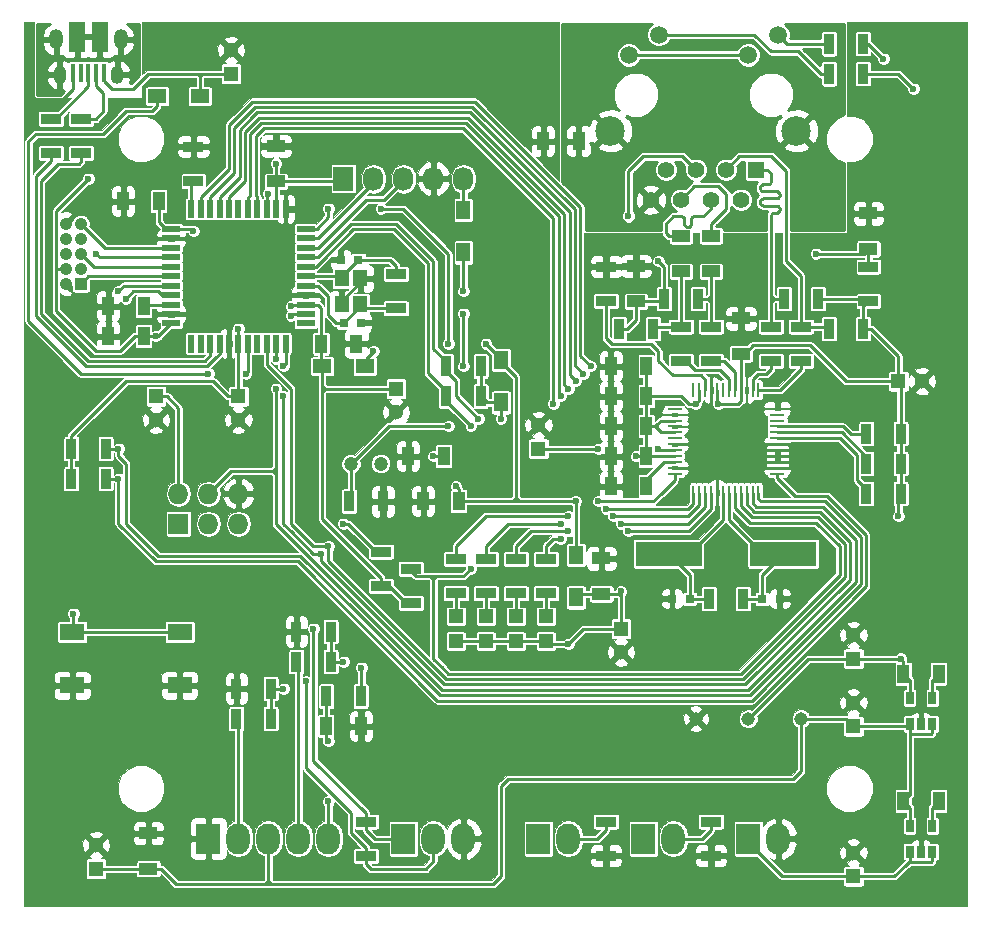
<source format=gbr>
G04 #@! TF.FileFunction,Copper,L1,Top,Signal*
%FSLAX46Y46*%
G04 Gerber Fmt 4.6, Leading zero omitted, Abs format (unit mm)*
G04 Created by KiCad (PCBNEW 4.0.4+dfsg1-stable) date Wed Oct 11 10:07:52 2017*
%MOMM*%
%LPD*%
G01*
G04 APERTURE LIST*
%ADD10C,0.100000*%
%ADD11R,0.250000X1.300000*%
%ADD12R,1.300000X0.250000*%
%ADD13C,1.400000*%
%ADD14R,1.400000X1.400000*%
%ADD15C,2.500000*%
%ADD16C,1.500000*%
%ADD17R,1.000000X1.600000*%
%ADD18R,1.198880X1.600200*%
%ADD19R,1.300000X1.300000*%
%ADD20C,1.300000*%
%ADD21R,1.600000X1.000000*%
%ADD22R,0.800000X0.750000*%
%ADD23R,1.198880X1.198880*%
%ADD24R,1.600200X1.198880*%
%ADD25R,2.000000X2.600000*%
%ADD26O,2.000000X2.600000*%
%ADD27R,0.400000X1.650000*%
%ADD28O,1.100000X1.500000*%
%ADD29O,1.200000X1.700000*%
%ADD30R,1.425000X2.500000*%
%ADD31R,1.727200X1.727200*%
%ADD32O,1.727200X1.727200*%
%ADD33R,1.727200X2.032000*%
%ADD34O,1.727200X2.032000*%
%ADD35R,1.050000X1.050000*%
%ADD36C,1.050000*%
%ADD37R,0.900000X1.700000*%
%ADD38R,1.700000X0.900000*%
%ADD39C,1.200000*%
%ADD40R,2.100000X1.400000*%
%ADD41R,0.650000X1.060000*%
%ADD42R,0.550000X1.500000*%
%ADD43R,1.500000X0.550000*%
%ADD44C,1.143000*%
%ADD45R,5.600700X2.100580*%
%ADD46R,1.200000X1.400000*%
%ADD47C,0.600000*%
%ADD48C,0.254000*%
%ADD49C,0.050000*%
G04 APERTURE END LIST*
D10*
D11*
X174835000Y-95345000D03*
X174335000Y-95345000D03*
X173835000Y-95345000D03*
X173335000Y-95345000D03*
X172835000Y-95345000D03*
X172335000Y-95345000D03*
X171835000Y-95345000D03*
X171335000Y-95345000D03*
X170835000Y-95345000D03*
X170335000Y-95345000D03*
X169835000Y-95345000D03*
X169335000Y-95345000D03*
D12*
X167735000Y-96945000D03*
X167735000Y-97445000D03*
X167735000Y-97945000D03*
X167735000Y-98445000D03*
X167735000Y-98945000D03*
X167735000Y-99445000D03*
X167735000Y-99945000D03*
X167735000Y-100445000D03*
X167735000Y-100945000D03*
X167735000Y-101445000D03*
X167735000Y-101945000D03*
X167735000Y-102445000D03*
D11*
X169335000Y-104045000D03*
X169835000Y-104045000D03*
X170335000Y-104045000D03*
X170835000Y-104045000D03*
X171335000Y-104045000D03*
X171835000Y-104045000D03*
X172335000Y-104045000D03*
X172835000Y-104045000D03*
X173335000Y-104045000D03*
X173835000Y-104045000D03*
X174335000Y-104045000D03*
X174835000Y-104045000D03*
D12*
X176435000Y-102445000D03*
X176435000Y-101945000D03*
X176435000Y-101445000D03*
X176435000Y-100945000D03*
X176435000Y-100445000D03*
X176435000Y-99945000D03*
X176435000Y-99445000D03*
X176435000Y-98945000D03*
X176435000Y-98445000D03*
X176435000Y-97945000D03*
X176435000Y-97445000D03*
X176435000Y-96945000D03*
D13*
X165735000Y-79248000D03*
X167005000Y-76708000D03*
X168275000Y-79248000D03*
X169545000Y-76708000D03*
X170815000Y-79248000D03*
X172085000Y-76708000D03*
X173355000Y-79248000D03*
D14*
X174625000Y-76708000D03*
D15*
X178055000Y-73408000D03*
X162305000Y-73408000D03*
D16*
X163855000Y-66978000D03*
X176505000Y-65278000D03*
X173965000Y-66978000D03*
X166395000Y-65278000D03*
D17*
X162330000Y-103505000D03*
X165330000Y-103505000D03*
D18*
X159385000Y-112925860D03*
X159385000Y-109324140D03*
D19*
X182880000Y-136525000D03*
D20*
X182880000Y-134525000D03*
D17*
X190095000Y-130175000D03*
X187095000Y-130175000D03*
D19*
X182880000Y-123825000D03*
D20*
X182880000Y-121825000D03*
D17*
X190095000Y-119380000D03*
X187095000Y-119380000D03*
D19*
X182880000Y-118110000D03*
D20*
X182880000Y-116110000D03*
D19*
X186690000Y-94615000D03*
D20*
X188690000Y-94615000D03*
D21*
X173355000Y-92305000D03*
X173355000Y-89305000D03*
D17*
X165330000Y-93345000D03*
X162330000Y-93345000D03*
X165330000Y-95885000D03*
X162330000Y-95885000D03*
X165330000Y-98425000D03*
X162330000Y-98425000D03*
D19*
X163195000Y-115570000D03*
D20*
X163195000Y-117570000D03*
D17*
X165330000Y-100965000D03*
X162330000Y-100965000D03*
D21*
X161544000Y-112625000D03*
X161544000Y-109625000D03*
D19*
X156210000Y-100330000D03*
D20*
X156210000Y-98330000D03*
D22*
X167525000Y-113030000D03*
X169025000Y-113030000D03*
X176645000Y-113030000D03*
X175145000Y-113030000D03*
D21*
X184150000Y-83415000D03*
X184150000Y-80415000D03*
X164465000Y-87860000D03*
X164465000Y-84860000D03*
X168275000Y-82320000D03*
X168275000Y-85320000D03*
X170815000Y-82320000D03*
X170815000Y-85320000D03*
D17*
X156615000Y-74295000D03*
X159615000Y-74295000D03*
D19*
X130175000Y-68580000D03*
D20*
X130175000Y-66580000D03*
D22*
X140958000Y-84328000D03*
X139458000Y-84328000D03*
X139712000Y-89662000D03*
X141212000Y-89662000D03*
D19*
X130810000Y-95885000D03*
D20*
X130810000Y-97885000D03*
D17*
X122785000Y-88265000D03*
X119785000Y-88265000D03*
D19*
X144145000Y-95250000D03*
D20*
X144145000Y-97250000D03*
D17*
X140795000Y-91440000D03*
X137795000Y-91440000D03*
X121055000Y-79375000D03*
X124055000Y-79375000D03*
D21*
X133985000Y-74700000D03*
X133985000Y-77700000D03*
D17*
X119785000Y-90805000D03*
X122785000Y-90805000D03*
D19*
X123825000Y-95885000D03*
D20*
X123825000Y-97885000D03*
D17*
X138200000Y-123825000D03*
X141200000Y-123825000D03*
X149455000Y-104775000D03*
X146455000Y-104775000D03*
X148185000Y-100965000D03*
X145185000Y-100965000D03*
D19*
X118745000Y-135890000D03*
D20*
X118745000Y-133890000D03*
D21*
X123190000Y-132890000D03*
X123190000Y-135890000D03*
D23*
X151765000Y-116619020D03*
X151765000Y-114520980D03*
X149225000Y-116619020D03*
X149225000Y-114520980D03*
X154305000Y-116619020D03*
X154305000Y-114520980D03*
X156845000Y-116619020D03*
X156845000Y-114520980D03*
D24*
X141500860Y-93345000D03*
X137899140Y-93345000D03*
X127530860Y-70485000D03*
X123929140Y-70485000D03*
D18*
X149860000Y-80114140D03*
X149860000Y-83715860D03*
X153035000Y-92814140D03*
X153035000Y-96415860D03*
D25*
X173990000Y-133350000D03*
D26*
X176530000Y-133350000D03*
D27*
X119410000Y-68556000D03*
X118760000Y-68556000D03*
X118110900Y-68556000D03*
X117460000Y-68556000D03*
X116810000Y-68556000D03*
D28*
X120535000Y-68681000D03*
X115685000Y-68681000D03*
D29*
X120835000Y-65681000D03*
X115385000Y-65681000D03*
D30*
X119072500Y-65431000D03*
X117147500Y-65431000D03*
D31*
X125730000Y-106680000D03*
D32*
X125730000Y-104140000D03*
X128270000Y-106680000D03*
X128270000Y-104140000D03*
X130810000Y-106680000D03*
X130810000Y-104140000D03*
D25*
X156210000Y-133350000D03*
D26*
X158750000Y-133350000D03*
D25*
X165100000Y-133350000D03*
D26*
X167640000Y-133350000D03*
D33*
X139700000Y-77470000D03*
D34*
X142240000Y-77470000D03*
X144780000Y-77470000D03*
X147320000Y-77470000D03*
X149860000Y-77470000D03*
D35*
X117475000Y-86360000D03*
D36*
X117475000Y-85090000D03*
X117475000Y-83820000D03*
X117475000Y-82550000D03*
X117475000Y-81280000D03*
X116205000Y-85090000D03*
X116205000Y-83820000D03*
X116205000Y-82550000D03*
X116205000Y-81280000D03*
X116205000Y-86360000D03*
D25*
X144780000Y-133350000D03*
D26*
X147320000Y-133350000D03*
X149860000Y-133350000D03*
D25*
X128270000Y-133350000D03*
D26*
X130810000Y-133350000D03*
X133350000Y-133350000D03*
X135890000Y-133350000D03*
X138430000Y-133350000D03*
D37*
X170635000Y-113030000D03*
X173535000Y-113030000D03*
D38*
X161925000Y-84910000D03*
X161925000Y-87810000D03*
D37*
X186870000Y-104140000D03*
X183970000Y-104140000D03*
X186870000Y-101600000D03*
X183970000Y-101600000D03*
D38*
X175895000Y-89990000D03*
X175895000Y-92890000D03*
X168275000Y-89990000D03*
X168275000Y-92890000D03*
D37*
X186870000Y-99060000D03*
X183970000Y-99060000D03*
D38*
X178435000Y-89990000D03*
X178435000Y-92890000D03*
X170815000Y-89990000D03*
X170815000Y-92890000D03*
D37*
X176985000Y-87630000D03*
X179885000Y-87630000D03*
X180795000Y-90170000D03*
X183695000Y-90170000D03*
D38*
X184150000Y-84910000D03*
X184150000Y-87810000D03*
D37*
X163015000Y-90170000D03*
X165915000Y-90170000D03*
X166825000Y-87630000D03*
X169725000Y-87630000D03*
X180795000Y-66040000D03*
X183695000Y-66040000D03*
X180795000Y-68580000D03*
X183695000Y-68580000D03*
D38*
X151765000Y-112575000D03*
X151765000Y-109675000D03*
X149225000Y-112575000D03*
X149225000Y-109675000D03*
X154305000Y-112575000D03*
X154305000Y-109675000D03*
X156845000Y-112575000D03*
X156845000Y-109675000D03*
X142875000Y-109040000D03*
X142875000Y-111940000D03*
X114935000Y-72390000D03*
X114935000Y-75290000D03*
X117475000Y-72390000D03*
X117475000Y-75290000D03*
X144145000Y-88445000D03*
X144145000Y-85545000D03*
X127000000Y-77650000D03*
X127000000Y-74750000D03*
D37*
X138250000Y-121285000D03*
X141150000Y-121285000D03*
X119560000Y-100330000D03*
X116660000Y-100330000D03*
X119560000Y-102870000D03*
X116660000Y-102870000D03*
D38*
X145415000Y-110490000D03*
X145415000Y-113390000D03*
X161925000Y-134800000D03*
X161925000Y-131900000D03*
X170815000Y-134800000D03*
X170815000Y-131900000D03*
D37*
X151310000Y-95885000D03*
X148410000Y-95885000D03*
X151310000Y-93345000D03*
X148410000Y-93345000D03*
X138610000Y-118364000D03*
X135710000Y-118364000D03*
X135710000Y-115824000D03*
X138610000Y-115824000D03*
X133530000Y-123190000D03*
X130630000Y-123190000D03*
X130630000Y-120650000D03*
X133530000Y-120650000D03*
D38*
X141605000Y-134800000D03*
X141605000Y-131900000D03*
D39*
X140355000Y-101600000D03*
X142855000Y-101600000D03*
D37*
X140155000Y-104775000D03*
X143055000Y-104775000D03*
D40*
X125835000Y-115860000D03*
X116735000Y-115860000D03*
X116735000Y-120360000D03*
X125835000Y-120360000D03*
D41*
X187645000Y-134450000D03*
X188595000Y-134450000D03*
X189545000Y-134450000D03*
X189545000Y-132250000D03*
X187645000Y-132250000D03*
X187645000Y-123655000D03*
X188595000Y-123655000D03*
X189545000Y-123655000D03*
X189545000Y-121455000D03*
X187645000Y-121455000D03*
D42*
X126810000Y-91425000D03*
X127610000Y-91425000D03*
X128410000Y-91425000D03*
X129210000Y-91425000D03*
X130010000Y-91425000D03*
X130810000Y-91425000D03*
X131610000Y-91425000D03*
X132410000Y-91425000D03*
X133210000Y-91425000D03*
X134010000Y-91425000D03*
X134810000Y-91425000D03*
D43*
X136510000Y-89725000D03*
X136510000Y-88925000D03*
X136510000Y-88125000D03*
X136510000Y-87325000D03*
X136510000Y-86525000D03*
X136510000Y-85725000D03*
X136510000Y-84925000D03*
X136510000Y-84125000D03*
X136510000Y-83325000D03*
X136510000Y-82525000D03*
X136510000Y-81725000D03*
D42*
X134810000Y-80025000D03*
X134010000Y-80025000D03*
X133210000Y-80025000D03*
X132410000Y-80025000D03*
X131610000Y-80025000D03*
X130810000Y-80025000D03*
X130010000Y-80025000D03*
X129210000Y-80025000D03*
X128410000Y-80025000D03*
X127610000Y-80025000D03*
X126810000Y-80025000D03*
D43*
X125110000Y-81725000D03*
X125110000Y-82525000D03*
X125110000Y-83325000D03*
X125110000Y-84125000D03*
X125110000Y-84925000D03*
X125110000Y-85725000D03*
X125110000Y-86525000D03*
X125110000Y-87325000D03*
X125110000Y-88125000D03*
X125110000Y-88925000D03*
X125110000Y-89725000D03*
D44*
X178435000Y-123190000D03*
X173990000Y-123190000D03*
X169545000Y-123190000D03*
D45*
X176933860Y-109220000D03*
X167236140Y-109220000D03*
D46*
X139535000Y-85895000D03*
X139535000Y-88095000D03*
X141135000Y-85895000D03*
X141135000Y-88095000D03*
D47*
X114935000Y-71120000D03*
X127000000Y-81915000D03*
X135255000Y-88265000D03*
X130810000Y-90170000D03*
X142875000Y-80010000D03*
X186690000Y-106045000D03*
X186870000Y-118101000D03*
X118110000Y-77470000D03*
X159385000Y-104775000D03*
X164465000Y-100965000D03*
X171450000Y-96520000D03*
X169545000Y-96520000D03*
X133985000Y-76200000D03*
X149225000Y-103505000D03*
X151765000Y-91440000D03*
X148590000Y-91440000D03*
X123825000Y-90805000D03*
X142240000Y-92075000D03*
X163830000Y-107315000D03*
X163195000Y-112395000D03*
X158750000Y-116840000D03*
X137160000Y-115570000D03*
X153035000Y-97790000D03*
X147320000Y-100965000D03*
X137795000Y-109220000D03*
X134620000Y-93345000D03*
X134620000Y-95885000D03*
X138430000Y-108585000D03*
X133985000Y-95250000D03*
X133985000Y-92710000D03*
X116840000Y-114300000D03*
X135255000Y-89065003D03*
X139700000Y-106680000D03*
X185420000Y-67310000D03*
X163195000Y-106680000D03*
X158115000Y-107950000D03*
X187960000Y-69850000D03*
X161925000Y-105410000D03*
X158115000Y-106680000D03*
X150495000Y-98425000D03*
X151130000Y-97790000D03*
X161290000Y-104775000D03*
X158750000Y-106045000D03*
X162560000Y-106045000D03*
X158750000Y-107315000D03*
X149860000Y-86995000D03*
X161290000Y-100330000D03*
X166370000Y-100330000D03*
X179705000Y-83820000D03*
X163830000Y-80645000D03*
X166370000Y-84455000D03*
X138430000Y-125095000D03*
X138430000Y-130175000D03*
X131445000Y-93980000D03*
X128270000Y-93980000D03*
X160020000Y-93980000D03*
X160655000Y-93345000D03*
X118745000Y-83820000D03*
X138430000Y-80010000D03*
X136525000Y-120015000D03*
X141224000Y-118872000D03*
X158750000Y-95250000D03*
X120650000Y-100330000D03*
X120650000Y-86995000D03*
X120650000Y-102870000D03*
X121285000Y-87630000D03*
X150495000Y-110490000D03*
X159385000Y-94615000D03*
X139700000Y-118364000D03*
X157480000Y-96520000D03*
X134620000Y-120650000D03*
X158115000Y-95885000D03*
X149860000Y-88900000D03*
X149860000Y-93345000D03*
X133350000Y-78740000D03*
X148590000Y-98425000D03*
D48*
X177546000Y-101854000D02*
X177455000Y-101945000D01*
X177455000Y-101945000D02*
X176435000Y-101945000D01*
X177546000Y-101600000D02*
X177546000Y-101854000D01*
X177447000Y-101501000D02*
X177546000Y-101600000D01*
X177447000Y-101445000D02*
X177447000Y-101501000D01*
X177546000Y-101346000D02*
X177447000Y-101445000D01*
X177447000Y-101445000D02*
X176435000Y-101445000D01*
X177546000Y-101052000D02*
X177546000Y-101346000D01*
X177439000Y-100945000D02*
X177546000Y-101052000D01*
X177546000Y-100838000D02*
X177439000Y-100945000D01*
X177439000Y-100945000D02*
X176435000Y-100945000D01*
X177546000Y-100584000D02*
X177546000Y-100838000D01*
X177431000Y-100469000D02*
X177546000Y-100584000D01*
X177431000Y-100445000D02*
X177431000Y-100469000D01*
X177546000Y-100330000D02*
X177431000Y-100445000D01*
X177431000Y-100445000D02*
X176435000Y-100445000D01*
X177546000Y-100152000D02*
X177546000Y-100330000D01*
X176435000Y-99945000D02*
X177339000Y-99945000D01*
X177339000Y-99945000D02*
X177546000Y-100152000D01*
X175387000Y-101854000D02*
X175478000Y-101945000D01*
X175478000Y-101945000D02*
X176435000Y-101945000D01*
X175387000Y-101544000D02*
X175387000Y-101854000D01*
X175486000Y-101445000D02*
X175387000Y-101544000D01*
X175387000Y-101346000D02*
X175486000Y-101445000D01*
X175486000Y-101445000D02*
X176435000Y-101445000D01*
X175387000Y-101092000D02*
X175387000Y-101346000D01*
X175494000Y-100985000D02*
X175387000Y-101092000D01*
X175494000Y-100945000D02*
X175494000Y-100985000D01*
X175387000Y-100838000D02*
X175494000Y-100945000D01*
X175494000Y-100945000D02*
X176435000Y-100945000D01*
X175387000Y-100584000D02*
X175387000Y-100838000D01*
X175502000Y-100469000D02*
X175387000Y-100584000D01*
X175502000Y-100445000D02*
X175502000Y-100469000D01*
X175387000Y-100330000D02*
X175502000Y-100445000D01*
X175502000Y-100445000D02*
X176435000Y-100445000D01*
X175387000Y-100089000D02*
X175387000Y-100330000D01*
X176435000Y-99945000D02*
X175531000Y-99945000D01*
X175531000Y-99945000D02*
X175387000Y-100089000D01*
X139535000Y-88095000D02*
X139535000Y-87783602D01*
X139535000Y-87783602D02*
X141135000Y-86183602D01*
X141135000Y-86183602D02*
X141135000Y-85895000D01*
X139458000Y-84328000D02*
X139483000Y-84328000D01*
X170815000Y-96269000D02*
X170815000Y-97155000D01*
X170835000Y-95345000D02*
X170835000Y-96249000D01*
X170835000Y-96249000D02*
X170815000Y-96269000D01*
X116810000Y-69880000D02*
X115570000Y-71120000D01*
X115570000Y-71120000D02*
X114935000Y-71120000D01*
X116810000Y-68556000D02*
X116810000Y-69880000D01*
X141135000Y-85895000D02*
X141135000Y-86206398D01*
X139535000Y-87806398D02*
X139535000Y-88095000D01*
X135562000Y-115898000D02*
X135488000Y-115824000D01*
X189545000Y-132250000D02*
X189545000Y-130725000D01*
X189545000Y-130725000D02*
X190095000Y-130175000D01*
X189545000Y-121455000D02*
X189545000Y-119930000D01*
X189545000Y-119930000D02*
X190095000Y-119380000D01*
X137899140Y-106260140D02*
X137899140Y-95504000D01*
X138176000Y-95250000D02*
X138153140Y-95250000D01*
X137899140Y-95504000D02*
X137899140Y-95250000D01*
X138153140Y-95250000D02*
X137899140Y-95504000D01*
X138176000Y-95250000D02*
X137899140Y-95250000D01*
X143241000Y-95250000D02*
X138176000Y-95250000D01*
X137899140Y-95250000D02*
X137899140Y-94996000D01*
X137899140Y-94996000D02*
X137899140Y-93345000D01*
X138153140Y-95250000D02*
X137899140Y-94996000D01*
X116660000Y-100330000D02*
X116660000Y-99226000D01*
X116660000Y-99226000D02*
X121271000Y-94615000D01*
X128636000Y-94615000D02*
X129906000Y-95885000D01*
X121271000Y-94615000D02*
X128636000Y-94615000D01*
X129906000Y-95885000D02*
X130810000Y-95885000D01*
X125110000Y-81725000D02*
X126810000Y-81725000D01*
X126810000Y-81725000D02*
X127000000Y-81915000D01*
X144145000Y-95250000D02*
X143241000Y-95250000D01*
X116660000Y-102870000D02*
X116660000Y-100330000D01*
X142875000Y-111940000D02*
X142875000Y-111236000D01*
X142875000Y-111236000D02*
X137899140Y-106260140D01*
X145415000Y-113390000D02*
X145015000Y-113390000D01*
X145015000Y-113390000D02*
X143565000Y-111940000D01*
X143565000Y-111940000D02*
X142875000Y-111940000D01*
X138099800Y-93345000D02*
X137899140Y-93345000D01*
X124055000Y-79375000D02*
X124055000Y-81145000D01*
X124635000Y-81725000D02*
X125110000Y-81725000D01*
X124055000Y-81145000D02*
X124635000Y-81725000D01*
X125110000Y-81725000D02*
X126175000Y-81725000D01*
X136510000Y-88125000D02*
X135395000Y-88125000D01*
X135395000Y-88125000D02*
X135255000Y-88265000D01*
X130810000Y-91425000D02*
X130810000Y-90170000D01*
X130810000Y-91425000D02*
X130810000Y-95885000D01*
X137795000Y-91440000D02*
X137795000Y-93240860D01*
X137795000Y-93240860D02*
X137899140Y-93345000D01*
X137795000Y-91440000D02*
X137795000Y-88406000D01*
X137795000Y-88406000D02*
X137514000Y-88125000D01*
X137514000Y-88125000D02*
X136510000Y-88125000D01*
X179885000Y-87630000D02*
X183970000Y-87630000D01*
X183970000Y-87630000D02*
X184150000Y-87810000D01*
X183695000Y-90170000D02*
X183695000Y-88265000D01*
X183695000Y-88265000D02*
X184150000Y-87810000D01*
X142875000Y-80010000D02*
X144780000Y-80010000D01*
X133985000Y-77700000D02*
X139470000Y-77700000D01*
X139470000Y-77700000D02*
X139700000Y-77470000D01*
X154051000Y-104775000D02*
X154559000Y-104775000D01*
X154559000Y-104775000D02*
X159385000Y-104775000D01*
X154305000Y-104521000D02*
X154559000Y-104775000D01*
X154305000Y-104521000D02*
X154305000Y-104775000D01*
X154305000Y-94284800D02*
X154305000Y-104521000D01*
X151995000Y-104775000D02*
X154051000Y-104775000D01*
X154305000Y-104521000D02*
X154051000Y-104775000D01*
X166243000Y-98266000D02*
X166564000Y-97945000D01*
X166084000Y-98425000D02*
X166211000Y-98552000D01*
X166084000Y-98425000D02*
X166243000Y-98266000D01*
X166211000Y-98552000D02*
X166604000Y-98945000D01*
X166243000Y-98266000D02*
X166243000Y-98520000D01*
X166243000Y-98520000D02*
X166211000Y-98552000D01*
X144780000Y-80010000D02*
X148590000Y-83820000D01*
X183695000Y-90170000D02*
X184399000Y-90170000D01*
X186690000Y-92461000D02*
X186690000Y-93711000D01*
X184399000Y-90170000D02*
X186690000Y-92461000D01*
X186690000Y-93711000D02*
X186690000Y-94615000D01*
X173355000Y-92305000D02*
X173655000Y-92305000D01*
X174409000Y-91551000D02*
X179181000Y-91551000D01*
X173655000Y-92305000D02*
X174409000Y-91551000D01*
X179181000Y-91551000D02*
X182245000Y-94615000D01*
X182245000Y-94615000D02*
X183515000Y-94615000D01*
X183515000Y-94615000D02*
X186690000Y-94615000D01*
X186870000Y-99060000D02*
X186870000Y-98660000D01*
X186870000Y-99060000D02*
X186870000Y-94795000D01*
X186870000Y-94795000D02*
X186690000Y-94615000D01*
X186690000Y-106045000D02*
X186690000Y-104320000D01*
X186690000Y-104320000D02*
X186870000Y-104140000D01*
X186870000Y-101600000D02*
X186870000Y-100496000D01*
X186870000Y-100496000D02*
X186870000Y-99060000D01*
X186870000Y-104140000D02*
X186870000Y-103036000D01*
X186870000Y-103036000D02*
X186870000Y-101600000D01*
X115352999Y-80227001D02*
X115352999Y-85090000D01*
X118110000Y-77470000D02*
X115352999Y-80227001D01*
X164576000Y-100965000D02*
X164465000Y-100965000D01*
X173990000Y-123190000D02*
X179070000Y-118110000D01*
X179070000Y-118110000D02*
X182880000Y-118110000D01*
X182880000Y-118110000D02*
X186861000Y-118110000D01*
X186861000Y-118110000D02*
X186870000Y-118101000D01*
X187095000Y-118326000D02*
X186870000Y-118101000D01*
X187095000Y-119380000D02*
X187095000Y-118326000D01*
X187645000Y-121455000D02*
X187645000Y-119930000D01*
X187645000Y-119930000D02*
X187095000Y-119380000D01*
X169835000Y-95345000D02*
X169835000Y-96230000D01*
X169835000Y-96230000D02*
X169545000Y-96520000D01*
X171335000Y-95345000D02*
X171335000Y-96405000D01*
X171335000Y-96405000D02*
X171450000Y-96520000D01*
X171450000Y-96520000D02*
X173064000Y-96520000D01*
X173064000Y-96520000D02*
X173335000Y-96249000D01*
X173335000Y-96249000D02*
X173335000Y-95345000D01*
X168302001Y-95885000D02*
X168937001Y-96520000D01*
X168937001Y-96520000D02*
X169545000Y-96520000D01*
X118745000Y-92075000D02*
X115352999Y-88682999D01*
X115352999Y-88682999D02*
X115352999Y-85090000D01*
X120761000Y-92075000D02*
X118745000Y-92075000D01*
X122031000Y-90805000D02*
X120761000Y-92075000D01*
X133985000Y-76200000D02*
X133985000Y-77700000D01*
X116205000Y-85090000D02*
X115352999Y-85090000D01*
X133985000Y-77700000D02*
X135255000Y-77700000D01*
X153035000Y-92814140D02*
X153035000Y-93014800D01*
X153035000Y-93014800D02*
X154305000Y-94284800D01*
X149455000Y-104775000D02*
X149455000Y-103735000D01*
X149455000Y-103735000D02*
X149225000Y-103505000D01*
X151995000Y-104775000D02*
X149455000Y-104775000D01*
X154305000Y-104775000D02*
X151995000Y-104775000D01*
X164576000Y-100965000D02*
X165330000Y-100965000D01*
X159385000Y-109324140D02*
X159385000Y-104775000D01*
X153035000Y-92814140D02*
X153035000Y-92710000D01*
X153035000Y-92710000D02*
X151765000Y-91440000D01*
X148590000Y-83820000D02*
X148590000Y-91440000D01*
X125730000Y-104140000D02*
X125730000Y-96886000D01*
X125730000Y-96886000D02*
X124729000Y-95885000D01*
X124729000Y-95885000D02*
X123825000Y-95885000D01*
X123825000Y-90805000D02*
X124030000Y-90805000D01*
X124030000Y-90805000D02*
X125110000Y-89725000D01*
X123825000Y-90805000D02*
X122785000Y-90805000D01*
X134010000Y-80025000D02*
X134010000Y-77725000D01*
X134010000Y-77725000D02*
X133985000Y-77700000D01*
X122785000Y-90805000D02*
X122031000Y-90805000D01*
X141622001Y-92727001D02*
X142240000Y-92109002D01*
X142240000Y-92109002D02*
X142240000Y-92075000D01*
X141500860Y-93345000D02*
X141622001Y-93223859D01*
X141622001Y-93223859D02*
X141622001Y-92727001D01*
X165330000Y-95885000D02*
X165330000Y-98425000D01*
X165330000Y-101265000D02*
X165330000Y-100965000D01*
X165330000Y-98425000D02*
X166084000Y-98425000D01*
X166564000Y-97945000D02*
X167735000Y-97945000D01*
X166604000Y-98945000D02*
X167735000Y-98945000D01*
X180065000Y-87810000D02*
X179885000Y-87630000D01*
X173335000Y-95345000D02*
X173335000Y-92325000D01*
X173335000Y-92325000D02*
X173355000Y-92305000D01*
X165330000Y-95885000D02*
X168302001Y-95885000D01*
X165330000Y-93345000D02*
X165330000Y-95885000D01*
X165330000Y-98425000D02*
X165330000Y-100965000D01*
X165330000Y-100965000D02*
X167715000Y-100965000D01*
X167715000Y-100965000D02*
X167735000Y-100945000D01*
X163195000Y-112395000D02*
X163195000Y-112776000D01*
X163195000Y-112776000D02*
X163195000Y-115570000D01*
X162965000Y-112625000D02*
X163044000Y-112625000D01*
X163044000Y-112625000D02*
X163195000Y-112776000D01*
X170835000Y-105397066D02*
X168917066Y-107315000D01*
X168917066Y-107315000D02*
X163830000Y-107315000D01*
X161544000Y-112625000D02*
X162965000Y-112625000D01*
X162965000Y-112625000D02*
X163195000Y-112395000D01*
X161544000Y-112625000D02*
X159685860Y-112625000D01*
X159685860Y-112625000D02*
X159385000Y-112925860D01*
X161925000Y-112625000D02*
X162560000Y-112625000D01*
X162560000Y-112625000D02*
X161544000Y-112625000D01*
X158750000Y-116840000D02*
X157065980Y-116840000D01*
X157065980Y-116840000D02*
X156845000Y-116619020D01*
X163195000Y-115570000D02*
X160020000Y-115570000D01*
X160020000Y-115570000D02*
X158750000Y-116840000D01*
X149225000Y-116619020D02*
X151765000Y-116619020D01*
X154305000Y-116619020D02*
X151765000Y-116619020D01*
X156845000Y-116619020D02*
X154305000Y-116619020D01*
X163855000Y-66978000D02*
X173965000Y-66978000D01*
X170835000Y-105397066D02*
X170835000Y-104045000D01*
X161925000Y-112625000D02*
X159685860Y-112625000D01*
X142240000Y-88445000D02*
X144145000Y-88445000D01*
X142240000Y-88445000D02*
X141485000Y-88445000D01*
X142875000Y-88445000D02*
X142240000Y-88445000D01*
X142240000Y-88445000D02*
X143510000Y-88445000D01*
X138430000Y-87441000D02*
X138430000Y-89034000D01*
X139058000Y-89662000D02*
X139712000Y-89662000D01*
X138430000Y-89034000D02*
X139058000Y-89662000D01*
X136510000Y-86525000D02*
X137514000Y-86525000D01*
X137514000Y-86525000D02*
X138430000Y-87441000D01*
X139712000Y-89662000D02*
X139737000Y-89662000D01*
X139737000Y-89662000D02*
X141135000Y-88264000D01*
X141135000Y-88264000D02*
X141135000Y-88095000D01*
X141485000Y-88445000D02*
X141135000Y-88095000D01*
X168275000Y-82320000D02*
X167221000Y-82320000D01*
X168954053Y-81544215D02*
X169006953Y-81510975D01*
X167640000Y-80645000D02*
X168275000Y-80645000D01*
X169051130Y-81466798D02*
X169084370Y-81413898D01*
X170180000Y-80645000D02*
X170815000Y-80010000D01*
X167221000Y-82320000D02*
X167005000Y-82104000D01*
X167005000Y-82104000D02*
X167005000Y-81280000D01*
X167005000Y-81280000D02*
X167640000Y-80645000D01*
X168547004Y-80861916D02*
X168554000Y-80924000D01*
X168275000Y-80645000D02*
X168337083Y-80651995D01*
X168337083Y-80651995D02*
X168396053Y-80672629D01*
X168396053Y-80672629D02*
X168448953Y-80705869D01*
X169105004Y-81354928D02*
X169112000Y-81292845D01*
X168448953Y-80705869D02*
X168493130Y-80750046D01*
X169084370Y-81413898D02*
X169105004Y-81354928D01*
X168560995Y-81354928D02*
X168581629Y-81413898D01*
X169139629Y-80802946D02*
X169172869Y-80750046D01*
X168493130Y-80750046D02*
X168526370Y-80802946D01*
X169172869Y-80750046D02*
X169217046Y-80705869D01*
X168526370Y-80802946D02*
X168547004Y-80861916D01*
X168554000Y-80924000D02*
X168554000Y-81292845D01*
X168659046Y-81510975D02*
X168711946Y-81544215D01*
X168554000Y-81292845D02*
X168560995Y-81354928D01*
X168770916Y-81564849D02*
X168833000Y-81571845D01*
X168581629Y-81413898D02*
X168614869Y-81466798D01*
X169112000Y-80924000D02*
X169118995Y-80861916D01*
X168614869Y-81466798D02*
X168659046Y-81510975D01*
X168711946Y-81544215D02*
X168770916Y-81564849D01*
X168833000Y-81571845D02*
X168895083Y-81564849D01*
X168895083Y-81564849D02*
X168954053Y-81544215D01*
X169006953Y-81510975D02*
X169051130Y-81466798D01*
X169112000Y-81292845D02*
X169112000Y-80924000D01*
X169118995Y-80861916D02*
X169139629Y-80802946D01*
X169328916Y-80651995D02*
X169391000Y-80645000D01*
X169217046Y-80705869D02*
X169269946Y-80672629D01*
X169269946Y-80672629D02*
X169328916Y-80651995D01*
X169391000Y-80645000D02*
X170180000Y-80645000D01*
X170815000Y-80010000D02*
X170815000Y-79248000D01*
X168275000Y-85320000D02*
X168275000Y-89990000D01*
X168275000Y-89990000D02*
X166095000Y-89990000D01*
X166095000Y-89990000D02*
X165915000Y-90170000D01*
X170815000Y-82320000D02*
X170815000Y-81280000D01*
X170815000Y-81280000D02*
X172085000Y-80010000D01*
X172085000Y-80010000D02*
X172085000Y-78740000D01*
X172085000Y-78740000D02*
X171450000Y-78105000D01*
X171450000Y-78105000D02*
X169418000Y-78105000D01*
X169418000Y-78105000D02*
X168275000Y-79248000D01*
X170815000Y-89990000D02*
X170815000Y-87884000D01*
X170815000Y-87884000D02*
X170815000Y-87630000D01*
X170561000Y-87630000D02*
X170815000Y-87884000D01*
X170561000Y-87630000D02*
X170815000Y-87630000D01*
X169725000Y-87630000D02*
X170561000Y-87630000D01*
X170815000Y-87630000D02*
X170815000Y-87376000D01*
X170815000Y-87376000D02*
X170815000Y-85320000D01*
X170561000Y-87630000D02*
X170815000Y-87376000D01*
X137160000Y-115570000D02*
X137160000Y-126751000D01*
X137160000Y-126751000D02*
X141605000Y-131196000D01*
X141605000Y-131196000D02*
X141605000Y-131900000D01*
X141605000Y-131900000D02*
X141605000Y-132604000D01*
X141605000Y-132604000D02*
X142351000Y-133350000D01*
X142351000Y-133350000D02*
X144780000Y-133350000D01*
X151310000Y-95885000D02*
X151310000Y-93345000D01*
X153035000Y-96415860D02*
X151840860Y-96415860D01*
X151840860Y-96415860D02*
X151310000Y-95885000D01*
X153035000Y-97790000D02*
X153035000Y-96415860D01*
X147320000Y-100965000D02*
X148185000Y-100965000D01*
X187960000Y-135307001D02*
X187718001Y-135307001D01*
X187645000Y-135234000D02*
X187325000Y-135554000D01*
X189471999Y-135307001D02*
X187960000Y-135307001D01*
X187325000Y-135554000D02*
X186354000Y-136525000D01*
X187960000Y-135307001D02*
X187571999Y-135307001D01*
X187571999Y-135307001D02*
X187325000Y-135554000D01*
X189545000Y-134450000D02*
X189545000Y-135234000D01*
X189545000Y-135234000D02*
X189471999Y-135307001D01*
X187718001Y-135307001D02*
X187645000Y-135234000D01*
X187645000Y-135234000D02*
X187645000Y-134450000D01*
X182880000Y-136525000D02*
X176865000Y-136525000D01*
X176865000Y-136525000D02*
X173990000Y-133650000D01*
X173990000Y-133650000D02*
X173990000Y-133350000D01*
X186354000Y-136525000D02*
X182880000Y-136525000D01*
X151765000Y-114520980D02*
X151765000Y-112575000D01*
X149225000Y-114520980D02*
X149225000Y-112575000D01*
X178435000Y-89990000D02*
X178435000Y-85725000D01*
X178435000Y-85725000D02*
X177165000Y-84455000D01*
X177165000Y-84455000D02*
X177165000Y-76835000D01*
X177165000Y-76835000D02*
X175895000Y-75565000D01*
X175895000Y-75565000D02*
X173228000Y-75565000D01*
X173228000Y-75565000D02*
X172085000Y-76708000D01*
X178435000Y-89990000D02*
X180615000Y-89990000D01*
X180615000Y-89990000D02*
X180795000Y-90170000D01*
X175895000Y-87503000D02*
X175895000Y-87376000D01*
X175895000Y-87376000D02*
X175895000Y-80645000D01*
X176149000Y-87630000D02*
X175895000Y-87376000D01*
X175895000Y-89990000D02*
X175895000Y-87884000D01*
X175895000Y-87884000D02*
X175895000Y-87630000D01*
X176149000Y-87630000D02*
X175895000Y-87884000D01*
X176149000Y-87630000D02*
X175895000Y-87630000D01*
X176985000Y-87630000D02*
X176149000Y-87630000D01*
X175895000Y-87630000D02*
X175895000Y-87503000D01*
X176149000Y-87630000D02*
X176022000Y-87630000D01*
X176022000Y-87630000D02*
X175895000Y-87503000D01*
X174966122Y-78178243D02*
X174988310Y-78114834D01*
X176128243Y-80352521D02*
X176195000Y-80345000D01*
X176461565Y-78574709D02*
X176398156Y-78552521D01*
X175895000Y-80645000D02*
X175902521Y-80578243D01*
X175924709Y-80514834D02*
X175960450Y-80457953D01*
X175902521Y-80578243D02*
X175924709Y-80514834D01*
X176601690Y-79914834D02*
X176565949Y-79857953D01*
X175071554Y-79679549D02*
X175024051Y-79632046D01*
X175960450Y-80457953D02*
X176007953Y-80410450D01*
X176007953Y-80410450D02*
X176064834Y-80374709D01*
X176398156Y-80337478D02*
X176461565Y-80315290D01*
X174988310Y-79314834D02*
X175024051Y-79257953D01*
X176064834Y-80374709D02*
X176128243Y-80352521D01*
X176195000Y-80345000D02*
X176331400Y-80345000D01*
X175128435Y-78515290D02*
X175071554Y-78479549D01*
X176331400Y-80345000D02*
X176398156Y-80337478D01*
X175258600Y-79745000D02*
X175191844Y-79737478D01*
X175024051Y-79257953D02*
X175071554Y-79210450D01*
X176461565Y-80315290D02*
X176518446Y-80279549D01*
X176461565Y-79774709D02*
X176398156Y-79752521D01*
X175128435Y-79715290D02*
X175071554Y-79679549D01*
X176518446Y-80279549D02*
X176565949Y-80232046D01*
X176623878Y-79978243D02*
X176601690Y-79914834D01*
X176565949Y-80232046D02*
X176601690Y-80175165D01*
X175191844Y-79737478D02*
X175128435Y-79715290D01*
X176601690Y-80175165D02*
X176623878Y-80111756D01*
X176623878Y-80111756D02*
X176631400Y-80045000D01*
X174966122Y-78311756D02*
X174958600Y-78245000D01*
X176398156Y-79752521D02*
X176331400Y-79745000D01*
X176565949Y-79857953D02*
X176518446Y-79810450D01*
X174988310Y-78375165D02*
X174966122Y-78311756D01*
X176631400Y-80045000D02*
X176623878Y-79978243D01*
X174988310Y-79575165D02*
X174966122Y-79511756D01*
X175895000Y-77024000D02*
X175579000Y-76708000D01*
X176518446Y-79810450D02*
X176461565Y-79774709D01*
X176331400Y-78545000D02*
X175258600Y-78545000D01*
X175258600Y-78545000D02*
X175191844Y-78537478D01*
X176331400Y-79745000D02*
X175258600Y-79745000D01*
X174958600Y-79445000D02*
X174966122Y-79378243D01*
X175024051Y-79632046D02*
X174988310Y-79575165D01*
X174966122Y-79511756D02*
X174958600Y-79445000D01*
X174966122Y-79378243D02*
X174988310Y-79314834D01*
X175024051Y-78057953D02*
X175071554Y-78010450D01*
X174958600Y-78245000D02*
X174966122Y-78178243D01*
X175071554Y-79210450D02*
X175128435Y-79174709D01*
X175128435Y-79174709D02*
X175191844Y-79152521D01*
X175258600Y-79145000D02*
X176331400Y-79145000D01*
X175191844Y-79152521D02*
X175258600Y-79145000D01*
X176331400Y-79145000D02*
X176398156Y-79137478D01*
X176398156Y-79137478D02*
X176461565Y-79115290D01*
X176461565Y-79115290D02*
X176518446Y-79079549D01*
X176518446Y-79079549D02*
X176565949Y-79032046D01*
X176565949Y-79032046D02*
X176601690Y-78975165D01*
X176601690Y-78975165D02*
X176623878Y-78911756D01*
X176623878Y-78911756D02*
X176631400Y-78845000D01*
X176601690Y-78714834D02*
X176565949Y-78657953D01*
X176631400Y-78845000D02*
X176623878Y-78778243D01*
X176518446Y-78610450D02*
X176461565Y-78574709D01*
X176623878Y-78778243D02*
X176601690Y-78714834D01*
X176565949Y-78657953D02*
X176518446Y-78610450D01*
X176398156Y-78552521D02*
X176331400Y-78545000D01*
X175191844Y-78537478D02*
X175128435Y-78515290D01*
X174988310Y-78114834D02*
X175024051Y-78057953D01*
X175071554Y-78479549D02*
X175024051Y-78432046D01*
X175024051Y-78432046D02*
X174988310Y-78375165D01*
X175071554Y-78010450D02*
X175128435Y-77974709D01*
X175128435Y-77974709D02*
X175191844Y-77952521D01*
X175191844Y-77952521D02*
X175258600Y-77945000D01*
X175258600Y-77945000D02*
X175595000Y-77945000D01*
X175595000Y-77945000D02*
X175661757Y-77937478D01*
X175661757Y-77937478D02*
X175725166Y-77915290D01*
X175725166Y-77915290D02*
X175782047Y-77879549D01*
X175782047Y-77879549D02*
X175829550Y-77832046D01*
X175829550Y-77832046D02*
X175865291Y-77775165D01*
X175865291Y-77775165D02*
X175887479Y-77711756D01*
X175887479Y-77711756D02*
X175895000Y-77645000D01*
X175895000Y-77645000D02*
X175895000Y-77024000D01*
X175579000Y-76708000D02*
X174625000Y-76708000D01*
X180795000Y-66040000D02*
X177267000Y-66040000D01*
X177267000Y-66040000D02*
X176505000Y-65278000D01*
X180795000Y-68580000D02*
X180091000Y-68580000D01*
X180091000Y-68580000D02*
X178186000Y-66675000D01*
X178186000Y-66675000D02*
X175895000Y-66675000D01*
X175895000Y-66675000D02*
X174498000Y-65278000D01*
X174498000Y-65278000D02*
X166395000Y-65278000D01*
X117475000Y-72390000D02*
X118745000Y-72390000D01*
X118745000Y-72390000D02*
X119380000Y-71755000D01*
X119380000Y-71755000D02*
X119380000Y-70255000D01*
X119380000Y-70255000D02*
X118760000Y-69635000D01*
X118760000Y-69635000D02*
X118760000Y-68556000D01*
X117875000Y-72390000D02*
X117475000Y-72390000D01*
X114935000Y-72390000D02*
X115355900Y-72390000D01*
X115355900Y-72390000D02*
X118110900Y-69635000D01*
X118110900Y-69635000D02*
X118110900Y-68556000D01*
X148213886Y-120288020D02*
X137795000Y-109869134D01*
X137795000Y-109220000D02*
X137795000Y-109869134D01*
X135255000Y-107329134D02*
X137145868Y-109220000D01*
X137145868Y-109220000D02*
X137795000Y-109220000D01*
X134810000Y-91425000D02*
X134810000Y-93155000D01*
X134810000Y-93155000D02*
X134620000Y-93345000D01*
X134620000Y-95885000D02*
X134620000Y-106694132D01*
X134620000Y-106694132D02*
X135255000Y-107329132D01*
X135255000Y-107329132D02*
X135255000Y-107329134D01*
X180081114Y-105683020D02*
X174467351Y-105683020D01*
X148213886Y-120288020D02*
X173731114Y-120288020D01*
X173731114Y-120288020D02*
X182606980Y-111412154D01*
X182606980Y-111412154D02*
X182606980Y-108208886D01*
X182606980Y-108208886D02*
X180081114Y-105683020D01*
X174467351Y-105683020D02*
X173835000Y-105050668D01*
X173835000Y-105050668D02*
X173835000Y-104045000D01*
X138430000Y-108585000D02*
X138430000Y-109862066D01*
X138430000Y-109862066D02*
X148401943Y-119834010D01*
X148401943Y-119834010D02*
X173543057Y-119834010D01*
X174279294Y-106137030D02*
X173335000Y-105192735D01*
X173543057Y-119834010D02*
X182152970Y-111224097D01*
X182152970Y-108396943D02*
X179893057Y-106137030D01*
X182152970Y-111224097D02*
X182152970Y-108396943D01*
X179893057Y-106137030D02*
X174279294Y-106137030D01*
X173335000Y-105192735D02*
X173335000Y-104045000D01*
X137160000Y-108592066D02*
X135255000Y-106687066D01*
X137160000Y-108592066D02*
X137167066Y-108585000D01*
X137167066Y-108585000D02*
X138430000Y-108585000D01*
X133210000Y-93205000D02*
X135255000Y-95250000D01*
X135255000Y-95250000D02*
X135255000Y-106687066D01*
X133210000Y-91425000D02*
X133210000Y-93205000D01*
X133985000Y-102235000D02*
X133985000Y-102489000D01*
X133985000Y-102489000D02*
X133985000Y-106701198D01*
X133731000Y-102235000D02*
X133985000Y-102489000D01*
X133731000Y-102235000D02*
X133985000Y-102235000D01*
X130175000Y-102235000D02*
X133731000Y-102235000D01*
X133985000Y-95250000D02*
X133985000Y-101981000D01*
X133985000Y-101981000D02*
X133985000Y-102235000D01*
X133731000Y-102235000D02*
X133985000Y-101981000D01*
X128270000Y-104140000D02*
X130175000Y-102235000D01*
X183060990Y-111600211D02*
X183060990Y-108020829D01*
X133985000Y-106701198D02*
X139678802Y-112395000D01*
X139678802Y-112395000D02*
X148025829Y-120742030D01*
X148025829Y-120742030D02*
X173919171Y-120742030D01*
X174655408Y-105229010D02*
X174335000Y-104908602D01*
X174335000Y-104908602D02*
X174335000Y-104045000D01*
X173919171Y-120742030D02*
X183060990Y-111600211D01*
X183060990Y-108020829D02*
X180269171Y-105229010D01*
X180269171Y-105229010D02*
X174655408Y-105229010D01*
X134010000Y-91425000D02*
X134010000Y-92685000D01*
X134010000Y-92685000D02*
X133985000Y-92710000D01*
X116735000Y-115860000D02*
X125835000Y-115860000D01*
X116840000Y-114300000D02*
X116840000Y-115755000D01*
X116840000Y-115755000D02*
X116735000Y-115860000D01*
X136510000Y-88925000D02*
X135395003Y-88925000D01*
X135395003Y-88925000D02*
X135255000Y-89065003D01*
X142875000Y-109040000D02*
X142475000Y-109040000D01*
X142475000Y-109040000D02*
X140115000Y-106680000D01*
X140115000Y-106680000D02*
X139700000Y-106680000D01*
X167640000Y-133350000D02*
X170069000Y-133350000D01*
X170069000Y-133350000D02*
X170815000Y-132604000D01*
X170815000Y-132604000D02*
X170815000Y-131900000D01*
X174335000Y-95345000D02*
X174335000Y-94441000D01*
X174335000Y-94441000D02*
X174796000Y-93980000D01*
X174796000Y-93980000D02*
X175509000Y-93980000D01*
X175509000Y-93980000D02*
X175895000Y-93594000D01*
X175895000Y-93594000D02*
X175895000Y-92890000D01*
X172335000Y-95345000D02*
X172335000Y-94441000D01*
X168675000Y-92890000D02*
X168275000Y-92890000D01*
X172335000Y-94441000D02*
X171561001Y-93667001D01*
X171561001Y-93667001D02*
X169452001Y-93667001D01*
X169452001Y-93667001D02*
X168675000Y-92890000D01*
X174835000Y-95345000D02*
X176684000Y-95345000D01*
X176684000Y-95345000D02*
X178435000Y-93594000D01*
X178435000Y-93594000D02*
X178435000Y-92890000D01*
X170815000Y-92890000D02*
X171919000Y-92890000D01*
X171919000Y-92890000D02*
X172835000Y-93806000D01*
X172835000Y-93806000D02*
X172835000Y-95345000D01*
X183695000Y-66040000D02*
X184150000Y-66040000D01*
X184150000Y-66040000D02*
X185420000Y-67310000D01*
X170335000Y-105255000D02*
X168910000Y-106680000D01*
X168910000Y-106680000D02*
X163195000Y-106680000D01*
X157480000Y-107950000D02*
X156845000Y-108585000D01*
X158115000Y-107950000D02*
X157480000Y-107950000D01*
X156845000Y-108585000D02*
X156845000Y-109675000D01*
X170335000Y-105255000D02*
X170335000Y-104045000D01*
X186487702Y-68580000D02*
X186690000Y-68580000D01*
X186690000Y-68580000D02*
X187960000Y-69850000D01*
X183695000Y-68580000D02*
X186487702Y-68580000D01*
X169335000Y-104970868D02*
X168895868Y-105410000D01*
X168895868Y-105410000D02*
X161925000Y-105410000D01*
X158115000Y-106680000D02*
X153670000Y-106680000D01*
X153670000Y-106680000D02*
X151765000Y-108585000D01*
X151765000Y-108585000D02*
X151765000Y-109675000D01*
X151765000Y-109675000D02*
X152165000Y-109675000D01*
X169335000Y-104970868D02*
X169335000Y-104045000D01*
X148410000Y-95885000D02*
X148410000Y-96285000D01*
X148410000Y-96285000D02*
X150495000Y-98370000D01*
X150495000Y-98370000D02*
X150495000Y-98425000D01*
X148410000Y-95885000D02*
X148410000Y-95485000D01*
X148410000Y-95485000D02*
X146865990Y-93940990D01*
X146865990Y-93940990D02*
X146865990Y-84643056D01*
X146865990Y-84643056D02*
X143956944Y-81734010D01*
X137968010Y-84313056D02*
X140547056Y-81734010D01*
X140547056Y-81734010D02*
X143956944Y-81734010D01*
X136510000Y-84925000D02*
X137356067Y-84925000D01*
X137356067Y-84925000D02*
X137968010Y-84313056D01*
X151130000Y-97790000D02*
X149225000Y-95885000D01*
X149225000Y-95885000D02*
X149225000Y-94560000D01*
X149225000Y-94560000D02*
X148410000Y-93745000D01*
X148410000Y-93745000D02*
X148410000Y-93345000D01*
X148410000Y-93345000D02*
X148410000Y-92945000D01*
X148410000Y-92945000D02*
X147320000Y-91855000D01*
X144145000Y-81280000D02*
X140359000Y-81280000D01*
X147320000Y-91855000D02*
X147320000Y-84455000D01*
X147320000Y-84455000D02*
X144145000Y-81280000D01*
X140359000Y-81280000D02*
X137514000Y-84125000D01*
X137514000Y-84125000D02*
X136510000Y-84125000D01*
X154305000Y-114520980D02*
X154305000Y-112575000D01*
X156845000Y-114520980D02*
X156845000Y-112575000D01*
X166583602Y-104140000D02*
X165948602Y-104775000D01*
X165948602Y-104775000D02*
X161290000Y-104775000D01*
X166583602Y-104140000D02*
X167735000Y-102988602D01*
X158750000Y-106045000D02*
X151765000Y-106045000D01*
X151765000Y-106045000D02*
X149225000Y-108585000D01*
X149225000Y-108585000D02*
X149225000Y-109675000D01*
X149225000Y-109675000D02*
X149625000Y-109675000D01*
X167735000Y-102988602D02*
X167735000Y-102445000D01*
X169835000Y-105112934D02*
X168902934Y-106045000D01*
X168902934Y-106045000D02*
X162560000Y-106045000D01*
X155575000Y-107315000D02*
X154305000Y-108585000D01*
X158750000Y-107315000D02*
X155575000Y-107315000D01*
X154305000Y-108585000D02*
X154305000Y-109675000D01*
X154305000Y-109675000D02*
X154705000Y-109675000D01*
X169835000Y-105112934D02*
X169835000Y-104045000D01*
X114935000Y-75290000D02*
X114935000Y-75994000D01*
X114935000Y-75994000D02*
X113665000Y-77264000D01*
X113665000Y-77264000D02*
X113665000Y-89088057D01*
X113665000Y-89088057D02*
X117921943Y-93345000D01*
X117921943Y-93345000D02*
X128136066Y-93345000D01*
X128904999Y-92576067D02*
X128905000Y-92576067D01*
X128136066Y-93345000D02*
X128904999Y-92576067D01*
X129210000Y-92271066D02*
X128905000Y-92576067D01*
X129210000Y-91425000D02*
X129210000Y-92271066D01*
X128410000Y-92429000D02*
X127948010Y-92890990D01*
X117475000Y-75994000D02*
X117475000Y-75290000D01*
X127948010Y-92890990D02*
X118110000Y-92890990D01*
X118110000Y-92890990D02*
X114119010Y-88900000D01*
X114119010Y-88900000D02*
X114119010Y-77650990D01*
X114119010Y-77650990D02*
X115570000Y-76200000D01*
X115570000Y-76200000D02*
X117269000Y-76200000D01*
X117269000Y-76200000D02*
X117475000Y-75994000D01*
X128410000Y-91425000D02*
X128410000Y-92429000D01*
X133350000Y-137160000D02*
X133096000Y-137160000D01*
X133096000Y-137160000D02*
X125514000Y-137160000D01*
X133350000Y-136906000D02*
X133096000Y-137160000D01*
X133350000Y-136906000D02*
X133350000Y-137160000D01*
X133350000Y-133350000D02*
X133350000Y-136906000D01*
X152400000Y-137160000D02*
X133604000Y-137160000D01*
X133604000Y-137160000D02*
X133350000Y-137160000D01*
X133350000Y-136906000D02*
X133604000Y-137160000D01*
X123190000Y-135890000D02*
X118745000Y-135890000D01*
X123190000Y-135890000D02*
X124244000Y-135890000D01*
X124244000Y-135890000D02*
X125514000Y-137160000D01*
X178435000Y-123190000D02*
X182245000Y-123190000D01*
X182245000Y-123190000D02*
X182880000Y-123825000D01*
X153035000Y-136525000D02*
X152400000Y-137160000D01*
X153035000Y-128905000D02*
X153035000Y-136525000D01*
X153670000Y-128270000D02*
X153035000Y-128905000D01*
X177800000Y-128270000D02*
X153670000Y-128270000D01*
X178435000Y-127635000D02*
X177800000Y-128270000D01*
X178435000Y-123190000D02*
X178435000Y-127635000D01*
X189545000Y-123655000D02*
X189545000Y-124439000D01*
X189545000Y-124439000D02*
X189471999Y-124512001D01*
X189471999Y-124512001D02*
X187718001Y-124512001D01*
X187718001Y-124512001D02*
X187645000Y-124439000D01*
X187645000Y-124439000D02*
X187645000Y-123655000D01*
X182880000Y-123825000D02*
X187475000Y-123825000D01*
X187475000Y-123825000D02*
X187645000Y-123655000D01*
X187645000Y-129625000D02*
X187645000Y-123655000D01*
X187645000Y-129625000D02*
X187095000Y-130175000D01*
X187645000Y-132250000D02*
X187645000Y-130725000D01*
X187645000Y-130725000D02*
X187095000Y-130175000D01*
X149860000Y-83715860D02*
X149860000Y-86995000D01*
X149860000Y-83715860D02*
X149860000Y-83820000D01*
X166871398Y-101445000D02*
X167735000Y-101445000D01*
X165330000Y-103505000D02*
X165330000Y-102986398D01*
X165330000Y-102986398D02*
X166871398Y-101445000D01*
X156210000Y-100330000D02*
X161290000Y-100330000D01*
X167735000Y-100445000D02*
X166485000Y-100445000D01*
X166485000Y-100445000D02*
X166370000Y-100330000D01*
X170635000Y-113030000D02*
X169025000Y-113030000D01*
X169025000Y-113030000D02*
X169025000Y-111008860D01*
X169025000Y-111008860D02*
X167236140Y-109220000D01*
X171835000Y-104045000D02*
X171835000Y-106371200D01*
X171835000Y-106371200D02*
X168986200Y-109220000D01*
X168986200Y-109220000D02*
X167236140Y-109220000D01*
X175145000Y-113030000D02*
X175145000Y-111008860D01*
X175145000Y-111008860D02*
X176933860Y-109220000D01*
X175145000Y-113030000D02*
X173535000Y-113030000D01*
X172335000Y-104045000D02*
X172335000Y-106371200D01*
X172335000Y-106371200D02*
X175183800Y-109220000D01*
X175183800Y-109220000D02*
X176933860Y-109220000D01*
X179705000Y-83820000D02*
X183764000Y-83820000D01*
X183764000Y-83820000D02*
X184150000Y-83434000D01*
X184150000Y-83434000D02*
X184150000Y-83415000D01*
X184150000Y-83415000D02*
X184150000Y-84910000D01*
X166825000Y-87630000D02*
X166825000Y-84910000D01*
X166825000Y-84910000D02*
X166370000Y-84455000D01*
X169545000Y-76708000D02*
X168402000Y-75565000D01*
X163830000Y-76835000D02*
X163830000Y-80645000D01*
X168402000Y-75565000D02*
X165100000Y-75565000D01*
X165100000Y-75565000D02*
X163830000Y-76835000D01*
X163015000Y-90170000D02*
X163719000Y-90170000D01*
X163719000Y-90170000D02*
X164465000Y-89424000D01*
X164465000Y-89424000D02*
X164465000Y-87860000D01*
X164465000Y-87860000D02*
X166595000Y-87860000D01*
X166595000Y-87860000D02*
X166825000Y-87630000D01*
X127530860Y-68811140D02*
X127299720Y-68580000D01*
X127299720Y-68580000D02*
X127254000Y-68580000D01*
X127530860Y-68961000D02*
X127530860Y-68834000D01*
X127530860Y-68961000D02*
X127530860Y-68811140D01*
X127530860Y-70485000D02*
X127530860Y-68961000D01*
X127530860Y-68811140D02*
X127762000Y-68580000D01*
X127635000Y-68580000D02*
X127762000Y-68580000D01*
X127762000Y-68580000D02*
X130175000Y-68580000D01*
X127530860Y-68834000D02*
X127530860Y-68811140D01*
X127530860Y-68834000D02*
X127530860Y-68684140D01*
X127254000Y-68580000D02*
X127635000Y-68580000D01*
X123190000Y-68580000D02*
X127254000Y-68580000D01*
X127530860Y-68684140D02*
X127635000Y-68580000D01*
X121920000Y-69850000D02*
X123190000Y-68580000D01*
X120079000Y-69850000D02*
X121920000Y-69850000D01*
X119410000Y-69181000D02*
X120079000Y-69850000D01*
X119410000Y-68556000D02*
X119410000Y-69181000D01*
X119410000Y-68556000D02*
X119410000Y-67931000D01*
X140958000Y-84328000D02*
X143632000Y-84328000D01*
X143632000Y-84328000D02*
X144145000Y-84841000D01*
X144145000Y-84841000D02*
X144145000Y-85545000D01*
X140958000Y-84328000D02*
X140933000Y-84328000D01*
X140933000Y-84328000D02*
X139535000Y-85726000D01*
X139535000Y-85726000D02*
X139535000Y-85895000D01*
X136510000Y-85725000D02*
X139365000Y-85725000D01*
X139365000Y-85725000D02*
X139535000Y-85895000D01*
X125110000Y-88125000D02*
X122925000Y-88125000D01*
X122925000Y-88125000D02*
X122785000Y-88265000D01*
X138200000Y-123825000D02*
X138200000Y-124865000D01*
X138200000Y-124865000D02*
X138430000Y-125095000D01*
X138250000Y-121285000D02*
X138250000Y-123775000D01*
X138250000Y-123775000D02*
X138200000Y-123825000D01*
X138430000Y-123650000D02*
X138224000Y-123444000D01*
X138430000Y-133350000D02*
X138430000Y-130175000D01*
X138324000Y-123344000D02*
X138224000Y-123444000D01*
X128270000Y-93980000D02*
X117475000Y-93980000D01*
X117475000Y-93980000D02*
X113030000Y-89535000D01*
X113030000Y-89535000D02*
X113030000Y-74295000D01*
X113030000Y-74295000D02*
X113665000Y-73660000D01*
X113665000Y-73660000D02*
X119380000Y-73660000D01*
X119380000Y-73660000D02*
X121285000Y-71755000D01*
X121285000Y-71755000D02*
X123512580Y-71755000D01*
X123512580Y-71755000D02*
X123929140Y-71338440D01*
X123929140Y-71338440D02*
X123929140Y-70485000D01*
X131610000Y-91425000D02*
X131610000Y-93815000D01*
X131610000Y-93815000D02*
X131445000Y-93980000D01*
X149860000Y-77470000D02*
X149860000Y-80114140D01*
X128410000Y-80025000D02*
X128410000Y-79021000D01*
X150612228Y-71389950D02*
X159296040Y-80073762D01*
X128410000Y-79021000D02*
X130444950Y-76986050D01*
X130444950Y-76986050D02*
X130444950Y-73141113D01*
X130444950Y-73141113D02*
X131196065Y-72390000D01*
X131196065Y-72390000D02*
X131196065Y-72377869D01*
X131196065Y-72377869D02*
X132183984Y-71389950D01*
X132183984Y-71389950D02*
X150612228Y-71389950D01*
X159296040Y-80073762D02*
X159296040Y-93256040D01*
X159296040Y-93256040D02*
X160020000Y-93980000D01*
X158750000Y-133350000D02*
X161179000Y-133350000D01*
X161179000Y-133350000D02*
X161925000Y-132604000D01*
X161925000Y-132604000D02*
X161925000Y-131900000D01*
X127610000Y-80025000D02*
X127610000Y-79021000D01*
X127610000Y-79021000D02*
X129990940Y-76640060D01*
X129990940Y-76640060D02*
X129990941Y-72940927D01*
X129990941Y-72940927D02*
X131995927Y-70935940D01*
X131995927Y-70935940D02*
X150800285Y-70935940D01*
X159750050Y-92440050D02*
X160655000Y-93345000D01*
X150800285Y-70935940D02*
X159750050Y-79885705D01*
X159750050Y-79885705D02*
X159750050Y-92440050D01*
X136510000Y-82525000D02*
X137514000Y-82525000D01*
X137514000Y-82525000D02*
X142240000Y-77799000D01*
X142240000Y-77799000D02*
X142240000Y-76835000D01*
X137514000Y-83325000D02*
X141605000Y-79234000D01*
X141605000Y-79234000D02*
X143168400Y-79234000D01*
X143168400Y-79234000D02*
X144780000Y-77622400D01*
X144780000Y-77622400D02*
X144780000Y-77470000D01*
X136510000Y-83325000D02*
X137514000Y-83325000D01*
X144780000Y-76987400D02*
X144780000Y-76835000D01*
X125110000Y-85725000D02*
X118110000Y-85725000D01*
X118110000Y-85725000D02*
X117475000Y-86360000D01*
X118745000Y-83820000D02*
X119050000Y-84125000D01*
X119050000Y-84125000D02*
X125110000Y-84125000D01*
X117475000Y-83820000D02*
X118580000Y-84925000D01*
X118580000Y-84925000D02*
X125110000Y-84925000D01*
X117475000Y-81280000D02*
X119520000Y-83325000D01*
X119520000Y-83325000D02*
X125110000Y-83325000D01*
X137427288Y-81725000D02*
X138430000Y-80722288D01*
X138430000Y-80722288D02*
X138430000Y-80010000D01*
X140335000Y-131152038D02*
X140335000Y-132826000D01*
X140335000Y-132826000D02*
X141605000Y-134096000D01*
X141605000Y-134096000D02*
X141605000Y-134800000D01*
X136525000Y-120015000D02*
X136525000Y-127342038D01*
X136525000Y-127342038D02*
X140335000Y-131152038D01*
X136510000Y-81725000D02*
X137427288Y-81725000D01*
X146685000Y-135890000D02*
X147320000Y-135255000D01*
X147320000Y-135255000D02*
X147320000Y-133350000D01*
X141991000Y-135890000D02*
X146685000Y-135890000D01*
X141605000Y-134800000D02*
X141605000Y-135504000D01*
X141605000Y-135504000D02*
X141991000Y-135890000D01*
X130810000Y-133350000D02*
X130810000Y-123370000D01*
X130810000Y-123370000D02*
X130630000Y-123190000D01*
X130810000Y-123624000D02*
X130630000Y-123444000D01*
X135890000Y-133350000D02*
X135890000Y-118544000D01*
X135890000Y-118544000D02*
X135710000Y-118364000D01*
X165735000Y-91440000D02*
X162396398Y-91440000D01*
X161925000Y-90968602D02*
X161925000Y-87810000D01*
X162396398Y-91440000D02*
X161925000Y-90968602D01*
X170335000Y-95345000D02*
X170335000Y-94481398D01*
X170335000Y-94481398D02*
X169974613Y-94121011D01*
X169974613Y-94121011D02*
X167617409Y-94121011D01*
X167617409Y-94121011D02*
X166370000Y-92873602D01*
X166370000Y-92873602D02*
X166370000Y-92075000D01*
X166370000Y-92075000D02*
X165735000Y-91440000D01*
X183970000Y-104140000D02*
X183970000Y-103740000D01*
X183970000Y-103740000D02*
X183192999Y-102962999D01*
X183192999Y-102962999D02*
X183192999Y-100899065D01*
X183192999Y-100899065D02*
X181738934Y-99445000D01*
X181738934Y-99445000D02*
X176435000Y-99445000D01*
X181881001Y-98945000D02*
X176435000Y-98945000D01*
X183970000Y-101600000D02*
X183970000Y-101033999D01*
X183970000Y-101033999D02*
X181881001Y-98945000D01*
X182023068Y-98445001D02*
X182638067Y-99060000D01*
X182638067Y-99060000D02*
X183970000Y-99060000D01*
X180340000Y-98445000D02*
X176435000Y-98445000D01*
X180340000Y-98445000D02*
X182023068Y-98445001D01*
X126810000Y-80025000D02*
X126810000Y-77840000D01*
X126810000Y-77840000D02*
X127000000Y-77650000D01*
X130010000Y-80025000D02*
X130010000Y-79021000D01*
X150236114Y-72297970D02*
X158388020Y-80449876D01*
X130010000Y-79021000D02*
X131352970Y-77678030D01*
X131352970Y-77678030D02*
X131352970Y-73517227D01*
X158388020Y-80449876D02*
X158388020Y-94888020D01*
X131352970Y-73517227D02*
X132572227Y-72297970D01*
X132572227Y-72297970D02*
X150236114Y-72297970D01*
X158388020Y-94888020D02*
X158750000Y-95250000D01*
X141224000Y-118872000D02*
X141224000Y-121211000D01*
X141224000Y-121211000D02*
X141150000Y-121285000D01*
X120650000Y-100965000D02*
X120650000Y-100330000D01*
X121285000Y-101600000D02*
X120650000Y-100965000D01*
X121285000Y-106672934D02*
X121285000Y-101600000D01*
X124013056Y-109400990D02*
X121285000Y-106672934D01*
X140638365Y-113996633D02*
X140638365Y-113996630D01*
X140638365Y-113996630D02*
X136042725Y-109400990D01*
X136042725Y-109400990D02*
X124013056Y-109400990D01*
X174107228Y-121196040D02*
X147837772Y-121196040D01*
X147837772Y-121196040D02*
X140638365Y-113996633D01*
X183515000Y-111788268D02*
X174107228Y-121196040D01*
X119560000Y-100330000D02*
X120650000Y-100330000D01*
X121120000Y-86525000D02*
X120650000Y-86995000D01*
X125110000Y-86525000D02*
X121120000Y-86525000D01*
X175045000Y-104775000D02*
X180457228Y-104775000D01*
X183515000Y-111788268D02*
X183515000Y-107832772D01*
X183515000Y-109855000D02*
X183515000Y-111788268D01*
X183515000Y-107832772D02*
X183515000Y-109855000D01*
X183515000Y-109855000D02*
X183515000Y-111788268D01*
X174835000Y-104045000D02*
X174835000Y-104565000D01*
X174835000Y-104565000D02*
X175045000Y-104775000D01*
X180457228Y-104775000D02*
X183515000Y-107832772D01*
X123825000Y-109855000D02*
X120650000Y-106680000D01*
X120650000Y-102870000D02*
X120650000Y-106680000D01*
X120650000Y-102870000D02*
X119560000Y-102870000D01*
X121920000Y-86995000D02*
X121285000Y-87630000D01*
X124032999Y-86995000D02*
X121920000Y-86995000D01*
X125110000Y-87325000D02*
X124362999Y-87325000D01*
X124362999Y-87325000D02*
X124032999Y-86995000D01*
X147649715Y-121650050D02*
X135854668Y-109855000D01*
X135854668Y-109855000D02*
X123825000Y-109855000D01*
X176435000Y-102445000D02*
X176435000Y-102824000D01*
X176435000Y-102824000D02*
X177931990Y-104320990D01*
X177931990Y-104320990D02*
X180645285Y-104320990D01*
X180645285Y-104320990D02*
X183969010Y-107644715D01*
X183969010Y-107644715D02*
X183969010Y-111976325D01*
X183969010Y-111976325D02*
X174295285Y-121650050D01*
X174295285Y-121650050D02*
X147649715Y-121650050D01*
X129210000Y-80025000D02*
X129210000Y-79021000D01*
X132207000Y-72009000D02*
X132219130Y-72009000D01*
X129210000Y-79021000D02*
X130898960Y-77332040D01*
X130898960Y-77332040D02*
X130898960Y-73329170D01*
X130898960Y-73329170D02*
X131959065Y-72269067D01*
X158842030Y-80261819D02*
X158842030Y-94072030D01*
X131959065Y-72269067D02*
X131959065Y-72256935D01*
X131959065Y-72256935D02*
X132207000Y-72009000D01*
X132219130Y-72009000D02*
X132384170Y-71843960D01*
X132384170Y-71843960D02*
X150424171Y-71843960D01*
X150424171Y-71843960D02*
X158842030Y-80261819D01*
X158842030Y-94072030D02*
X159385000Y-94615000D01*
X147320000Y-111125000D02*
X147066000Y-111125000D01*
X147066000Y-111125000D02*
X146685000Y-111125000D01*
X147320000Y-111379000D02*
X147066000Y-111125000D01*
X147955000Y-111125000D02*
X147574000Y-111125000D01*
X147574000Y-111125000D02*
X147447000Y-111125000D01*
X147320000Y-111379000D02*
X147574000Y-111125000D01*
X147320000Y-111379000D02*
X147320000Y-111125000D01*
X147320000Y-111760000D02*
X147320000Y-111379000D01*
X147447000Y-111125000D02*
X147320000Y-111125000D01*
X147320000Y-111379000D02*
X147320000Y-111252000D01*
X147320000Y-111252000D02*
X147447000Y-111125000D01*
X145853602Y-111125000D02*
X145415000Y-110686398D01*
X146685000Y-111125000D02*
X145853602Y-111125000D01*
X148786398Y-111125000D02*
X149225000Y-111125000D01*
X149225000Y-111125000D02*
X149860000Y-111125000D01*
X147955000Y-111125000D02*
X149225000Y-111125000D01*
X147320000Y-113099000D02*
X147320000Y-111760000D01*
X145415000Y-110686398D02*
X145415000Y-110490000D01*
X149860000Y-111125000D02*
X150495000Y-110490000D01*
X147320000Y-113099000D02*
X147320000Y-112591398D01*
X147320000Y-118110000D02*
X147320000Y-113099000D01*
X148047999Y-118837999D02*
X147320000Y-118110000D01*
X172835000Y-104045000D02*
X172835000Y-105334802D01*
X172835000Y-105334802D02*
X174091238Y-106591040D01*
X174091238Y-106591040D02*
X179705000Y-106591040D01*
X179705000Y-106591040D02*
X181698960Y-108585000D01*
X181698960Y-108585000D02*
X181698960Y-111036040D01*
X181698960Y-111036040D02*
X173355000Y-119380000D01*
X148590000Y-119380000D02*
X148047999Y-118837999D01*
X173355000Y-119380000D02*
X148590000Y-119380000D01*
X132948341Y-73205990D02*
X149860000Y-73205990D01*
X157480000Y-82550000D02*
X157480000Y-96520000D01*
X157480000Y-80825990D02*
X157480000Y-82550000D01*
X149860000Y-73205990D02*
X157480000Y-80825990D01*
X138610000Y-115824000D02*
X138610000Y-118364000D01*
X138610000Y-118364000D02*
X139700000Y-118364000D01*
X132410000Y-80025000D02*
X132410000Y-79021000D01*
X132410000Y-79021000D02*
X132260990Y-78871990D01*
X132260990Y-78871990D02*
X132260990Y-73893341D01*
X132260990Y-73893341D02*
X132948341Y-73205990D01*
X131610000Y-80025000D02*
X131610000Y-79063980D01*
X131610000Y-79063980D02*
X131806980Y-78867000D01*
X157934010Y-95704010D02*
X158115000Y-95885000D01*
X131806980Y-78867000D02*
X131806980Y-73705284D01*
X131806980Y-73705284D02*
X132760284Y-72751980D01*
X132760284Y-72751980D02*
X150048057Y-72751980D01*
X150048057Y-72751980D02*
X157934010Y-80637933D01*
X157934010Y-80637933D02*
X157934010Y-95704010D01*
X134620000Y-120650000D02*
X133530000Y-120650000D01*
X133530000Y-123190000D02*
X133530000Y-120650000D01*
X149860000Y-90805000D02*
X149860000Y-88900000D01*
X149860000Y-93345000D02*
X149860000Y-90805000D01*
X133210000Y-80025000D02*
X133210000Y-78880000D01*
X133210000Y-78880000D02*
X133350000Y-78740000D01*
X148590000Y-98425000D02*
X143530000Y-98425000D01*
X143530000Y-98425000D02*
X140355000Y-101600000D01*
X140355000Y-101600000D02*
X140355000Y-104575000D01*
X140355000Y-104575000D02*
X140155000Y-104775000D01*
G36*
X165785725Y-64364431D02*
X165482496Y-64667132D01*
X165318187Y-65062832D01*
X165317813Y-65491289D01*
X165481431Y-65887275D01*
X165784132Y-66190504D01*
X166179832Y-66354813D01*
X166608289Y-66355187D01*
X167004275Y-66191569D01*
X167307504Y-65888868D01*
X167372641Y-65732000D01*
X174309948Y-65732000D01*
X175573973Y-66996026D01*
X175721261Y-67094441D01*
X175750086Y-67100175D01*
X175895000Y-67129000D01*
X177997948Y-67129000D01*
X179769974Y-68901027D01*
X179917262Y-68999441D01*
X180011594Y-69018205D01*
X180011594Y-69430000D01*
X180034395Y-69551179D01*
X180106012Y-69662474D01*
X180215286Y-69737138D01*
X180345000Y-69763406D01*
X181245000Y-69763406D01*
X181366179Y-69740605D01*
X181477474Y-69668988D01*
X181552138Y-69559714D01*
X181578406Y-69430000D01*
X181578406Y-67730000D01*
X181555605Y-67608821D01*
X181483988Y-67497526D01*
X181374714Y-67422862D01*
X181245000Y-67396594D01*
X180345000Y-67396594D01*
X180223821Y-67419395D01*
X180112526Y-67491012D01*
X180037862Y-67600286D01*
X180011594Y-67730000D01*
X180011594Y-67858541D01*
X178647052Y-66494000D01*
X180011594Y-66494000D01*
X180011594Y-66890000D01*
X180034395Y-67011179D01*
X180106012Y-67122474D01*
X180215286Y-67197138D01*
X180345000Y-67223406D01*
X181245000Y-67223406D01*
X181366179Y-67200605D01*
X181477474Y-67128988D01*
X181552138Y-67019714D01*
X181578406Y-66890000D01*
X181578406Y-65190000D01*
X181555605Y-65068821D01*
X181483988Y-64957526D01*
X181374714Y-64882862D01*
X181245000Y-64856594D01*
X180345000Y-64856594D01*
X180223821Y-64879395D01*
X180112526Y-64951012D01*
X180037862Y-65060286D01*
X180011594Y-65190000D01*
X180011594Y-65586000D01*
X177543266Y-65586000D01*
X177581813Y-65493168D01*
X177582187Y-65064711D01*
X177418569Y-64668725D01*
X177115868Y-64365496D01*
X177053263Y-64339500D01*
X182118000Y-64339500D01*
X182118000Y-72033247D01*
X181380011Y-72338178D01*
X180795232Y-72921938D01*
X180478361Y-73685047D01*
X180477640Y-74511328D01*
X180793178Y-75274989D01*
X181376938Y-75859768D01*
X182118000Y-76167484D01*
X182118000Y-81788000D01*
X177619000Y-81788000D01*
X177619000Y-76835000D01*
X177584441Y-76661262D01*
X177546553Y-76604559D01*
X177486026Y-76513973D01*
X176216026Y-75243974D01*
X176068738Y-75145559D01*
X175895000Y-75111000D01*
X173228000Y-75111000D01*
X173054262Y-75145559D01*
X172906973Y-75243974D01*
X172417076Y-75733871D01*
X172290179Y-75681179D01*
X171881613Y-75680822D01*
X171504011Y-75836844D01*
X171214860Y-76125492D01*
X171058179Y-76502821D01*
X171057822Y-76911387D01*
X171213844Y-77288989D01*
X171502492Y-77578140D01*
X171879821Y-77734821D01*
X172288387Y-77735178D01*
X172665989Y-77579156D01*
X172955140Y-77290508D01*
X173111821Y-76913179D01*
X173112178Y-76504613D01*
X173059041Y-76376012D01*
X173416053Y-76019000D01*
X173591594Y-76019000D01*
X173591594Y-77408000D01*
X173614395Y-77529179D01*
X173686012Y-77640474D01*
X173795286Y-77715138D01*
X173925000Y-77741406D01*
X174700032Y-77741406D01*
X174674686Y-77779339D01*
X174639639Y-77816409D01*
X174603898Y-77873290D01*
X174585706Y-77920948D01*
X174559787Y-77964886D01*
X174537599Y-78028295D01*
X174530468Y-78078810D01*
X174514977Y-78127410D01*
X174507455Y-78194166D01*
X174511743Y-78245001D01*
X174507455Y-78295835D01*
X174514977Y-78362590D01*
X174530468Y-78411191D01*
X174537599Y-78461704D01*
X174559787Y-78525113D01*
X174585706Y-78569051D01*
X174603898Y-78616709D01*
X174639639Y-78673590D01*
X174674686Y-78710660D01*
X174703025Y-78753072D01*
X174750527Y-78800575D01*
X174792943Y-78828916D01*
X174809954Y-78845000D01*
X174792943Y-78861083D01*
X174750527Y-78889424D01*
X174703025Y-78936927D01*
X174674686Y-78979339D01*
X174639639Y-79016409D01*
X174603898Y-79073290D01*
X174585706Y-79120948D01*
X174559787Y-79164886D01*
X174537599Y-79228295D01*
X174530468Y-79278810D01*
X174514977Y-79327410D01*
X174507455Y-79394166D01*
X174511743Y-79445001D01*
X174507455Y-79495835D01*
X174514977Y-79562590D01*
X174530468Y-79611191D01*
X174537599Y-79661704D01*
X174559787Y-79725113D01*
X174585706Y-79769051D01*
X174603898Y-79816709D01*
X174639639Y-79873590D01*
X174674686Y-79910660D01*
X174703025Y-79953072D01*
X174750527Y-80000575D01*
X174792943Y-80028916D01*
X174830010Y-80063961D01*
X174886891Y-80099702D01*
X174934549Y-80117894D01*
X174978487Y-80143813D01*
X175041896Y-80166001D01*
X175092407Y-80173132D01*
X175141009Y-80188623D01*
X175207765Y-80196145D01*
X175233384Y-80193984D01*
X175258600Y-80199000D01*
X175592497Y-80199000D01*
X175576038Y-80216409D01*
X175540297Y-80273290D01*
X175522105Y-80320948D01*
X175496186Y-80364886D01*
X175473998Y-80428295D01*
X175466867Y-80478811D01*
X175451375Y-80527416D01*
X175443854Y-80594173D01*
X175446015Y-80619788D01*
X175441000Y-80645000D01*
X175441000Y-81788000D01*
X171942385Y-81788000D01*
X171925605Y-81698821D01*
X171853988Y-81587526D01*
X171744714Y-81512862D01*
X171615000Y-81486594D01*
X171269000Y-81486594D01*
X171269000Y-81468052D01*
X172406026Y-80331027D01*
X172504441Y-80183738D01*
X172504533Y-80183275D01*
X172539000Y-80010000D01*
X172539000Y-79884241D01*
X172772492Y-80118140D01*
X173149821Y-80274821D01*
X173558387Y-80275178D01*
X173935989Y-80119156D01*
X174225140Y-79830508D01*
X174381821Y-79453179D01*
X174382178Y-79044613D01*
X174226156Y-78667011D01*
X173937508Y-78377860D01*
X173560179Y-78221179D01*
X173151613Y-78220822D01*
X172774011Y-78376844D01*
X172517665Y-78632744D01*
X172504441Y-78566262D01*
X172499589Y-78559000D01*
X172406027Y-78418974D01*
X171771026Y-77783974D01*
X171623738Y-77685559D01*
X171450000Y-77651000D01*
X169952113Y-77651000D01*
X170125989Y-77579156D01*
X170415140Y-77290508D01*
X170571821Y-76913179D01*
X170572178Y-76504613D01*
X170416156Y-76127011D01*
X170127508Y-75837860D01*
X169750179Y-75681179D01*
X169341613Y-75680822D01*
X169213011Y-75733959D01*
X168723026Y-75243974D01*
X168575738Y-75145559D01*
X168402000Y-75111000D01*
X165100000Y-75111000D01*
X164926262Y-75145559D01*
X164778973Y-75243974D01*
X163508975Y-76513973D01*
X163508974Y-76513974D01*
X163410559Y-76661262D01*
X163376000Y-76835000D01*
X163376000Y-80212269D01*
X163298765Y-80289369D01*
X163203109Y-80519735D01*
X163202891Y-80769171D01*
X163298145Y-80999703D01*
X163474369Y-81176235D01*
X163704735Y-81271891D01*
X163954171Y-81272109D01*
X164184703Y-81176855D01*
X164361235Y-81000631D01*
X164456891Y-80770265D01*
X164457109Y-80520829D01*
X164361855Y-80290297D01*
X164284000Y-80212306D01*
X164284000Y-80183275D01*
X164979331Y-80183275D01*
X165041169Y-80419042D01*
X165542122Y-80595419D01*
X166072440Y-80566664D01*
X166428831Y-80419042D01*
X166490669Y-80183275D01*
X165735000Y-79427605D01*
X164979331Y-80183275D01*
X164284000Y-80183275D01*
X164284000Y-79055122D01*
X164387581Y-79055122D01*
X164416336Y-79585440D01*
X164563958Y-79941831D01*
X164799725Y-80003669D01*
X165555395Y-79248000D01*
X165914605Y-79248000D01*
X166670275Y-80003669D01*
X166906042Y-79941831D01*
X167082419Y-79440878D01*
X167053664Y-78910560D01*
X166906042Y-78554169D01*
X166670275Y-78492331D01*
X165914605Y-79248000D01*
X165555395Y-79248000D01*
X164799725Y-78492331D01*
X164563958Y-78554169D01*
X164387581Y-79055122D01*
X164284000Y-79055122D01*
X164284000Y-78312725D01*
X164979331Y-78312725D01*
X165735000Y-79068395D01*
X166490669Y-78312725D01*
X166428831Y-78076958D01*
X165927878Y-77900581D01*
X165397560Y-77929336D01*
X165041169Y-78076958D01*
X164979331Y-78312725D01*
X164284000Y-78312725D01*
X164284000Y-77023052D01*
X165288053Y-76019000D01*
X166241538Y-76019000D01*
X166134860Y-76125492D01*
X165978179Y-76502821D01*
X165977822Y-76911387D01*
X166133844Y-77288989D01*
X166422492Y-77578140D01*
X166799821Y-77734821D01*
X167208387Y-77735178D01*
X167585989Y-77579156D01*
X167875140Y-77290508D01*
X168031821Y-76913179D01*
X168032178Y-76504613D01*
X167876156Y-76127011D01*
X167768333Y-76019000D01*
X168213948Y-76019000D01*
X168570871Y-76375924D01*
X168518179Y-76502821D01*
X168517822Y-76911387D01*
X168673844Y-77288989D01*
X168962492Y-77578140D01*
X169235417Y-77691469D01*
X169096973Y-77783974D01*
X168607076Y-78273871D01*
X168480179Y-78221179D01*
X168071613Y-78220822D01*
X167694011Y-78376844D01*
X167404860Y-78665492D01*
X167248179Y-79042821D01*
X167247822Y-79451387D01*
X167403844Y-79828989D01*
X167692492Y-80118140D01*
X167867958Y-80191000D01*
X167640000Y-80191000D01*
X167466262Y-80225559D01*
X167318974Y-80323973D01*
X166683974Y-80958974D01*
X166585559Y-81106262D01*
X166551000Y-81280000D01*
X166551000Y-81788000D01*
X160204050Y-81788000D01*
X160204050Y-79885705D01*
X160169491Y-79711967D01*
X160150947Y-79684214D01*
X160071076Y-79564678D01*
X158242000Y-77735602D01*
X158242000Y-74580750D01*
X158480000Y-74580750D01*
X158480000Y-75221310D01*
X158576673Y-75454699D01*
X158755302Y-75633327D01*
X158988691Y-75730000D01*
X159329250Y-75730000D01*
X159488000Y-75571250D01*
X159488000Y-74422000D01*
X158638750Y-74422000D01*
X158480000Y-74580750D01*
X158242000Y-74580750D01*
X158242000Y-73368690D01*
X158480000Y-73368690D01*
X158480000Y-74009250D01*
X158638750Y-74168000D01*
X159488000Y-74168000D01*
X159488000Y-73018750D01*
X159742000Y-73018750D01*
X159742000Y-74168000D01*
X159762000Y-74168000D01*
X159762000Y-74422000D01*
X159742000Y-74422000D01*
X159742000Y-75571250D01*
X159900750Y-75730000D01*
X160241309Y-75730000D01*
X160474698Y-75633327D01*
X160653327Y-75454699D01*
X160750000Y-75221310D01*
X160750000Y-74741320D01*
X161151285Y-74741320D01*
X161280533Y-75034123D01*
X161980806Y-75302388D01*
X162730435Y-75282250D01*
X163329467Y-75034123D01*
X163458715Y-74741320D01*
X176901285Y-74741320D01*
X177030533Y-75034123D01*
X177730806Y-75302388D01*
X178480435Y-75282250D01*
X179079467Y-75034123D01*
X179208715Y-74741320D01*
X178055000Y-73587605D01*
X176901285Y-74741320D01*
X163458715Y-74741320D01*
X162305000Y-73587605D01*
X161151285Y-74741320D01*
X160750000Y-74741320D01*
X160750000Y-74580750D01*
X160591252Y-74422002D01*
X160674542Y-74422002D01*
X160678877Y-74432467D01*
X160971680Y-74561715D01*
X162125395Y-73408000D01*
X160971680Y-72254285D01*
X160678877Y-72383533D01*
X160461422Y-72951174D01*
X160241309Y-72860000D01*
X159900750Y-72860000D01*
X159742000Y-73018750D01*
X159488000Y-73018750D01*
X159329250Y-72860000D01*
X158988691Y-72860000D01*
X158755302Y-72956673D01*
X158576673Y-73135301D01*
X158480000Y-73368690D01*
X158242000Y-73368690D01*
X158242000Y-72074680D01*
X161151285Y-72074680D01*
X162305000Y-73228395D01*
X162319143Y-73214253D01*
X162498748Y-73393858D01*
X162484605Y-73408000D01*
X163638320Y-74561715D01*
X163931123Y-74432467D01*
X164199388Y-73732194D01*
X164179250Y-72982565D01*
X163931123Y-72383533D01*
X163638322Y-72254286D01*
X163727324Y-72165284D01*
X164075020Y-72309660D01*
X164851573Y-72310338D01*
X165569275Y-72013790D01*
X166118860Y-71465163D01*
X166416660Y-70747980D01*
X166416662Y-70744573D01*
X173942662Y-70744573D01*
X174239210Y-71462275D01*
X174787837Y-72011860D01*
X175505020Y-72309660D01*
X176281573Y-72310338D01*
X176632663Y-72165271D01*
X176721678Y-72254286D01*
X176428877Y-72383533D01*
X176160612Y-73083806D01*
X176180750Y-73833435D01*
X176428877Y-74432467D01*
X176721680Y-74561715D01*
X177875395Y-73408000D01*
X178234605Y-73408000D01*
X179388320Y-74561715D01*
X179681123Y-74432467D01*
X179949388Y-73732194D01*
X179929250Y-72982565D01*
X179681123Y-72383533D01*
X179388320Y-72254285D01*
X178234605Y-73408000D01*
X177875395Y-73408000D01*
X177861253Y-73393858D01*
X178040858Y-73214253D01*
X178055000Y-73228395D01*
X179208715Y-72074680D01*
X179079467Y-71781877D01*
X178379194Y-71513612D01*
X177629565Y-71533750D01*
X177374188Y-71639531D01*
X177548860Y-71465163D01*
X177846660Y-70747980D01*
X177847338Y-69971427D01*
X177550790Y-69253725D01*
X177002163Y-68704140D01*
X176284980Y-68406340D01*
X175508427Y-68405662D01*
X174790725Y-68702210D01*
X174241140Y-69250837D01*
X173943340Y-69968020D01*
X173942662Y-70744573D01*
X166416662Y-70744573D01*
X166417338Y-69971427D01*
X166120790Y-69253725D01*
X165572163Y-68704140D01*
X164854980Y-68406340D01*
X164078427Y-68405662D01*
X163360725Y-68702210D01*
X162811140Y-69250837D01*
X162513340Y-69968020D01*
X162512662Y-70744573D01*
X162809210Y-71462275D01*
X163003660Y-71657065D01*
X162629194Y-71513612D01*
X161879565Y-71533750D01*
X161280533Y-71781877D01*
X161151285Y-72074680D01*
X158242000Y-72074680D01*
X158242000Y-67191289D01*
X162777813Y-67191289D01*
X162941431Y-67587275D01*
X163244132Y-67890504D01*
X163639832Y-68054813D01*
X164068289Y-68055187D01*
X164464275Y-67891569D01*
X164767504Y-67588868D01*
X164832641Y-67432000D01*
X172987273Y-67432000D01*
X173051431Y-67587275D01*
X173354132Y-67890504D01*
X173749832Y-68054813D01*
X174178289Y-68055187D01*
X174574275Y-67891569D01*
X174877504Y-67588868D01*
X175041813Y-67193168D01*
X175042187Y-66764711D01*
X174878569Y-66368725D01*
X174575868Y-66065496D01*
X174180168Y-65901187D01*
X173751711Y-65900813D01*
X173355725Y-66064431D01*
X173052496Y-66367132D01*
X172987359Y-66524000D01*
X164832727Y-66524000D01*
X164768569Y-66368725D01*
X164465868Y-66065496D01*
X164070168Y-65901187D01*
X163641711Y-65900813D01*
X163245725Y-66064431D01*
X162942496Y-66367132D01*
X162778187Y-66762832D01*
X162777813Y-67191289D01*
X158242000Y-67191289D01*
X158242000Y-64339500D01*
X165846063Y-64339500D01*
X165785725Y-64364431D01*
X165785725Y-64364431D01*
G37*
X165785725Y-64364431D02*
X165482496Y-64667132D01*
X165318187Y-65062832D01*
X165317813Y-65491289D01*
X165481431Y-65887275D01*
X165784132Y-66190504D01*
X166179832Y-66354813D01*
X166608289Y-66355187D01*
X167004275Y-66191569D01*
X167307504Y-65888868D01*
X167372641Y-65732000D01*
X174309948Y-65732000D01*
X175573973Y-66996026D01*
X175721261Y-67094441D01*
X175750086Y-67100175D01*
X175895000Y-67129000D01*
X177997948Y-67129000D01*
X179769974Y-68901027D01*
X179917262Y-68999441D01*
X180011594Y-69018205D01*
X180011594Y-69430000D01*
X180034395Y-69551179D01*
X180106012Y-69662474D01*
X180215286Y-69737138D01*
X180345000Y-69763406D01*
X181245000Y-69763406D01*
X181366179Y-69740605D01*
X181477474Y-69668988D01*
X181552138Y-69559714D01*
X181578406Y-69430000D01*
X181578406Y-67730000D01*
X181555605Y-67608821D01*
X181483988Y-67497526D01*
X181374714Y-67422862D01*
X181245000Y-67396594D01*
X180345000Y-67396594D01*
X180223821Y-67419395D01*
X180112526Y-67491012D01*
X180037862Y-67600286D01*
X180011594Y-67730000D01*
X180011594Y-67858541D01*
X178647052Y-66494000D01*
X180011594Y-66494000D01*
X180011594Y-66890000D01*
X180034395Y-67011179D01*
X180106012Y-67122474D01*
X180215286Y-67197138D01*
X180345000Y-67223406D01*
X181245000Y-67223406D01*
X181366179Y-67200605D01*
X181477474Y-67128988D01*
X181552138Y-67019714D01*
X181578406Y-66890000D01*
X181578406Y-65190000D01*
X181555605Y-65068821D01*
X181483988Y-64957526D01*
X181374714Y-64882862D01*
X181245000Y-64856594D01*
X180345000Y-64856594D01*
X180223821Y-64879395D01*
X180112526Y-64951012D01*
X180037862Y-65060286D01*
X180011594Y-65190000D01*
X180011594Y-65586000D01*
X177543266Y-65586000D01*
X177581813Y-65493168D01*
X177582187Y-65064711D01*
X177418569Y-64668725D01*
X177115868Y-64365496D01*
X177053263Y-64339500D01*
X182118000Y-64339500D01*
X182118000Y-72033247D01*
X181380011Y-72338178D01*
X180795232Y-72921938D01*
X180478361Y-73685047D01*
X180477640Y-74511328D01*
X180793178Y-75274989D01*
X181376938Y-75859768D01*
X182118000Y-76167484D01*
X182118000Y-81788000D01*
X177619000Y-81788000D01*
X177619000Y-76835000D01*
X177584441Y-76661262D01*
X177546553Y-76604559D01*
X177486026Y-76513973D01*
X176216026Y-75243974D01*
X176068738Y-75145559D01*
X175895000Y-75111000D01*
X173228000Y-75111000D01*
X173054262Y-75145559D01*
X172906973Y-75243974D01*
X172417076Y-75733871D01*
X172290179Y-75681179D01*
X171881613Y-75680822D01*
X171504011Y-75836844D01*
X171214860Y-76125492D01*
X171058179Y-76502821D01*
X171057822Y-76911387D01*
X171213844Y-77288989D01*
X171502492Y-77578140D01*
X171879821Y-77734821D01*
X172288387Y-77735178D01*
X172665989Y-77579156D01*
X172955140Y-77290508D01*
X173111821Y-76913179D01*
X173112178Y-76504613D01*
X173059041Y-76376012D01*
X173416053Y-76019000D01*
X173591594Y-76019000D01*
X173591594Y-77408000D01*
X173614395Y-77529179D01*
X173686012Y-77640474D01*
X173795286Y-77715138D01*
X173925000Y-77741406D01*
X174700032Y-77741406D01*
X174674686Y-77779339D01*
X174639639Y-77816409D01*
X174603898Y-77873290D01*
X174585706Y-77920948D01*
X174559787Y-77964886D01*
X174537599Y-78028295D01*
X174530468Y-78078810D01*
X174514977Y-78127410D01*
X174507455Y-78194166D01*
X174511743Y-78245001D01*
X174507455Y-78295835D01*
X174514977Y-78362590D01*
X174530468Y-78411191D01*
X174537599Y-78461704D01*
X174559787Y-78525113D01*
X174585706Y-78569051D01*
X174603898Y-78616709D01*
X174639639Y-78673590D01*
X174674686Y-78710660D01*
X174703025Y-78753072D01*
X174750527Y-78800575D01*
X174792943Y-78828916D01*
X174809954Y-78845000D01*
X174792943Y-78861083D01*
X174750527Y-78889424D01*
X174703025Y-78936927D01*
X174674686Y-78979339D01*
X174639639Y-79016409D01*
X174603898Y-79073290D01*
X174585706Y-79120948D01*
X174559787Y-79164886D01*
X174537599Y-79228295D01*
X174530468Y-79278810D01*
X174514977Y-79327410D01*
X174507455Y-79394166D01*
X174511743Y-79445001D01*
X174507455Y-79495835D01*
X174514977Y-79562590D01*
X174530468Y-79611191D01*
X174537599Y-79661704D01*
X174559787Y-79725113D01*
X174585706Y-79769051D01*
X174603898Y-79816709D01*
X174639639Y-79873590D01*
X174674686Y-79910660D01*
X174703025Y-79953072D01*
X174750527Y-80000575D01*
X174792943Y-80028916D01*
X174830010Y-80063961D01*
X174886891Y-80099702D01*
X174934549Y-80117894D01*
X174978487Y-80143813D01*
X175041896Y-80166001D01*
X175092407Y-80173132D01*
X175141009Y-80188623D01*
X175207765Y-80196145D01*
X175233384Y-80193984D01*
X175258600Y-80199000D01*
X175592497Y-80199000D01*
X175576038Y-80216409D01*
X175540297Y-80273290D01*
X175522105Y-80320948D01*
X175496186Y-80364886D01*
X175473998Y-80428295D01*
X175466867Y-80478811D01*
X175451375Y-80527416D01*
X175443854Y-80594173D01*
X175446015Y-80619788D01*
X175441000Y-80645000D01*
X175441000Y-81788000D01*
X171942385Y-81788000D01*
X171925605Y-81698821D01*
X171853988Y-81587526D01*
X171744714Y-81512862D01*
X171615000Y-81486594D01*
X171269000Y-81486594D01*
X171269000Y-81468052D01*
X172406026Y-80331027D01*
X172504441Y-80183738D01*
X172504533Y-80183275D01*
X172539000Y-80010000D01*
X172539000Y-79884241D01*
X172772492Y-80118140D01*
X173149821Y-80274821D01*
X173558387Y-80275178D01*
X173935989Y-80119156D01*
X174225140Y-79830508D01*
X174381821Y-79453179D01*
X174382178Y-79044613D01*
X174226156Y-78667011D01*
X173937508Y-78377860D01*
X173560179Y-78221179D01*
X173151613Y-78220822D01*
X172774011Y-78376844D01*
X172517665Y-78632744D01*
X172504441Y-78566262D01*
X172499589Y-78559000D01*
X172406027Y-78418974D01*
X171771026Y-77783974D01*
X171623738Y-77685559D01*
X171450000Y-77651000D01*
X169952113Y-77651000D01*
X170125989Y-77579156D01*
X170415140Y-77290508D01*
X170571821Y-76913179D01*
X170572178Y-76504613D01*
X170416156Y-76127011D01*
X170127508Y-75837860D01*
X169750179Y-75681179D01*
X169341613Y-75680822D01*
X169213011Y-75733959D01*
X168723026Y-75243974D01*
X168575738Y-75145559D01*
X168402000Y-75111000D01*
X165100000Y-75111000D01*
X164926262Y-75145559D01*
X164778973Y-75243974D01*
X163508975Y-76513973D01*
X163508974Y-76513974D01*
X163410559Y-76661262D01*
X163376000Y-76835000D01*
X163376000Y-80212269D01*
X163298765Y-80289369D01*
X163203109Y-80519735D01*
X163202891Y-80769171D01*
X163298145Y-80999703D01*
X163474369Y-81176235D01*
X163704735Y-81271891D01*
X163954171Y-81272109D01*
X164184703Y-81176855D01*
X164361235Y-81000631D01*
X164456891Y-80770265D01*
X164457109Y-80520829D01*
X164361855Y-80290297D01*
X164284000Y-80212306D01*
X164284000Y-80183275D01*
X164979331Y-80183275D01*
X165041169Y-80419042D01*
X165542122Y-80595419D01*
X166072440Y-80566664D01*
X166428831Y-80419042D01*
X166490669Y-80183275D01*
X165735000Y-79427605D01*
X164979331Y-80183275D01*
X164284000Y-80183275D01*
X164284000Y-79055122D01*
X164387581Y-79055122D01*
X164416336Y-79585440D01*
X164563958Y-79941831D01*
X164799725Y-80003669D01*
X165555395Y-79248000D01*
X165914605Y-79248000D01*
X166670275Y-80003669D01*
X166906042Y-79941831D01*
X167082419Y-79440878D01*
X167053664Y-78910560D01*
X166906042Y-78554169D01*
X166670275Y-78492331D01*
X165914605Y-79248000D01*
X165555395Y-79248000D01*
X164799725Y-78492331D01*
X164563958Y-78554169D01*
X164387581Y-79055122D01*
X164284000Y-79055122D01*
X164284000Y-78312725D01*
X164979331Y-78312725D01*
X165735000Y-79068395D01*
X166490669Y-78312725D01*
X166428831Y-78076958D01*
X165927878Y-77900581D01*
X165397560Y-77929336D01*
X165041169Y-78076958D01*
X164979331Y-78312725D01*
X164284000Y-78312725D01*
X164284000Y-77023052D01*
X165288053Y-76019000D01*
X166241538Y-76019000D01*
X166134860Y-76125492D01*
X165978179Y-76502821D01*
X165977822Y-76911387D01*
X166133844Y-77288989D01*
X166422492Y-77578140D01*
X166799821Y-77734821D01*
X167208387Y-77735178D01*
X167585989Y-77579156D01*
X167875140Y-77290508D01*
X168031821Y-76913179D01*
X168032178Y-76504613D01*
X167876156Y-76127011D01*
X167768333Y-76019000D01*
X168213948Y-76019000D01*
X168570871Y-76375924D01*
X168518179Y-76502821D01*
X168517822Y-76911387D01*
X168673844Y-77288989D01*
X168962492Y-77578140D01*
X169235417Y-77691469D01*
X169096973Y-77783974D01*
X168607076Y-78273871D01*
X168480179Y-78221179D01*
X168071613Y-78220822D01*
X167694011Y-78376844D01*
X167404860Y-78665492D01*
X167248179Y-79042821D01*
X167247822Y-79451387D01*
X167403844Y-79828989D01*
X167692492Y-80118140D01*
X167867958Y-80191000D01*
X167640000Y-80191000D01*
X167466262Y-80225559D01*
X167318974Y-80323973D01*
X166683974Y-80958974D01*
X166585559Y-81106262D01*
X166551000Y-81280000D01*
X166551000Y-81788000D01*
X160204050Y-81788000D01*
X160204050Y-79885705D01*
X160169491Y-79711967D01*
X160150947Y-79684214D01*
X160071076Y-79564678D01*
X158242000Y-77735602D01*
X158242000Y-74580750D01*
X158480000Y-74580750D01*
X158480000Y-75221310D01*
X158576673Y-75454699D01*
X158755302Y-75633327D01*
X158988691Y-75730000D01*
X159329250Y-75730000D01*
X159488000Y-75571250D01*
X159488000Y-74422000D01*
X158638750Y-74422000D01*
X158480000Y-74580750D01*
X158242000Y-74580750D01*
X158242000Y-73368690D01*
X158480000Y-73368690D01*
X158480000Y-74009250D01*
X158638750Y-74168000D01*
X159488000Y-74168000D01*
X159488000Y-73018750D01*
X159742000Y-73018750D01*
X159742000Y-74168000D01*
X159762000Y-74168000D01*
X159762000Y-74422000D01*
X159742000Y-74422000D01*
X159742000Y-75571250D01*
X159900750Y-75730000D01*
X160241309Y-75730000D01*
X160474698Y-75633327D01*
X160653327Y-75454699D01*
X160750000Y-75221310D01*
X160750000Y-74741320D01*
X161151285Y-74741320D01*
X161280533Y-75034123D01*
X161980806Y-75302388D01*
X162730435Y-75282250D01*
X163329467Y-75034123D01*
X163458715Y-74741320D01*
X176901285Y-74741320D01*
X177030533Y-75034123D01*
X177730806Y-75302388D01*
X178480435Y-75282250D01*
X179079467Y-75034123D01*
X179208715Y-74741320D01*
X178055000Y-73587605D01*
X176901285Y-74741320D01*
X163458715Y-74741320D01*
X162305000Y-73587605D01*
X161151285Y-74741320D01*
X160750000Y-74741320D01*
X160750000Y-74580750D01*
X160591252Y-74422002D01*
X160674542Y-74422002D01*
X160678877Y-74432467D01*
X160971680Y-74561715D01*
X162125395Y-73408000D01*
X160971680Y-72254285D01*
X160678877Y-72383533D01*
X160461422Y-72951174D01*
X160241309Y-72860000D01*
X159900750Y-72860000D01*
X159742000Y-73018750D01*
X159488000Y-73018750D01*
X159329250Y-72860000D01*
X158988691Y-72860000D01*
X158755302Y-72956673D01*
X158576673Y-73135301D01*
X158480000Y-73368690D01*
X158242000Y-73368690D01*
X158242000Y-72074680D01*
X161151285Y-72074680D01*
X162305000Y-73228395D01*
X162319143Y-73214253D01*
X162498748Y-73393858D01*
X162484605Y-73408000D01*
X163638320Y-74561715D01*
X163931123Y-74432467D01*
X164199388Y-73732194D01*
X164179250Y-72982565D01*
X163931123Y-72383533D01*
X163638322Y-72254286D01*
X163727324Y-72165284D01*
X164075020Y-72309660D01*
X164851573Y-72310338D01*
X165569275Y-72013790D01*
X166118860Y-71465163D01*
X166416660Y-70747980D01*
X166416662Y-70744573D01*
X173942662Y-70744573D01*
X174239210Y-71462275D01*
X174787837Y-72011860D01*
X175505020Y-72309660D01*
X176281573Y-72310338D01*
X176632663Y-72165271D01*
X176721678Y-72254286D01*
X176428877Y-72383533D01*
X176160612Y-73083806D01*
X176180750Y-73833435D01*
X176428877Y-74432467D01*
X176721680Y-74561715D01*
X177875395Y-73408000D01*
X178234605Y-73408000D01*
X179388320Y-74561715D01*
X179681123Y-74432467D01*
X179949388Y-73732194D01*
X179929250Y-72982565D01*
X179681123Y-72383533D01*
X179388320Y-72254285D01*
X178234605Y-73408000D01*
X177875395Y-73408000D01*
X177861253Y-73393858D01*
X178040858Y-73214253D01*
X178055000Y-73228395D01*
X179208715Y-72074680D01*
X179079467Y-71781877D01*
X178379194Y-71513612D01*
X177629565Y-71533750D01*
X177374188Y-71639531D01*
X177548860Y-71465163D01*
X177846660Y-70747980D01*
X177847338Y-69971427D01*
X177550790Y-69253725D01*
X177002163Y-68704140D01*
X176284980Y-68406340D01*
X175508427Y-68405662D01*
X174790725Y-68702210D01*
X174241140Y-69250837D01*
X173943340Y-69968020D01*
X173942662Y-70744573D01*
X166416662Y-70744573D01*
X166417338Y-69971427D01*
X166120790Y-69253725D01*
X165572163Y-68704140D01*
X164854980Y-68406340D01*
X164078427Y-68405662D01*
X163360725Y-68702210D01*
X162811140Y-69250837D01*
X162513340Y-69968020D01*
X162512662Y-70744573D01*
X162809210Y-71462275D01*
X163003660Y-71657065D01*
X162629194Y-71513612D01*
X161879565Y-71533750D01*
X161280533Y-71781877D01*
X161151285Y-72074680D01*
X158242000Y-72074680D01*
X158242000Y-67191289D01*
X162777813Y-67191289D01*
X162941431Y-67587275D01*
X163244132Y-67890504D01*
X163639832Y-68054813D01*
X164068289Y-68055187D01*
X164464275Y-67891569D01*
X164767504Y-67588868D01*
X164832641Y-67432000D01*
X172987273Y-67432000D01*
X173051431Y-67587275D01*
X173354132Y-67890504D01*
X173749832Y-68054813D01*
X174178289Y-68055187D01*
X174574275Y-67891569D01*
X174877504Y-67588868D01*
X175041813Y-67193168D01*
X175042187Y-66764711D01*
X174878569Y-66368725D01*
X174575868Y-66065496D01*
X174180168Y-65901187D01*
X173751711Y-65900813D01*
X173355725Y-66064431D01*
X173052496Y-66367132D01*
X172987359Y-66524000D01*
X164832727Y-66524000D01*
X164768569Y-66368725D01*
X164465868Y-66065496D01*
X164070168Y-65901187D01*
X163641711Y-65900813D01*
X163245725Y-66064431D01*
X162942496Y-66367132D01*
X162778187Y-66762832D01*
X162777813Y-67191289D01*
X158242000Y-67191289D01*
X158242000Y-64339500D01*
X165846063Y-64339500D01*
X165785725Y-64364431D01*
G36*
X114555875Y-64499067D02*
X114262353Y-64887299D01*
X114139744Y-65358304D01*
X114302453Y-65554000D01*
X115258000Y-65554000D01*
X115258000Y-65534000D01*
X115512000Y-65534000D01*
X115512000Y-65554000D01*
X115532000Y-65554000D01*
X115532000Y-65808000D01*
X115512000Y-65808000D01*
X115512000Y-66999731D01*
X115702609Y-67124462D01*
X115794376Y-67109286D01*
X115902060Y-67046085D01*
X116075301Y-67219327D01*
X116308690Y-67316000D01*
X116861750Y-67316000D01*
X117020500Y-67157250D01*
X117020500Y-65558000D01*
X117274500Y-65558000D01*
X117274500Y-67157250D01*
X117433250Y-67316000D01*
X117986310Y-67316000D01*
X118110000Y-67264766D01*
X118233690Y-67316000D01*
X118786750Y-67316000D01*
X118945500Y-67157250D01*
X118945500Y-65558000D01*
X117274500Y-65558000D01*
X117020500Y-65558000D01*
X117000500Y-65558000D01*
X117000500Y-65304000D01*
X117020500Y-65304000D01*
X117020500Y-65284000D01*
X117274500Y-65284000D01*
X117274500Y-65304000D01*
X118945500Y-65304000D01*
X118945500Y-65284000D01*
X119199500Y-65284000D01*
X119199500Y-65304000D01*
X119219500Y-65304000D01*
X119219500Y-65558000D01*
X119199500Y-65558000D01*
X119199500Y-67157250D01*
X119358250Y-67316000D01*
X119911310Y-67316000D01*
X120144699Y-67219327D01*
X120317940Y-67046085D01*
X120425624Y-67109286D01*
X120517391Y-67124462D01*
X120708000Y-66999731D01*
X120708000Y-65808000D01*
X120962000Y-65808000D01*
X120962000Y-66999731D01*
X121152609Y-67124462D01*
X121244376Y-67109286D01*
X121664125Y-66862933D01*
X121957647Y-66474701D01*
X122080256Y-66003696D01*
X121917547Y-65808000D01*
X120962000Y-65808000D01*
X120708000Y-65808000D01*
X120688000Y-65808000D01*
X120688000Y-65554000D01*
X120708000Y-65554000D01*
X120708000Y-65534000D01*
X120962000Y-65534000D01*
X120962000Y-65554000D01*
X121917547Y-65554000D01*
X122080256Y-65358304D01*
X121957647Y-64887299D01*
X121664125Y-64499067D01*
X121392246Y-64339500D01*
X122428000Y-64339500D01*
X122428000Y-68699947D01*
X121731948Y-69396000D01*
X121600061Y-69396000D01*
X121720680Y-68994883D01*
X121565148Y-68808000D01*
X120662000Y-68808000D01*
X120662000Y-68828000D01*
X120408000Y-68828000D01*
X120408000Y-68808000D01*
X120388000Y-68808000D01*
X120388000Y-68554000D01*
X120408000Y-68554000D01*
X120408000Y-67462639D01*
X120662000Y-67462639D01*
X120662000Y-68554000D01*
X121565148Y-68554000D01*
X121720680Y-68367117D01*
X121586844Y-67922046D01*
X121292875Y-67562071D01*
X120883526Y-67341994D01*
X120844744Y-67337197D01*
X120662000Y-67462639D01*
X120408000Y-67462639D01*
X120225256Y-67337197D01*
X120186474Y-67341994D01*
X119860897Y-67517033D01*
X119848988Y-67498526D01*
X119739714Y-67423862D01*
X119610000Y-67397594D01*
X119210000Y-67397594D01*
X119088821Y-67420395D01*
X119084937Y-67422895D01*
X118960000Y-67397594D01*
X118560000Y-67397594D01*
X118438821Y-67420395D01*
X118435152Y-67422756D01*
X118310900Y-67397594D01*
X117910900Y-67397594D01*
X117789721Y-67420395D01*
X117785621Y-67423033D01*
X117660000Y-67397594D01*
X117260000Y-67397594D01*
X117138821Y-67420395D01*
X117134937Y-67422895D01*
X117010000Y-67397594D01*
X116610000Y-67397594D01*
X116488821Y-67420395D01*
X116377526Y-67492012D01*
X116360073Y-67517555D01*
X116033526Y-67341994D01*
X115994744Y-67337197D01*
X115812000Y-67462639D01*
X115812000Y-68554000D01*
X115832000Y-68554000D01*
X115832000Y-68808000D01*
X115812000Y-68808000D01*
X115812000Y-69899361D01*
X115994744Y-70024803D01*
X116027153Y-70020794D01*
X115689948Y-70358000D01*
X113792000Y-70358000D01*
X113792000Y-68994883D01*
X114499320Y-68994883D01*
X114633156Y-69439954D01*
X114927125Y-69799929D01*
X115336474Y-70020006D01*
X115375256Y-70024803D01*
X115558000Y-69899361D01*
X115558000Y-68808000D01*
X114654852Y-68808000D01*
X114499320Y-68994883D01*
X113792000Y-68994883D01*
X113792000Y-68367117D01*
X114499320Y-68367117D01*
X114654852Y-68554000D01*
X115558000Y-68554000D01*
X115558000Y-67462639D01*
X115375256Y-67337197D01*
X115336474Y-67341994D01*
X114927125Y-67562071D01*
X114633156Y-67922046D01*
X114499320Y-68367117D01*
X113792000Y-68367117D01*
X113792000Y-66003696D01*
X114139744Y-66003696D01*
X114262353Y-66474701D01*
X114555875Y-66862933D01*
X114975624Y-67109286D01*
X115067391Y-67124462D01*
X115258000Y-66999731D01*
X115258000Y-65808000D01*
X114302453Y-65808000D01*
X114139744Y-66003696D01*
X113792000Y-66003696D01*
X113792000Y-64339500D01*
X114827754Y-64339500D01*
X114555875Y-64499067D01*
X114555875Y-64499067D01*
G37*
X114555875Y-64499067D02*
X114262353Y-64887299D01*
X114139744Y-65358304D01*
X114302453Y-65554000D01*
X115258000Y-65554000D01*
X115258000Y-65534000D01*
X115512000Y-65534000D01*
X115512000Y-65554000D01*
X115532000Y-65554000D01*
X115532000Y-65808000D01*
X115512000Y-65808000D01*
X115512000Y-66999731D01*
X115702609Y-67124462D01*
X115794376Y-67109286D01*
X115902060Y-67046085D01*
X116075301Y-67219327D01*
X116308690Y-67316000D01*
X116861750Y-67316000D01*
X117020500Y-67157250D01*
X117020500Y-65558000D01*
X117274500Y-65558000D01*
X117274500Y-67157250D01*
X117433250Y-67316000D01*
X117986310Y-67316000D01*
X118110000Y-67264766D01*
X118233690Y-67316000D01*
X118786750Y-67316000D01*
X118945500Y-67157250D01*
X118945500Y-65558000D01*
X117274500Y-65558000D01*
X117020500Y-65558000D01*
X117000500Y-65558000D01*
X117000500Y-65304000D01*
X117020500Y-65304000D01*
X117020500Y-65284000D01*
X117274500Y-65284000D01*
X117274500Y-65304000D01*
X118945500Y-65304000D01*
X118945500Y-65284000D01*
X119199500Y-65284000D01*
X119199500Y-65304000D01*
X119219500Y-65304000D01*
X119219500Y-65558000D01*
X119199500Y-65558000D01*
X119199500Y-67157250D01*
X119358250Y-67316000D01*
X119911310Y-67316000D01*
X120144699Y-67219327D01*
X120317940Y-67046085D01*
X120425624Y-67109286D01*
X120517391Y-67124462D01*
X120708000Y-66999731D01*
X120708000Y-65808000D01*
X120962000Y-65808000D01*
X120962000Y-66999731D01*
X121152609Y-67124462D01*
X121244376Y-67109286D01*
X121664125Y-66862933D01*
X121957647Y-66474701D01*
X122080256Y-66003696D01*
X121917547Y-65808000D01*
X120962000Y-65808000D01*
X120708000Y-65808000D01*
X120688000Y-65808000D01*
X120688000Y-65554000D01*
X120708000Y-65554000D01*
X120708000Y-65534000D01*
X120962000Y-65534000D01*
X120962000Y-65554000D01*
X121917547Y-65554000D01*
X122080256Y-65358304D01*
X121957647Y-64887299D01*
X121664125Y-64499067D01*
X121392246Y-64339500D01*
X122428000Y-64339500D01*
X122428000Y-68699947D01*
X121731948Y-69396000D01*
X121600061Y-69396000D01*
X121720680Y-68994883D01*
X121565148Y-68808000D01*
X120662000Y-68808000D01*
X120662000Y-68828000D01*
X120408000Y-68828000D01*
X120408000Y-68808000D01*
X120388000Y-68808000D01*
X120388000Y-68554000D01*
X120408000Y-68554000D01*
X120408000Y-67462639D01*
X120662000Y-67462639D01*
X120662000Y-68554000D01*
X121565148Y-68554000D01*
X121720680Y-68367117D01*
X121586844Y-67922046D01*
X121292875Y-67562071D01*
X120883526Y-67341994D01*
X120844744Y-67337197D01*
X120662000Y-67462639D01*
X120408000Y-67462639D01*
X120225256Y-67337197D01*
X120186474Y-67341994D01*
X119860897Y-67517033D01*
X119848988Y-67498526D01*
X119739714Y-67423862D01*
X119610000Y-67397594D01*
X119210000Y-67397594D01*
X119088821Y-67420395D01*
X119084937Y-67422895D01*
X118960000Y-67397594D01*
X118560000Y-67397594D01*
X118438821Y-67420395D01*
X118435152Y-67422756D01*
X118310900Y-67397594D01*
X117910900Y-67397594D01*
X117789721Y-67420395D01*
X117785621Y-67423033D01*
X117660000Y-67397594D01*
X117260000Y-67397594D01*
X117138821Y-67420395D01*
X117134937Y-67422895D01*
X117010000Y-67397594D01*
X116610000Y-67397594D01*
X116488821Y-67420395D01*
X116377526Y-67492012D01*
X116360073Y-67517555D01*
X116033526Y-67341994D01*
X115994744Y-67337197D01*
X115812000Y-67462639D01*
X115812000Y-68554000D01*
X115832000Y-68554000D01*
X115832000Y-68808000D01*
X115812000Y-68808000D01*
X115812000Y-69899361D01*
X115994744Y-70024803D01*
X116027153Y-70020794D01*
X115689948Y-70358000D01*
X113792000Y-70358000D01*
X113792000Y-68994883D01*
X114499320Y-68994883D01*
X114633156Y-69439954D01*
X114927125Y-69799929D01*
X115336474Y-70020006D01*
X115375256Y-70024803D01*
X115558000Y-69899361D01*
X115558000Y-68808000D01*
X114654852Y-68808000D01*
X114499320Y-68994883D01*
X113792000Y-68994883D01*
X113792000Y-68367117D01*
X114499320Y-68367117D01*
X114654852Y-68554000D01*
X115558000Y-68554000D01*
X115558000Y-67462639D01*
X115375256Y-67337197D01*
X115336474Y-67341994D01*
X114927125Y-67562071D01*
X114633156Y-67922046D01*
X114499320Y-68367117D01*
X113792000Y-68367117D01*
X113792000Y-66003696D01*
X114139744Y-66003696D01*
X114262353Y-66474701D01*
X114555875Y-66862933D01*
X114975624Y-67109286D01*
X115067391Y-67124462D01*
X115258000Y-66999731D01*
X115258000Y-65808000D01*
X114302453Y-65808000D01*
X114139744Y-66003696D01*
X113792000Y-66003696D01*
X113792000Y-64339500D01*
X114827754Y-64339500D01*
X114555875Y-64499067D01*
D49*
G36*
X113540000Y-70485000D02*
X113548549Y-70530432D01*
X113575399Y-70572159D01*
X113616368Y-70600152D01*
X113665000Y-70610000D01*
X116638097Y-70610000D01*
X115537504Y-71710592D01*
X114085000Y-71710592D01*
X114001620Y-71726281D01*
X113925040Y-71775559D01*
X113873666Y-71850747D01*
X113855592Y-71940000D01*
X113855592Y-72840000D01*
X113871281Y-72923380D01*
X113920559Y-72999960D01*
X113995747Y-73051334D01*
X114085000Y-73069408D01*
X115785000Y-73069408D01*
X115868380Y-73053719D01*
X115944960Y-73004441D01*
X115996334Y-72929253D01*
X116014408Y-72840000D01*
X116014408Y-72229296D01*
X116458342Y-71785361D01*
X116413666Y-71850747D01*
X116395592Y-71940000D01*
X116395592Y-72840000D01*
X116411281Y-72923380D01*
X116460559Y-72999960D01*
X116535747Y-73051334D01*
X116625000Y-73069408D01*
X118325000Y-73069408D01*
X118408380Y-73053719D01*
X118484960Y-73004441D01*
X118536334Y-72929253D01*
X118554408Y-72840000D01*
X118554408Y-72742000D01*
X118744995Y-72742000D01*
X118745000Y-72742001D01*
X118879705Y-72715206D01*
X118993902Y-72638902D01*
X119628899Y-72003904D01*
X119628902Y-72003902D01*
X119705206Y-71889705D01*
X119714305Y-71843960D01*
X119732001Y-71755000D01*
X119732000Y-71754995D01*
X119732000Y-70610000D01*
X122555000Y-70610000D01*
X122600432Y-70601451D01*
X122642159Y-70574601D01*
X122670152Y-70533632D01*
X122680000Y-70485000D01*
X122680000Y-69587804D01*
X123335803Y-68932000D01*
X127153916Y-68932000D01*
X127178860Y-68956943D01*
X127178860Y-69656152D01*
X126730760Y-69656152D01*
X126647380Y-69671841D01*
X126570800Y-69721119D01*
X126519426Y-69796307D01*
X126501352Y-69885560D01*
X126501352Y-71084440D01*
X126517041Y-71167820D01*
X126566319Y-71244400D01*
X126641507Y-71295774D01*
X126730760Y-71313848D01*
X128330960Y-71313848D01*
X128414340Y-71298159D01*
X128490920Y-71248881D01*
X128542294Y-71173693D01*
X128560368Y-71084440D01*
X128560368Y-69885560D01*
X128544679Y-69802180D01*
X128495401Y-69725600D01*
X128420213Y-69674226D01*
X128330960Y-69656152D01*
X127882860Y-69656152D01*
X127882860Y-68956944D01*
X127907803Y-68932000D01*
X129295592Y-68932000D01*
X129295592Y-69230000D01*
X129311281Y-69313380D01*
X129360559Y-69389960D01*
X129435747Y-69441334D01*
X129525000Y-69459408D01*
X130825000Y-69459408D01*
X130908380Y-69443719D01*
X130984960Y-69394441D01*
X131036334Y-69319253D01*
X131054408Y-69230000D01*
X131054408Y-67930000D01*
X131038719Y-67846620D01*
X130989441Y-67770040D01*
X130914253Y-67718666D01*
X130825000Y-67700592D01*
X130618406Y-67700592D01*
X130685813Y-67672672D01*
X130754264Y-67483119D01*
X130175000Y-66903855D01*
X129595736Y-67483119D01*
X129664187Y-67672672D01*
X129777810Y-67700592D01*
X129525000Y-67700592D01*
X129441620Y-67716281D01*
X129365040Y-67765559D01*
X129313666Y-67840747D01*
X129295592Y-67930000D01*
X129295592Y-68228000D01*
X127299725Y-68228000D01*
X127299720Y-68227999D01*
X127299715Y-68228000D01*
X123190000Y-68228000D01*
X123055295Y-68254794D01*
X122941098Y-68331098D01*
X122941096Y-68331101D01*
X122680000Y-68592197D01*
X122680000Y-66526217D01*
X128970024Y-66526217D01*
X129041166Y-66991436D01*
X129082328Y-67090813D01*
X129271881Y-67159264D01*
X129851145Y-66580000D01*
X130498855Y-66580000D01*
X131078119Y-67159264D01*
X131267672Y-67090813D01*
X131379976Y-66633783D01*
X131308834Y-66168564D01*
X131267672Y-66069187D01*
X131078119Y-66000736D01*
X130498855Y-66580000D01*
X129851145Y-66580000D01*
X129271881Y-66000736D01*
X129082328Y-66069187D01*
X128970024Y-66526217D01*
X122680000Y-66526217D01*
X122680000Y-65676881D01*
X129595736Y-65676881D01*
X130175000Y-66256145D01*
X130754264Y-65676881D01*
X130685813Y-65487328D01*
X130228783Y-65375024D01*
X129763564Y-65446166D01*
X129664187Y-65487328D01*
X129595736Y-65676881D01*
X122680000Y-65676881D01*
X122680000Y-64187500D01*
X157990000Y-64187500D01*
X157990000Y-77627851D01*
X155976834Y-75614685D01*
X156008980Y-75628000D01*
X156252750Y-75628000D01*
X156386000Y-75494750D01*
X156386000Y-74524000D01*
X156844000Y-74524000D01*
X156844000Y-75494750D01*
X156977250Y-75628000D01*
X157221020Y-75628000D01*
X157416920Y-75546856D01*
X157566855Y-75396920D01*
X157648000Y-75201021D01*
X157648000Y-74657250D01*
X157514750Y-74524000D01*
X156844000Y-74524000D01*
X156386000Y-74524000D01*
X155715250Y-74524000D01*
X155582000Y-74657250D01*
X155582000Y-75201021D01*
X155595315Y-75233166D01*
X153751128Y-73388979D01*
X155582000Y-73388979D01*
X155582000Y-73932750D01*
X155715250Y-74066000D01*
X156386000Y-74066000D01*
X156386000Y-73095250D01*
X156844000Y-73095250D01*
X156844000Y-74066000D01*
X157514750Y-74066000D01*
X157648000Y-73932750D01*
X157648000Y-73388979D01*
X157566855Y-73193080D01*
X157416920Y-73043144D01*
X157221020Y-72962000D01*
X156977250Y-72962000D01*
X156844000Y-73095250D01*
X156386000Y-73095250D01*
X156252750Y-72962000D01*
X156008980Y-72962000D01*
X155813080Y-73043144D01*
X155663145Y-73193080D01*
X155582000Y-73388979D01*
X153751128Y-73388979D01*
X151049187Y-70687038D01*
X150934990Y-70610734D01*
X150800285Y-70583939D01*
X150800280Y-70583940D01*
X131995932Y-70583940D01*
X131995927Y-70583939D01*
X131879994Y-70607000D01*
X131861222Y-70610734D01*
X131747025Y-70687038D01*
X131747023Y-70687041D01*
X129742039Y-72692025D01*
X129665735Y-72806222D01*
X129665735Y-72806223D01*
X129638940Y-72940927D01*
X129638941Y-72940932D01*
X129638940Y-76494257D01*
X128079408Y-78053788D01*
X128079408Y-77200000D01*
X128063719Y-77116620D01*
X128014441Y-77040040D01*
X127939253Y-76988666D01*
X127850000Y-76970592D01*
X126150000Y-76970592D01*
X126066620Y-76986281D01*
X125990040Y-77035559D01*
X125938666Y-77110747D01*
X125920592Y-77200000D01*
X125920592Y-78100000D01*
X125936281Y-78183380D01*
X125985559Y-78259960D01*
X126060747Y-78311334D01*
X126150000Y-78329408D01*
X126458000Y-78329408D01*
X126458000Y-79060081D01*
X126451620Y-79061281D01*
X126375040Y-79110559D01*
X126323666Y-79185747D01*
X126305592Y-79275000D01*
X126305592Y-80775000D01*
X126321281Y-80858380D01*
X126370559Y-80934960D01*
X126445747Y-80986334D01*
X126535000Y-81004408D01*
X127085000Y-81004408D01*
X127168380Y-80988719D01*
X127210021Y-80961924D01*
X127245747Y-80986334D01*
X127335000Y-81004408D01*
X127885000Y-81004408D01*
X127968380Y-80988719D01*
X128010021Y-80961924D01*
X128045747Y-80986334D01*
X128135000Y-81004408D01*
X128685000Y-81004408D01*
X128768380Y-80988719D01*
X128810021Y-80961924D01*
X128845747Y-80986334D01*
X128935000Y-81004408D01*
X129485000Y-81004408D01*
X129568380Y-80988719D01*
X129610021Y-80961924D01*
X129645747Y-80986334D01*
X129735000Y-81004408D01*
X130285000Y-81004408D01*
X130368380Y-80988719D01*
X130410021Y-80961924D01*
X130445747Y-80986334D01*
X130535000Y-81004408D01*
X131085000Y-81004408D01*
X131168380Y-80988719D01*
X131210021Y-80961924D01*
X131245747Y-80986334D01*
X131335000Y-81004408D01*
X131885000Y-81004408D01*
X131968380Y-80988719D01*
X132010021Y-80961924D01*
X132045747Y-80986334D01*
X132135000Y-81004408D01*
X132685000Y-81004408D01*
X132768380Y-80988719D01*
X132810021Y-80961924D01*
X132845747Y-80986334D01*
X132935000Y-81004408D01*
X133485000Y-81004408D01*
X133568380Y-80988719D01*
X133610021Y-80961924D01*
X133645747Y-80986334D01*
X133735000Y-81004408D01*
X134053109Y-81004408D01*
X134083144Y-81076920D01*
X134233080Y-81226855D01*
X134428979Y-81308000D01*
X134539250Y-81308000D01*
X134672500Y-81174750D01*
X134672500Y-80254000D01*
X134947500Y-80254000D01*
X134947500Y-81174750D01*
X135080750Y-81308000D01*
X135191021Y-81308000D01*
X135386920Y-81226855D01*
X135536856Y-81076920D01*
X135618000Y-80881020D01*
X135618000Y-80387250D01*
X135484750Y-80254000D01*
X134947500Y-80254000D01*
X134672500Y-80254000D01*
X134561000Y-80254000D01*
X134561000Y-79796000D01*
X134672500Y-79796000D01*
X134672500Y-78875250D01*
X134947500Y-78875250D01*
X134947500Y-79796000D01*
X135484750Y-79796000D01*
X135618000Y-79662750D01*
X135618000Y-79168980D01*
X135536856Y-78973080D01*
X135386920Y-78823145D01*
X135191021Y-78742000D01*
X135080750Y-78742000D01*
X134947500Y-78875250D01*
X134672500Y-78875250D01*
X134539250Y-78742000D01*
X134428979Y-78742000D01*
X134362000Y-78769744D01*
X134362000Y-78429408D01*
X134785000Y-78429408D01*
X134868380Y-78413719D01*
X134944960Y-78364441D01*
X134996334Y-78289253D01*
X135014408Y-78200000D01*
X135014408Y-78052000D01*
X138606992Y-78052000D01*
X138606992Y-78486000D01*
X138622681Y-78569380D01*
X138671959Y-78645960D01*
X138747147Y-78697334D01*
X138836400Y-78715408D01*
X140563600Y-78715408D01*
X140646980Y-78699719D01*
X140723560Y-78650441D01*
X140774934Y-78575253D01*
X140793008Y-78486000D01*
X140793008Y-76454000D01*
X140777319Y-76370620D01*
X140728041Y-76294040D01*
X140652853Y-76242666D01*
X140563600Y-76224592D01*
X138836400Y-76224592D01*
X138753020Y-76240281D01*
X138676440Y-76289559D01*
X138625066Y-76364747D01*
X138606992Y-76454000D01*
X138606992Y-77348000D01*
X135014408Y-77348000D01*
X135014408Y-77200000D01*
X134998719Y-77116620D01*
X134949441Y-77040040D01*
X134874253Y-76988666D01*
X134785000Y-76970592D01*
X134337000Y-76970592D01*
X134337000Y-76590429D01*
X134429814Y-76497777D01*
X134509908Y-76304887D01*
X134510091Y-76096029D01*
X134430333Y-75903000D01*
X134282777Y-75755186D01*
X134214002Y-75726628D01*
X134214002Y-75599752D01*
X134347250Y-75733000D01*
X134891021Y-75733000D01*
X135086920Y-75651855D01*
X135236856Y-75501920D01*
X135318000Y-75306020D01*
X135318000Y-75062250D01*
X135184750Y-74929000D01*
X134214000Y-74929000D01*
X134214000Y-74949000D01*
X133756000Y-74949000D01*
X133756000Y-74929000D01*
X132785250Y-74929000D01*
X132652000Y-75062250D01*
X132652000Y-75306020D01*
X132733144Y-75501920D01*
X132883080Y-75651855D01*
X133078979Y-75733000D01*
X133622750Y-75733000D01*
X133755998Y-75599752D01*
X133755998Y-75726571D01*
X133688000Y-75754667D01*
X133540186Y-75902223D01*
X133460092Y-76095113D01*
X133459909Y-76303971D01*
X133539667Y-76497000D01*
X133633000Y-76590496D01*
X133633000Y-76970592D01*
X133185000Y-76970592D01*
X133101620Y-76986281D01*
X133025040Y-77035559D01*
X132973666Y-77110747D01*
X132955592Y-77200000D01*
X132955592Y-78200000D01*
X132971281Y-78283380D01*
X133007665Y-78339923D01*
X132905186Y-78442223D01*
X132825092Y-78635113D01*
X132824909Y-78843971D01*
X132858000Y-78924057D01*
X132858000Y-79060081D01*
X132851620Y-79061281D01*
X132809979Y-79088076D01*
X132774253Y-79063666D01*
X132762000Y-79061185D01*
X132762000Y-79021005D01*
X132762001Y-79021000D01*
X132735206Y-78886295D01*
X132658902Y-78772098D01*
X132612990Y-78726186D01*
X132612990Y-74039145D01*
X132718358Y-73933777D01*
X132652000Y-74093980D01*
X132652000Y-74337750D01*
X132785250Y-74471000D01*
X133756000Y-74471000D01*
X133756000Y-73800250D01*
X134214000Y-73800250D01*
X134214000Y-74471000D01*
X135184750Y-74471000D01*
X135318000Y-74337750D01*
X135318000Y-74093980D01*
X135236856Y-73898080D01*
X135086920Y-73748145D01*
X134891021Y-73667000D01*
X134347250Y-73667000D01*
X134214000Y-73800250D01*
X133756000Y-73800250D01*
X133622750Y-73667000D01*
X133078979Y-73667000D01*
X132918776Y-73733359D01*
X133094145Y-73557990D01*
X149714196Y-73557990D01*
X157128000Y-80971793D01*
X157128000Y-96129571D01*
X157035186Y-96222223D01*
X156955092Y-96415113D01*
X156954909Y-96623971D01*
X157034667Y-96817000D01*
X157182223Y-96964814D01*
X157375113Y-97044908D01*
X157583971Y-97045091D01*
X157777000Y-96965333D01*
X157924814Y-96817777D01*
X158004908Y-96624887D01*
X158005091Y-96416029D01*
X158000998Y-96406123D01*
X158010113Y-96409908D01*
X158218971Y-96410091D01*
X158412000Y-96330333D01*
X158495228Y-96247250D01*
X161297000Y-96247250D01*
X161297000Y-96791021D01*
X161378145Y-96986920D01*
X161528080Y-97136856D01*
X161571884Y-97155000D01*
X161528080Y-97173144D01*
X161378145Y-97323080D01*
X161297000Y-97518979D01*
X161297000Y-98062750D01*
X161430250Y-98196000D01*
X162101000Y-98196000D01*
X162101000Y-97225250D01*
X162030750Y-97155000D01*
X162101000Y-97084750D01*
X162101000Y-96114000D01*
X162559000Y-96114000D01*
X162559000Y-97084750D01*
X162629250Y-97155000D01*
X162559000Y-97225250D01*
X162559000Y-98196000D01*
X163229750Y-98196000D01*
X163363000Y-98062750D01*
X163363000Y-97518979D01*
X163281855Y-97323080D01*
X163131920Y-97173144D01*
X163088116Y-97155000D01*
X163131920Y-97136856D01*
X163281855Y-96986920D01*
X163363000Y-96791021D01*
X163363000Y-96247250D01*
X163229750Y-96114000D01*
X162559000Y-96114000D01*
X162101000Y-96114000D01*
X161430250Y-96114000D01*
X161297000Y-96247250D01*
X158495228Y-96247250D01*
X158559814Y-96182777D01*
X158639908Y-95989887D01*
X158640091Y-95781029D01*
X158635998Y-95771123D01*
X158645113Y-95774908D01*
X158853971Y-95775091D01*
X159047000Y-95695333D01*
X159194814Y-95547777D01*
X159274908Y-95354887D01*
X159275091Y-95146029D01*
X159270998Y-95136123D01*
X159280113Y-95139908D01*
X159488971Y-95140091D01*
X159682000Y-95060333D01*
X159829814Y-94912777D01*
X159909908Y-94719887D01*
X159910091Y-94511029D01*
X159905998Y-94501123D01*
X159915113Y-94504908D01*
X160123971Y-94505091D01*
X160317000Y-94425333D01*
X160464814Y-94277777D01*
X160544908Y-94084887D01*
X160545091Y-93876029D01*
X160540998Y-93866123D01*
X160550113Y-93869908D01*
X160758971Y-93870091D01*
X160952000Y-93790333D01*
X161035228Y-93707250D01*
X161297000Y-93707250D01*
X161297000Y-94251021D01*
X161378145Y-94446920D01*
X161528080Y-94596856D01*
X161571884Y-94615000D01*
X161528080Y-94633144D01*
X161378145Y-94783080D01*
X161297000Y-94978979D01*
X161297000Y-95522750D01*
X161430250Y-95656000D01*
X162101000Y-95656000D01*
X162101000Y-94685250D01*
X162030750Y-94615000D01*
X162101000Y-94544750D01*
X162101000Y-93574000D01*
X162559000Y-93574000D01*
X162559000Y-94544750D01*
X162629250Y-94615000D01*
X162559000Y-94685250D01*
X162559000Y-95656000D01*
X163229750Y-95656000D01*
X163363000Y-95522750D01*
X163363000Y-94978979D01*
X163281855Y-94783080D01*
X163131920Y-94633144D01*
X163088116Y-94615000D01*
X163131920Y-94596856D01*
X163281855Y-94446920D01*
X163363000Y-94251021D01*
X163363000Y-93707250D01*
X163229750Y-93574000D01*
X162559000Y-93574000D01*
X162101000Y-93574000D01*
X161430250Y-93574000D01*
X161297000Y-93707250D01*
X161035228Y-93707250D01*
X161099814Y-93642777D01*
X161179908Y-93449887D01*
X161180091Y-93241029D01*
X161100333Y-93048000D01*
X160952777Y-92900186D01*
X160759887Y-92820092D01*
X160627780Y-92819976D01*
X160246783Y-92438979D01*
X161297000Y-92438979D01*
X161297000Y-92982750D01*
X161430250Y-93116000D01*
X162101000Y-93116000D01*
X162101000Y-92145250D01*
X162559000Y-92145250D01*
X162559000Y-93116000D01*
X163229750Y-93116000D01*
X163363000Y-92982750D01*
X163363000Y-92438979D01*
X163281855Y-92243080D01*
X163131920Y-92093144D01*
X162936020Y-92012000D01*
X162692250Y-92012000D01*
X162559000Y-92145250D01*
X162101000Y-92145250D01*
X161967750Y-92012000D01*
X161723980Y-92012000D01*
X161528080Y-92093144D01*
X161378145Y-92243080D01*
X161297000Y-92438979D01*
X160246783Y-92438979D01*
X160102050Y-92294246D01*
X160102050Y-85268250D01*
X160542000Y-85268250D01*
X160542000Y-85466020D01*
X160623144Y-85661920D01*
X160773080Y-85811855D01*
X160968979Y-85893000D01*
X161562750Y-85893000D01*
X161696000Y-85759750D01*
X161696000Y-85135000D01*
X162154000Y-85135000D01*
X162154000Y-85759750D01*
X162287250Y-85893000D01*
X162881021Y-85893000D01*
X163076920Y-85811855D01*
X163220000Y-85668776D01*
X163363080Y-85811855D01*
X163558979Y-85893000D01*
X164102750Y-85893000D01*
X164236000Y-85759750D01*
X164236000Y-85089000D01*
X164694000Y-85089000D01*
X164694000Y-85759750D01*
X164827250Y-85893000D01*
X165371021Y-85893000D01*
X165566920Y-85811855D01*
X165716856Y-85661920D01*
X165798000Y-85466020D01*
X165798000Y-85222250D01*
X165664750Y-85089000D01*
X164694000Y-85089000D01*
X164236000Y-85089000D01*
X163265250Y-85089000D01*
X163197000Y-85157250D01*
X163174750Y-85135000D01*
X162154000Y-85135000D01*
X161696000Y-85135000D01*
X160675250Y-85135000D01*
X160542000Y-85268250D01*
X160102050Y-85268250D01*
X160102050Y-84353980D01*
X160542000Y-84353980D01*
X160542000Y-84551750D01*
X160675250Y-84685000D01*
X161696000Y-84685000D01*
X161696000Y-84060250D01*
X162154000Y-84060250D01*
X162154000Y-84685000D01*
X163174750Y-84685000D01*
X163247000Y-84612750D01*
X163265250Y-84631000D01*
X164236000Y-84631000D01*
X164236000Y-83960250D01*
X164694000Y-83960250D01*
X164694000Y-84631000D01*
X165664750Y-84631000D01*
X165798000Y-84497750D01*
X165798000Y-84253980D01*
X165716856Y-84058080D01*
X165566920Y-83908145D01*
X165371021Y-83827000D01*
X164827250Y-83827000D01*
X164694000Y-83960250D01*
X164236000Y-83960250D01*
X164102750Y-83827000D01*
X163558979Y-83827000D01*
X163363080Y-83908145D01*
X163213144Y-84058080D01*
X163187871Y-84119095D01*
X163076920Y-84008145D01*
X162881021Y-83927000D01*
X162287250Y-83927000D01*
X162154000Y-84060250D01*
X161696000Y-84060250D01*
X161562750Y-83927000D01*
X160968979Y-83927000D01*
X160773080Y-84008145D01*
X160623144Y-84158080D01*
X160542000Y-84353980D01*
X160102050Y-84353980D01*
X160102050Y-82040000D01*
X166653000Y-82040000D01*
X166653000Y-82103995D01*
X166652999Y-82104000D01*
X166679794Y-82238705D01*
X166756098Y-82352902D01*
X166972096Y-82568899D01*
X166972098Y-82568902D01*
X167086295Y-82645206D01*
X167221000Y-82672000D01*
X167245592Y-82672000D01*
X167245592Y-82820000D01*
X167261281Y-82903380D01*
X167310559Y-82979960D01*
X167385747Y-83031334D01*
X167475000Y-83049408D01*
X169075000Y-83049408D01*
X169158380Y-83033719D01*
X169234960Y-82984441D01*
X169286334Y-82909253D01*
X169304408Y-82820000D01*
X169304408Y-82040000D01*
X169785592Y-82040000D01*
X169785592Y-82820000D01*
X169801281Y-82903380D01*
X169850559Y-82979960D01*
X169925747Y-83031334D01*
X170015000Y-83049408D01*
X171615000Y-83049408D01*
X171698380Y-83033719D01*
X171774960Y-82984441D01*
X171826334Y-82909253D01*
X171844408Y-82820000D01*
X171844408Y-82040000D01*
X175543000Y-82040000D01*
X175543000Y-87375995D01*
X175542999Y-87376000D01*
X175543000Y-87376005D01*
X175543000Y-87502995D01*
X175542999Y-87503000D01*
X175543000Y-87503005D01*
X175543000Y-87883995D01*
X175542999Y-87884000D01*
X175543000Y-87884005D01*
X175543000Y-89310592D01*
X175045000Y-89310592D01*
X174961620Y-89326281D01*
X174885040Y-89375559D01*
X174833666Y-89450747D01*
X174815592Y-89540000D01*
X174815592Y-90440000D01*
X174831281Y-90523380D01*
X174880559Y-90599960D01*
X174955747Y-90651334D01*
X175045000Y-90669408D01*
X176745000Y-90669408D01*
X176828380Y-90653719D01*
X176904960Y-90604441D01*
X176956334Y-90529253D01*
X176974408Y-90440000D01*
X176974408Y-89540000D01*
X176958719Y-89456620D01*
X176909441Y-89380040D01*
X176834253Y-89328666D01*
X176745000Y-89310592D01*
X176247000Y-89310592D01*
X176247000Y-88029804D01*
X176294803Y-87982000D01*
X176305592Y-87982000D01*
X176305592Y-88480000D01*
X176321281Y-88563380D01*
X176370559Y-88639960D01*
X176445747Y-88691334D01*
X176535000Y-88709408D01*
X177435000Y-88709408D01*
X177518380Y-88693719D01*
X177594960Y-88644441D01*
X177646334Y-88569253D01*
X177664408Y-88480000D01*
X177664408Y-86780000D01*
X177648719Y-86696620D01*
X177599441Y-86620040D01*
X177524253Y-86568666D01*
X177435000Y-86550592D01*
X176535000Y-86550592D01*
X176451620Y-86566281D01*
X176375040Y-86615559D01*
X176323666Y-86690747D01*
X176305592Y-86780000D01*
X176305592Y-87278000D01*
X176294803Y-87278000D01*
X176247000Y-87230196D01*
X176247000Y-82040000D01*
X176813000Y-82040000D01*
X176813000Y-84454995D01*
X176812999Y-84455000D01*
X176839794Y-84589705D01*
X176916098Y-84703902D01*
X178083000Y-85870803D01*
X178083000Y-89310592D01*
X177585000Y-89310592D01*
X177501620Y-89326281D01*
X177425040Y-89375559D01*
X177373666Y-89450747D01*
X177355592Y-89540000D01*
X177355592Y-90440000D01*
X177371281Y-90523380D01*
X177420559Y-90599960D01*
X177495747Y-90651334D01*
X177585000Y-90669408D01*
X179285000Y-90669408D01*
X179368380Y-90653719D01*
X179444960Y-90604441D01*
X179496334Y-90529253D01*
X179514408Y-90440000D01*
X179514408Y-90342000D01*
X180115592Y-90342000D01*
X180115592Y-91020000D01*
X180131281Y-91103380D01*
X180180559Y-91179960D01*
X180255747Y-91231334D01*
X180345000Y-91249408D01*
X181245000Y-91249408D01*
X181328380Y-91233719D01*
X181404960Y-91184441D01*
X181456334Y-91109253D01*
X181474408Y-91020000D01*
X181474408Y-89320000D01*
X181458719Y-89236620D01*
X181409441Y-89160040D01*
X181334253Y-89108666D01*
X181245000Y-89090592D01*
X180345000Y-89090592D01*
X180261620Y-89106281D01*
X180185040Y-89155559D01*
X180133666Y-89230747D01*
X180115592Y-89320000D01*
X180115592Y-89638000D01*
X179514408Y-89638000D01*
X179514408Y-89540000D01*
X179498719Y-89456620D01*
X179449441Y-89380040D01*
X179374253Y-89328666D01*
X179285000Y-89310592D01*
X178787000Y-89310592D01*
X178787000Y-85725000D01*
X178760206Y-85590295D01*
X178683902Y-85476098D01*
X178683899Y-85476096D01*
X177517000Y-84309196D01*
X177517000Y-83923971D01*
X179179909Y-83923971D01*
X179259667Y-84117000D01*
X179407223Y-84264814D01*
X179600113Y-84344908D01*
X179808971Y-84345091D01*
X180002000Y-84265333D01*
X180095496Y-84172000D01*
X183763995Y-84172000D01*
X183764000Y-84172001D01*
X183798000Y-84165238D01*
X183798000Y-84230592D01*
X183300000Y-84230592D01*
X183216620Y-84246281D01*
X183140040Y-84295559D01*
X183088666Y-84370747D01*
X183070592Y-84460000D01*
X183070592Y-85360000D01*
X183086281Y-85443380D01*
X183135559Y-85519960D01*
X183210747Y-85571334D01*
X183300000Y-85589408D01*
X185000000Y-85589408D01*
X185083380Y-85573719D01*
X185159960Y-85524441D01*
X185211334Y-85449253D01*
X185229408Y-85360000D01*
X185229408Y-84460000D01*
X185213719Y-84376620D01*
X185164441Y-84300040D01*
X185089253Y-84248666D01*
X185000000Y-84230592D01*
X184502000Y-84230592D01*
X184502000Y-84144408D01*
X184950000Y-84144408D01*
X185033380Y-84128719D01*
X185109960Y-84079441D01*
X185161334Y-84004253D01*
X185179408Y-83915000D01*
X185179408Y-82915000D01*
X185163719Y-82831620D01*
X185114441Y-82755040D01*
X185039253Y-82703666D01*
X184950000Y-82685592D01*
X183350000Y-82685592D01*
X183266620Y-82701281D01*
X183190040Y-82750559D01*
X183138666Y-82825747D01*
X183120592Y-82915000D01*
X183120592Y-83468000D01*
X180095429Y-83468000D01*
X180002777Y-83375186D01*
X179809887Y-83295092D01*
X179601029Y-83294909D01*
X179408000Y-83374667D01*
X179260186Y-83522223D01*
X179180092Y-83715113D01*
X179179909Y-83923971D01*
X177517000Y-83923971D01*
X177517000Y-82040000D01*
X182245000Y-82040000D01*
X182290432Y-82031451D01*
X182332159Y-82004601D01*
X182360152Y-81963632D01*
X182370000Y-81915000D01*
X182370000Y-80777250D01*
X182817000Y-80777250D01*
X182817000Y-81021020D01*
X182898144Y-81216920D01*
X183048080Y-81366855D01*
X183243979Y-81448000D01*
X183787750Y-81448000D01*
X183921000Y-81314750D01*
X183921000Y-80644000D01*
X184379000Y-80644000D01*
X184379000Y-81314750D01*
X184512250Y-81448000D01*
X185056021Y-81448000D01*
X185251920Y-81366855D01*
X185401856Y-81216920D01*
X185483000Y-81021020D01*
X185483000Y-80777250D01*
X185349750Y-80644000D01*
X184379000Y-80644000D01*
X183921000Y-80644000D01*
X182950250Y-80644000D01*
X182817000Y-80777250D01*
X182370000Y-80777250D01*
X182370000Y-79808980D01*
X182817000Y-79808980D01*
X182817000Y-80052750D01*
X182950250Y-80186000D01*
X183921000Y-80186000D01*
X183921000Y-79515250D01*
X184379000Y-79515250D01*
X184379000Y-80186000D01*
X185349750Y-80186000D01*
X185483000Y-80052750D01*
X185483000Y-79808980D01*
X185401856Y-79613080D01*
X185251920Y-79463145D01*
X185056021Y-79382000D01*
X184512250Y-79382000D01*
X184379000Y-79515250D01*
X183921000Y-79515250D01*
X183787750Y-79382000D01*
X183243979Y-79382000D01*
X183048080Y-79463145D01*
X182898144Y-79613080D01*
X182817000Y-79808980D01*
X182370000Y-79808980D01*
X182370000Y-76074840D01*
X182946128Y-76075343D01*
X183672286Y-75775300D01*
X184228348Y-75220209D01*
X184529657Y-74494575D01*
X184530343Y-73708872D01*
X184230300Y-72982714D01*
X183675209Y-72426652D01*
X182949575Y-72125343D01*
X182370000Y-72124837D01*
X182370000Y-67730000D01*
X183015592Y-67730000D01*
X183015592Y-69430000D01*
X183031281Y-69513380D01*
X183080559Y-69589960D01*
X183155747Y-69641334D01*
X183245000Y-69659408D01*
X184145000Y-69659408D01*
X184228380Y-69643719D01*
X184304960Y-69594441D01*
X184356334Y-69519253D01*
X184374408Y-69430000D01*
X184374408Y-68932000D01*
X186544196Y-68932000D01*
X187435024Y-69822827D01*
X187434909Y-69953971D01*
X187514667Y-70147000D01*
X187662223Y-70294814D01*
X187855113Y-70374908D01*
X188063971Y-70375091D01*
X188257000Y-70295333D01*
X188404814Y-70147777D01*
X188484908Y-69954887D01*
X188485091Y-69746029D01*
X188405333Y-69553000D01*
X188257777Y-69405186D01*
X188064887Y-69325092D01*
X187932779Y-69324976D01*
X186938902Y-68331098D01*
X186824705Y-68254794D01*
X186690000Y-68227999D01*
X186689995Y-68228000D01*
X184374408Y-68228000D01*
X184374408Y-67730000D01*
X184358719Y-67646620D01*
X184309441Y-67570040D01*
X184234253Y-67518666D01*
X184145000Y-67500592D01*
X183245000Y-67500592D01*
X183161620Y-67516281D01*
X183085040Y-67565559D01*
X183033666Y-67640747D01*
X183015592Y-67730000D01*
X182370000Y-67730000D01*
X182370000Y-65190000D01*
X183015592Y-65190000D01*
X183015592Y-66890000D01*
X183031281Y-66973380D01*
X183080559Y-67049960D01*
X183155747Y-67101334D01*
X183245000Y-67119408D01*
X184145000Y-67119408D01*
X184228380Y-67103719D01*
X184304960Y-67054441D01*
X184356334Y-66979253D01*
X184374408Y-66890000D01*
X184374408Y-66762212D01*
X184895024Y-67282827D01*
X184894909Y-67413971D01*
X184974667Y-67607000D01*
X185122223Y-67754814D01*
X185315113Y-67834908D01*
X185523971Y-67835091D01*
X185717000Y-67755333D01*
X185864814Y-67607777D01*
X185944908Y-67414887D01*
X185945091Y-67206029D01*
X185865333Y-67013000D01*
X185717777Y-66865186D01*
X185524887Y-66785092D01*
X185392779Y-66784976D01*
X184398902Y-65791098D01*
X184374408Y-65774732D01*
X184374408Y-65190000D01*
X184358719Y-65106620D01*
X184309441Y-65030040D01*
X184234253Y-64978666D01*
X184145000Y-64960592D01*
X183245000Y-64960592D01*
X183161620Y-64976281D01*
X183085040Y-65025559D01*
X183033666Y-65100747D01*
X183015592Y-65190000D01*
X182370000Y-65190000D01*
X182370000Y-64187500D01*
X192467500Y-64187500D01*
X192467500Y-139012500D01*
X112642500Y-139012500D01*
X112642500Y-135240000D01*
X117865592Y-135240000D01*
X117865592Y-136540000D01*
X117881281Y-136623380D01*
X117930559Y-136699960D01*
X118005747Y-136751334D01*
X118095000Y-136769408D01*
X119395000Y-136769408D01*
X119478380Y-136753719D01*
X119554960Y-136704441D01*
X119606334Y-136629253D01*
X119624408Y-136540000D01*
X119624408Y-136242000D01*
X122160592Y-136242000D01*
X122160592Y-136390000D01*
X122176281Y-136473380D01*
X122225559Y-136549960D01*
X122300747Y-136601334D01*
X122390000Y-136619408D01*
X123990000Y-136619408D01*
X124073380Y-136603719D01*
X124149960Y-136554441D01*
X124201334Y-136479253D01*
X124219408Y-136390000D01*
X124219408Y-136363212D01*
X125265096Y-137408899D01*
X125265098Y-137408902D01*
X125379295Y-137485206D01*
X125514000Y-137512000D01*
X133095995Y-137512000D01*
X133096000Y-137512001D01*
X133096005Y-137512000D01*
X152399995Y-137512000D01*
X152400000Y-137512001D01*
X152534705Y-137485206D01*
X152648902Y-137408902D01*
X153283899Y-136773904D01*
X153283902Y-136773902D01*
X153360206Y-136659705D01*
X153367431Y-136623380D01*
X153387001Y-136525000D01*
X153387000Y-136524995D01*
X153387000Y-135158250D01*
X160542000Y-135158250D01*
X160542000Y-135356020D01*
X160623144Y-135551920D01*
X160773080Y-135701855D01*
X160968979Y-135783000D01*
X161562750Y-135783000D01*
X161696000Y-135649750D01*
X161696000Y-135025000D01*
X162154000Y-135025000D01*
X162154000Y-135649750D01*
X162287250Y-135783000D01*
X162881021Y-135783000D01*
X163076920Y-135701855D01*
X163226856Y-135551920D01*
X163308000Y-135356020D01*
X163308000Y-135158250D01*
X169432000Y-135158250D01*
X169432000Y-135356020D01*
X169513144Y-135551920D01*
X169663080Y-135701855D01*
X169858979Y-135783000D01*
X170452750Y-135783000D01*
X170586000Y-135649750D01*
X170586000Y-135025000D01*
X171044000Y-135025000D01*
X171044000Y-135649750D01*
X171177250Y-135783000D01*
X171771021Y-135783000D01*
X171966920Y-135701855D01*
X172116856Y-135551920D01*
X172198000Y-135356020D01*
X172198000Y-135158250D01*
X172064750Y-135025000D01*
X171044000Y-135025000D01*
X170586000Y-135025000D01*
X169565250Y-135025000D01*
X169432000Y-135158250D01*
X163308000Y-135158250D01*
X163174750Y-135025000D01*
X162154000Y-135025000D01*
X161696000Y-135025000D01*
X160675250Y-135025000D01*
X160542000Y-135158250D01*
X153387000Y-135158250D01*
X153387000Y-132050000D01*
X154980592Y-132050000D01*
X154980592Y-134650000D01*
X154996281Y-134733380D01*
X155045559Y-134809960D01*
X155120747Y-134861334D01*
X155210000Y-134879408D01*
X157210000Y-134879408D01*
X157293380Y-134863719D01*
X157369960Y-134814441D01*
X157421334Y-134739253D01*
X157439408Y-134650000D01*
X157439408Y-133020123D01*
X157525000Y-133020123D01*
X157525000Y-133679877D01*
X157618248Y-134148664D01*
X157883794Y-134546083D01*
X158281213Y-134811629D01*
X158750000Y-134904877D01*
X159218787Y-134811629D01*
X159616206Y-134546083D01*
X159818064Y-134243980D01*
X160542000Y-134243980D01*
X160542000Y-134441750D01*
X160675250Y-134575000D01*
X161696000Y-134575000D01*
X161696000Y-133950250D01*
X162154000Y-133950250D01*
X162154000Y-134575000D01*
X163174750Y-134575000D01*
X163308000Y-134441750D01*
X163308000Y-134243980D01*
X163226856Y-134048080D01*
X163076920Y-133898145D01*
X162881021Y-133817000D01*
X162287250Y-133817000D01*
X162154000Y-133950250D01*
X161696000Y-133950250D01*
X161562750Y-133817000D01*
X160968979Y-133817000D01*
X160773080Y-133898145D01*
X160623144Y-134048080D01*
X160542000Y-134243980D01*
X159818064Y-134243980D01*
X159881752Y-134148664D01*
X159970599Y-133702000D01*
X161178995Y-133702000D01*
X161179000Y-133702001D01*
X161313705Y-133675206D01*
X161427902Y-133598902D01*
X162173899Y-132852904D01*
X162173902Y-132852902D01*
X162250206Y-132738705D01*
X162277000Y-132604000D01*
X162277000Y-132579408D01*
X162775000Y-132579408D01*
X162858380Y-132563719D01*
X162934960Y-132514441D01*
X162986334Y-132439253D01*
X163004408Y-132350000D01*
X163004408Y-132050000D01*
X163870592Y-132050000D01*
X163870592Y-134650000D01*
X163886281Y-134733380D01*
X163935559Y-134809960D01*
X164010747Y-134861334D01*
X164100000Y-134879408D01*
X166100000Y-134879408D01*
X166183380Y-134863719D01*
X166259960Y-134814441D01*
X166311334Y-134739253D01*
X166329408Y-134650000D01*
X166329408Y-133020123D01*
X166415000Y-133020123D01*
X166415000Y-133679877D01*
X166508248Y-134148664D01*
X166773794Y-134546083D01*
X167171213Y-134811629D01*
X167640000Y-134904877D01*
X168108787Y-134811629D01*
X168506206Y-134546083D01*
X168708064Y-134243980D01*
X169432000Y-134243980D01*
X169432000Y-134441750D01*
X169565250Y-134575000D01*
X170586000Y-134575000D01*
X170586000Y-133950250D01*
X171044000Y-133950250D01*
X171044000Y-134575000D01*
X172064750Y-134575000D01*
X172198000Y-134441750D01*
X172198000Y-134243980D01*
X172116856Y-134048080D01*
X171966920Y-133898145D01*
X171771021Y-133817000D01*
X171177250Y-133817000D01*
X171044000Y-133950250D01*
X170586000Y-133950250D01*
X170452750Y-133817000D01*
X169858979Y-133817000D01*
X169663080Y-133898145D01*
X169513144Y-134048080D01*
X169432000Y-134243980D01*
X168708064Y-134243980D01*
X168771752Y-134148664D01*
X168860599Y-133702000D01*
X170068995Y-133702000D01*
X170069000Y-133702001D01*
X170203705Y-133675206D01*
X170317902Y-133598902D01*
X171063899Y-132852904D01*
X171063902Y-132852902D01*
X171140206Y-132738705D01*
X171167000Y-132604000D01*
X171167000Y-132579408D01*
X171665000Y-132579408D01*
X171748380Y-132563719D01*
X171824960Y-132514441D01*
X171876334Y-132439253D01*
X171894408Y-132350000D01*
X171894408Y-132050000D01*
X172760592Y-132050000D01*
X172760592Y-134650000D01*
X172776281Y-134733380D01*
X172825559Y-134809960D01*
X172900747Y-134861334D01*
X172990000Y-134879408D01*
X174721604Y-134879408D01*
X176616098Y-136773902D01*
X176730295Y-136850206D01*
X176865000Y-136877001D01*
X176865005Y-136877000D01*
X182000592Y-136877000D01*
X182000592Y-137175000D01*
X182016281Y-137258380D01*
X182065559Y-137334960D01*
X182140747Y-137386334D01*
X182230000Y-137404408D01*
X183530000Y-137404408D01*
X183613380Y-137388719D01*
X183689960Y-137339441D01*
X183741334Y-137264253D01*
X183759408Y-137175000D01*
X183759408Y-136877000D01*
X186353995Y-136877000D01*
X186354000Y-136877001D01*
X186488705Y-136850206D01*
X186602902Y-136773902D01*
X187573899Y-135802904D01*
X187573902Y-135802902D01*
X187717803Y-135659001D01*
X187717996Y-135659001D01*
X187718001Y-135659002D01*
X187718006Y-135659001D01*
X189471994Y-135659001D01*
X189471999Y-135659002D01*
X189606704Y-135632207D01*
X189720901Y-135555903D01*
X189793902Y-135482902D01*
X189870206Y-135368705D01*
X189897001Y-135234000D01*
X189897000Y-135233995D01*
X189897000Y-135204328D01*
X189953380Y-135193719D01*
X190029960Y-135144441D01*
X190081334Y-135069253D01*
X190099408Y-134980000D01*
X190099408Y-133920000D01*
X190083719Y-133836620D01*
X190034441Y-133760040D01*
X189959253Y-133708666D01*
X189870000Y-133690592D01*
X189401891Y-133690592D01*
X189371856Y-133618080D01*
X189221920Y-133468145D01*
X189026021Y-133387000D01*
X188890750Y-133387000D01*
X188757500Y-133520250D01*
X188757500Y-134221000D01*
X188844000Y-134221000D01*
X188844000Y-134679000D01*
X188757500Y-134679000D01*
X188757500Y-134699000D01*
X188432500Y-134699000D01*
X188432500Y-134679000D01*
X188346000Y-134679000D01*
X188346000Y-134221000D01*
X188432500Y-134221000D01*
X188432500Y-133520250D01*
X188299250Y-133387000D01*
X188163979Y-133387000D01*
X187968080Y-133468145D01*
X187818144Y-133618080D01*
X187788109Y-133690592D01*
X187320000Y-133690592D01*
X187236620Y-133706281D01*
X187160040Y-133755559D01*
X187108666Y-133830747D01*
X187090592Y-133920000D01*
X187090592Y-134980000D01*
X187106281Y-135063380D01*
X187155559Y-135139960D01*
X187206458Y-135174738D01*
X187076098Y-135305098D01*
X187076096Y-135305101D01*
X186208196Y-136173000D01*
X183759408Y-136173000D01*
X183759408Y-135875000D01*
X183743719Y-135791620D01*
X183694441Y-135715040D01*
X183619253Y-135663666D01*
X183530000Y-135645592D01*
X183323406Y-135645592D01*
X183390813Y-135617672D01*
X183459264Y-135428119D01*
X182880000Y-134848855D01*
X182300736Y-135428119D01*
X182369187Y-135617672D01*
X182482810Y-135645592D01*
X182230000Y-135645592D01*
X182146620Y-135661281D01*
X182070040Y-135710559D01*
X182018666Y-135785747D01*
X182000592Y-135875000D01*
X182000592Y-136173000D01*
X177010804Y-136173000D01*
X175822336Y-134984532D01*
X176066696Y-135111314D01*
X176301000Y-135030891D01*
X176301000Y-133579000D01*
X176759000Y-133579000D01*
X176759000Y-135030891D01*
X176993304Y-135111314D01*
X177491623Y-134852770D01*
X177813004Y-134471217D01*
X181675024Y-134471217D01*
X181746166Y-134936436D01*
X181787328Y-135035813D01*
X181976881Y-135104264D01*
X182556145Y-134525000D01*
X183203855Y-134525000D01*
X183783119Y-135104264D01*
X183972672Y-135035813D01*
X184084976Y-134578783D01*
X184013834Y-134113564D01*
X183972672Y-134014187D01*
X183783119Y-133945736D01*
X183203855Y-134525000D01*
X182556145Y-134525000D01*
X181976881Y-133945736D01*
X181787328Y-134014187D01*
X181675024Y-134471217D01*
X177813004Y-134471217D01*
X177878704Y-134393217D01*
X178060457Y-133820516D01*
X177957307Y-133621881D01*
X182300736Y-133621881D01*
X182880000Y-134201145D01*
X183459264Y-133621881D01*
X183390813Y-133432328D01*
X182933783Y-133320024D01*
X182468564Y-133391166D01*
X182369187Y-133432328D01*
X182300736Y-133621881D01*
X177957307Y-133621881D01*
X177935039Y-133579000D01*
X176759000Y-133579000D01*
X176301000Y-133579000D01*
X176281000Y-133579000D01*
X176281000Y-133121000D01*
X176301000Y-133121000D01*
X176301000Y-131669109D01*
X176759000Y-131669109D01*
X176759000Y-133121000D01*
X177935039Y-133121000D01*
X178060457Y-132879484D01*
X177878704Y-132306783D01*
X177491623Y-131847230D01*
X176993304Y-131588686D01*
X176759000Y-131669109D01*
X176301000Y-131669109D01*
X176066696Y-131588686D01*
X175568377Y-131847230D01*
X175219408Y-132261535D01*
X175219408Y-132050000D01*
X175203719Y-131966620D01*
X175154441Y-131890040D01*
X175079253Y-131838666D01*
X174990000Y-131820592D01*
X172990000Y-131820592D01*
X172906620Y-131836281D01*
X172830040Y-131885559D01*
X172778666Y-131960747D01*
X172760592Y-132050000D01*
X171894408Y-132050000D01*
X171894408Y-131450000D01*
X171878719Y-131366620D01*
X171829441Y-131290040D01*
X171754253Y-131238666D01*
X171665000Y-131220592D01*
X169965000Y-131220592D01*
X169881620Y-131236281D01*
X169805040Y-131285559D01*
X169753666Y-131360747D01*
X169735592Y-131450000D01*
X169735592Y-132350000D01*
X169751281Y-132433380D01*
X169800559Y-132509960D01*
X169875747Y-132561334D01*
X169965000Y-132579408D01*
X170341789Y-132579408D01*
X169923196Y-132998000D01*
X168860599Y-132998000D01*
X168771752Y-132551336D01*
X168506206Y-132153917D01*
X168108787Y-131888371D01*
X167640000Y-131795123D01*
X167171213Y-131888371D01*
X166773794Y-132153917D01*
X166508248Y-132551336D01*
X166415000Y-133020123D01*
X166329408Y-133020123D01*
X166329408Y-132050000D01*
X166313719Y-131966620D01*
X166264441Y-131890040D01*
X166189253Y-131838666D01*
X166100000Y-131820592D01*
X164100000Y-131820592D01*
X164016620Y-131836281D01*
X163940040Y-131885559D01*
X163888666Y-131960747D01*
X163870592Y-132050000D01*
X163004408Y-132050000D01*
X163004408Y-131450000D01*
X162988719Y-131366620D01*
X162939441Y-131290040D01*
X162864253Y-131238666D01*
X162775000Y-131220592D01*
X161075000Y-131220592D01*
X160991620Y-131236281D01*
X160915040Y-131285559D01*
X160863666Y-131360747D01*
X160845592Y-131450000D01*
X160845592Y-132350000D01*
X160861281Y-132433380D01*
X160910559Y-132509960D01*
X160985747Y-132561334D01*
X161075000Y-132579408D01*
X161451789Y-132579408D01*
X161033196Y-132998000D01*
X159970599Y-132998000D01*
X159881752Y-132551336D01*
X159616206Y-132153917D01*
X159218787Y-131888371D01*
X158750000Y-131795123D01*
X158281213Y-131888371D01*
X157883794Y-132153917D01*
X157618248Y-132551336D01*
X157525000Y-133020123D01*
X157439408Y-133020123D01*
X157439408Y-132050000D01*
X157423719Y-131966620D01*
X157374441Y-131890040D01*
X157299253Y-131838666D01*
X157210000Y-131820592D01*
X155210000Y-131820592D01*
X155126620Y-131836281D01*
X155050040Y-131885559D01*
X154998666Y-131960747D01*
X154980592Y-132050000D01*
X153387000Y-132050000D01*
X153387000Y-129491128D01*
X180579657Y-129491128D01*
X180879700Y-130217286D01*
X181434791Y-130773348D01*
X182160425Y-131074657D01*
X182946128Y-131075343D01*
X183672286Y-130775300D01*
X184228348Y-130220209D01*
X184529657Y-129494575D01*
X184530343Y-128708872D01*
X184230300Y-127982714D01*
X183675209Y-127426652D01*
X182949575Y-127125343D01*
X182163872Y-127124657D01*
X181437714Y-127424700D01*
X180881652Y-127979791D01*
X180580343Y-128705425D01*
X180579657Y-129491128D01*
X153387000Y-129491128D01*
X153387000Y-129050804D01*
X153815803Y-128622000D01*
X177799995Y-128622000D01*
X177800000Y-128622001D01*
X177934705Y-128595206D01*
X178048902Y-128518902D01*
X178683899Y-127883904D01*
X178683902Y-127883902D01*
X178760206Y-127769705D01*
X178775257Y-127694038D01*
X178787001Y-127635000D01*
X178787000Y-127634995D01*
X178787000Y-123906370D01*
X178885591Y-123865633D01*
X179109846Y-123641770D01*
X179151274Y-123542000D01*
X182000592Y-123542000D01*
X182000592Y-124475000D01*
X182016281Y-124558380D01*
X182065559Y-124634960D01*
X182140747Y-124686334D01*
X182230000Y-124704408D01*
X183530000Y-124704408D01*
X183613380Y-124688719D01*
X183689960Y-124639441D01*
X183741334Y-124564253D01*
X183759408Y-124475000D01*
X183759408Y-124177000D01*
X187090592Y-124177000D01*
X187090592Y-124185000D01*
X187106281Y-124268380D01*
X187155559Y-124344960D01*
X187230747Y-124396334D01*
X187293000Y-124408940D01*
X187293000Y-124438995D01*
X187292999Y-124439000D01*
X187293000Y-124439005D01*
X187293000Y-129145592D01*
X186595000Y-129145592D01*
X186511620Y-129161281D01*
X186435040Y-129210559D01*
X186383666Y-129285747D01*
X186365592Y-129375000D01*
X186365592Y-130975000D01*
X186381281Y-131058380D01*
X186430559Y-131134960D01*
X186505747Y-131186334D01*
X186595000Y-131204408D01*
X187293000Y-131204408D01*
X187293000Y-131495672D01*
X187236620Y-131506281D01*
X187160040Y-131555559D01*
X187108666Y-131630747D01*
X187090592Y-131720000D01*
X187090592Y-132780000D01*
X187106281Y-132863380D01*
X187155559Y-132939960D01*
X187230747Y-132991334D01*
X187320000Y-133009408D01*
X187970000Y-133009408D01*
X188053380Y-132993719D01*
X188129960Y-132944441D01*
X188181334Y-132869253D01*
X188199408Y-132780000D01*
X188199408Y-131720000D01*
X188990592Y-131720000D01*
X188990592Y-132780000D01*
X189006281Y-132863380D01*
X189055559Y-132939960D01*
X189130747Y-132991334D01*
X189220000Y-133009408D01*
X189870000Y-133009408D01*
X189953380Y-132993719D01*
X190029960Y-132944441D01*
X190081334Y-132869253D01*
X190099408Y-132780000D01*
X190099408Y-131720000D01*
X190083719Y-131636620D01*
X190034441Y-131560040D01*
X189959253Y-131508666D01*
X189897000Y-131496060D01*
X189897000Y-131204408D01*
X190595000Y-131204408D01*
X190678380Y-131188719D01*
X190754960Y-131139441D01*
X190806334Y-131064253D01*
X190824408Y-130975000D01*
X190824408Y-129375000D01*
X190808719Y-129291620D01*
X190759441Y-129215040D01*
X190684253Y-129163666D01*
X190595000Y-129145592D01*
X189595000Y-129145592D01*
X189511620Y-129161281D01*
X189435040Y-129210559D01*
X189383666Y-129285747D01*
X189365592Y-129375000D01*
X189365592Y-130406604D01*
X189296098Y-130476098D01*
X189219794Y-130590295D01*
X189192999Y-130725000D01*
X189193000Y-130725005D01*
X189193000Y-131495672D01*
X189136620Y-131506281D01*
X189060040Y-131555559D01*
X189008666Y-131630747D01*
X188990592Y-131720000D01*
X188199408Y-131720000D01*
X188183719Y-131636620D01*
X188134441Y-131560040D01*
X188059253Y-131508666D01*
X187997000Y-131496060D01*
X187997000Y-130725000D01*
X187970206Y-130590295D01*
X187893902Y-130476098D01*
X187893899Y-130476096D01*
X187824408Y-130406605D01*
X187824408Y-129943395D01*
X187893899Y-129873904D01*
X187893902Y-129873902D01*
X187970206Y-129759705D01*
X187997000Y-129625000D01*
X187997000Y-124864001D01*
X189471994Y-124864001D01*
X189471999Y-124864002D01*
X189606704Y-124837207D01*
X189720901Y-124760903D01*
X189793902Y-124687902D01*
X189870206Y-124573705D01*
X189897001Y-124439000D01*
X189897000Y-124438995D01*
X189897000Y-124409328D01*
X189953380Y-124398719D01*
X190029960Y-124349441D01*
X190081334Y-124274253D01*
X190099408Y-124185000D01*
X190099408Y-123125000D01*
X190083719Y-123041620D01*
X190034441Y-122965040D01*
X189959253Y-122913666D01*
X189870000Y-122895592D01*
X189401891Y-122895592D01*
X189371856Y-122823080D01*
X189221920Y-122673145D01*
X189026021Y-122592000D01*
X188890750Y-122592000D01*
X188757500Y-122725250D01*
X188757500Y-123426000D01*
X188844000Y-123426000D01*
X188844000Y-123884000D01*
X188757500Y-123884000D01*
X188757500Y-123904000D01*
X188432500Y-123904000D01*
X188432500Y-123884000D01*
X188346000Y-123884000D01*
X188346000Y-123426000D01*
X188432500Y-123426000D01*
X188432500Y-122725250D01*
X188299250Y-122592000D01*
X188163979Y-122592000D01*
X187968080Y-122673145D01*
X187818144Y-122823080D01*
X187788109Y-122895592D01*
X187320000Y-122895592D01*
X187236620Y-122911281D01*
X187160040Y-122960559D01*
X187108666Y-123035747D01*
X187090592Y-123125000D01*
X187090592Y-123473000D01*
X183759408Y-123473000D01*
X183759408Y-123175000D01*
X183743719Y-123091620D01*
X183694441Y-123015040D01*
X183619253Y-122963666D01*
X183530000Y-122945592D01*
X183323406Y-122945592D01*
X183390813Y-122917672D01*
X183459264Y-122728119D01*
X182880000Y-122148855D01*
X182300736Y-122728119D01*
X182347800Y-122858448D01*
X182245000Y-122837999D01*
X182244995Y-122838000D01*
X179151370Y-122838000D01*
X179110633Y-122739409D01*
X178886770Y-122515154D01*
X178594129Y-122393639D01*
X178277262Y-122393362D01*
X177984409Y-122514367D01*
X177760154Y-122738230D01*
X177638639Y-123030871D01*
X177638362Y-123347738D01*
X177759367Y-123640591D01*
X177983230Y-123864846D01*
X178083000Y-123906274D01*
X178083000Y-127489197D01*
X177654196Y-127918000D01*
X153670005Y-127918000D01*
X153670000Y-127917999D01*
X153557644Y-127940348D01*
X153535295Y-127944794D01*
X153421098Y-128021098D01*
X153421096Y-128021101D01*
X152786098Y-128656098D01*
X152709794Y-128770295D01*
X152682999Y-128905000D01*
X152683000Y-128905005D01*
X152683000Y-136379197D01*
X152254196Y-136808000D01*
X133749803Y-136808000D01*
X133702000Y-136760196D01*
X133702000Y-134834859D01*
X133818787Y-134811629D01*
X134216206Y-134546083D01*
X134481752Y-134148664D01*
X134575000Y-133679877D01*
X134575000Y-133020123D01*
X134665000Y-133020123D01*
X134665000Y-133679877D01*
X134758248Y-134148664D01*
X135023794Y-134546083D01*
X135421213Y-134811629D01*
X135890000Y-134904877D01*
X136358787Y-134811629D01*
X136756206Y-134546083D01*
X137021752Y-134148664D01*
X137115000Y-133679877D01*
X137115000Y-133020123D01*
X137021752Y-132551336D01*
X136756206Y-132153917D01*
X136358787Y-131888371D01*
X136242000Y-131865141D01*
X136242000Y-127539909D01*
X136276098Y-127590940D01*
X138335075Y-129649917D01*
X138326029Y-129649909D01*
X138133000Y-129729667D01*
X137985186Y-129877223D01*
X137905092Y-130070113D01*
X137904909Y-130278971D01*
X137984667Y-130472000D01*
X138078000Y-130565496D01*
X138078000Y-131865141D01*
X137961213Y-131888371D01*
X137563794Y-132153917D01*
X137298248Y-132551336D01*
X137205000Y-133020123D01*
X137205000Y-133679877D01*
X137298248Y-134148664D01*
X137563794Y-134546083D01*
X137961213Y-134811629D01*
X138430000Y-134904877D01*
X138898787Y-134811629D01*
X139296206Y-134546083D01*
X139561752Y-134148664D01*
X139655000Y-133679877D01*
X139655000Y-133020123D01*
X139561752Y-132551336D01*
X139296206Y-132153917D01*
X138898787Y-131888371D01*
X138782000Y-131865141D01*
X138782000Y-130565429D01*
X138874814Y-130472777D01*
X138954908Y-130279887D01*
X138954917Y-130269758D01*
X139983000Y-131297841D01*
X139983000Y-132825995D01*
X139982999Y-132826000D01*
X140009794Y-132960705D01*
X140086098Y-133074902D01*
X141131789Y-134120592D01*
X140755000Y-134120592D01*
X140671620Y-134136281D01*
X140595040Y-134185559D01*
X140543666Y-134260747D01*
X140525592Y-134350000D01*
X140525592Y-135250000D01*
X140541281Y-135333380D01*
X140590559Y-135409960D01*
X140665747Y-135461334D01*
X140755000Y-135479408D01*
X141253000Y-135479408D01*
X141253000Y-135503995D01*
X141252999Y-135504000D01*
X141279794Y-135638705D01*
X141356098Y-135752902D01*
X141742096Y-136138899D01*
X141742098Y-136138902D01*
X141856295Y-136215206D01*
X141991000Y-136242000D01*
X146684995Y-136242000D01*
X146685000Y-136242001D01*
X146819705Y-136215206D01*
X146933902Y-136138902D01*
X147568899Y-135503904D01*
X147568902Y-135503902D01*
X147645206Y-135389705D01*
X147651906Y-135356020D01*
X147672001Y-135255000D01*
X147672000Y-135254995D01*
X147672000Y-134834859D01*
X147788787Y-134811629D01*
X148186206Y-134546083D01*
X148439502Y-134166997D01*
X148511296Y-134393217D01*
X148898377Y-134852770D01*
X149396696Y-135111314D01*
X149631000Y-135030891D01*
X149631000Y-133579000D01*
X150089000Y-133579000D01*
X150089000Y-135030891D01*
X150323304Y-135111314D01*
X150821623Y-134852770D01*
X151208704Y-134393217D01*
X151390457Y-133820516D01*
X151265039Y-133579000D01*
X150089000Y-133579000D01*
X149631000Y-133579000D01*
X149611000Y-133579000D01*
X149611000Y-133121000D01*
X149631000Y-133121000D01*
X149631000Y-131669109D01*
X150089000Y-131669109D01*
X150089000Y-133121000D01*
X151265039Y-133121000D01*
X151390457Y-132879484D01*
X151208704Y-132306783D01*
X150821623Y-131847230D01*
X150323304Y-131588686D01*
X150089000Y-131669109D01*
X149631000Y-131669109D01*
X149396696Y-131588686D01*
X148898377Y-131847230D01*
X148511296Y-132306783D01*
X148439502Y-132533003D01*
X148186206Y-132153917D01*
X147788787Y-131888371D01*
X147320000Y-131795123D01*
X146851213Y-131888371D01*
X146453794Y-132153917D01*
X146188248Y-132551336D01*
X146095000Y-133020123D01*
X146095000Y-133679877D01*
X146188248Y-134148664D01*
X146453794Y-134546083D01*
X146851213Y-134811629D01*
X146968000Y-134834859D01*
X146968000Y-135109197D01*
X146539196Y-135538000D01*
X142136803Y-135538000D01*
X142078211Y-135479408D01*
X142455000Y-135479408D01*
X142538380Y-135463719D01*
X142614960Y-135414441D01*
X142666334Y-135339253D01*
X142684408Y-135250000D01*
X142684408Y-134350000D01*
X142668719Y-134266620D01*
X142619441Y-134190040D01*
X142544253Y-134138666D01*
X142455000Y-134120592D01*
X141957000Y-134120592D01*
X141957000Y-134096000D01*
X141930206Y-133961295D01*
X141853902Y-133847098D01*
X141853899Y-133847096D01*
X140687000Y-132680196D01*
X140687000Y-132565638D01*
X140755000Y-132579408D01*
X141253000Y-132579408D01*
X141253000Y-132603995D01*
X141252999Y-132604000D01*
X141279794Y-132738705D01*
X141356098Y-132852902D01*
X142102096Y-133598899D01*
X142102098Y-133598902D01*
X142216295Y-133675206D01*
X142351000Y-133702000D01*
X143550592Y-133702000D01*
X143550592Y-134650000D01*
X143566281Y-134733380D01*
X143615559Y-134809960D01*
X143690747Y-134861334D01*
X143780000Y-134879408D01*
X145780000Y-134879408D01*
X145863380Y-134863719D01*
X145939960Y-134814441D01*
X145991334Y-134739253D01*
X146009408Y-134650000D01*
X146009408Y-132050000D01*
X145993719Y-131966620D01*
X145944441Y-131890040D01*
X145869253Y-131838666D01*
X145780000Y-131820592D01*
X143780000Y-131820592D01*
X143696620Y-131836281D01*
X143620040Y-131885559D01*
X143568666Y-131960747D01*
X143550592Y-132050000D01*
X143550592Y-132998000D01*
X142496803Y-132998000D01*
X142078212Y-132579408D01*
X142455000Y-132579408D01*
X142538380Y-132563719D01*
X142614960Y-132514441D01*
X142666334Y-132439253D01*
X142684408Y-132350000D01*
X142684408Y-131450000D01*
X142668719Y-131366620D01*
X142619441Y-131290040D01*
X142544253Y-131238666D01*
X142455000Y-131220592D01*
X141957000Y-131220592D01*
X141957000Y-131196000D01*
X141930206Y-131061295D01*
X141853902Y-130947098D01*
X141853899Y-130947096D01*
X137512000Y-126605196D01*
X137512000Y-124748348D01*
X137535559Y-124784960D01*
X137610747Y-124836334D01*
X137700000Y-124854408D01*
X137848000Y-124854408D01*
X137848000Y-124864995D01*
X137847999Y-124865000D01*
X137874794Y-124999705D01*
X137905044Y-125044977D01*
X137904909Y-125198971D01*
X137984667Y-125392000D01*
X138132223Y-125539814D01*
X138325113Y-125619908D01*
X138533971Y-125620091D01*
X138727000Y-125540333D01*
X138874814Y-125392777D01*
X138954908Y-125199887D01*
X138955091Y-124991029D01*
X138875333Y-124798000D01*
X138862735Y-124785380D01*
X138911334Y-124714253D01*
X138929408Y-124625000D01*
X138929408Y-124187250D01*
X140167000Y-124187250D01*
X140167000Y-124731021D01*
X140248145Y-124926920D01*
X140398080Y-125076856D01*
X140593980Y-125158000D01*
X140837750Y-125158000D01*
X140971000Y-125024750D01*
X140971000Y-124054000D01*
X141429000Y-124054000D01*
X141429000Y-125024750D01*
X141562250Y-125158000D01*
X141806020Y-125158000D01*
X142001920Y-125076856D01*
X142151855Y-124926920D01*
X142233000Y-124731021D01*
X142233000Y-124187250D01*
X142099750Y-124054000D01*
X141429000Y-124054000D01*
X140971000Y-124054000D01*
X140300250Y-124054000D01*
X140167000Y-124187250D01*
X138929408Y-124187250D01*
X138929408Y-124035077D01*
X169023778Y-124035077D01*
X169082167Y-124216633D01*
X169510274Y-124315604D01*
X169943667Y-124243212D01*
X170007833Y-124216633D01*
X170066222Y-124035077D01*
X169545000Y-123513855D01*
X169023778Y-124035077D01*
X138929408Y-124035077D01*
X138929408Y-123025000D01*
X138913719Y-122941620D01*
X138899150Y-122918979D01*
X140167000Y-122918979D01*
X140167000Y-123462750D01*
X140300250Y-123596000D01*
X140971000Y-123596000D01*
X140971000Y-122625250D01*
X141429000Y-122625250D01*
X141429000Y-123596000D01*
X142099750Y-123596000D01*
X142233000Y-123462750D01*
X142233000Y-123155274D01*
X168419396Y-123155274D01*
X168491788Y-123588667D01*
X168518367Y-123652833D01*
X168699923Y-123711222D01*
X169221145Y-123190000D01*
X169868855Y-123190000D01*
X170390077Y-123711222D01*
X170571633Y-123652833D01*
X170642165Y-123347738D01*
X173193362Y-123347738D01*
X173314367Y-123640591D01*
X173538230Y-123864846D01*
X173830871Y-123986361D01*
X174147738Y-123986638D01*
X174440591Y-123865633D01*
X174664846Y-123641770D01*
X174786361Y-123349129D01*
X174786638Y-123032262D01*
X174745384Y-122932420D01*
X175906587Y-121771217D01*
X181675024Y-121771217D01*
X181746166Y-122236436D01*
X181787328Y-122335813D01*
X181976881Y-122404264D01*
X182556145Y-121825000D01*
X183203855Y-121825000D01*
X183783119Y-122404264D01*
X183972672Y-122335813D01*
X184084976Y-121878783D01*
X184013834Y-121413564D01*
X183972672Y-121314187D01*
X183783119Y-121245736D01*
X183203855Y-121825000D01*
X182556145Y-121825000D01*
X181976881Y-121245736D01*
X181787328Y-121314187D01*
X181675024Y-121771217D01*
X175906587Y-121771217D01*
X176755923Y-120921881D01*
X182300736Y-120921881D01*
X182880000Y-121501145D01*
X183459264Y-120921881D01*
X183390813Y-120732328D01*
X182933783Y-120620024D01*
X182468564Y-120691166D01*
X182369187Y-120732328D01*
X182300736Y-120921881D01*
X176755923Y-120921881D01*
X179215804Y-118462000D01*
X182000592Y-118462000D01*
X182000592Y-118760000D01*
X182016281Y-118843380D01*
X182065559Y-118919960D01*
X182140747Y-118971334D01*
X182230000Y-118989408D01*
X183530000Y-118989408D01*
X183613380Y-118973719D01*
X183689960Y-118924441D01*
X183741334Y-118849253D01*
X183759408Y-118760000D01*
X183759408Y-118462000D01*
X186403308Y-118462000D01*
X186383666Y-118490747D01*
X186365592Y-118580000D01*
X186365592Y-120180000D01*
X186381281Y-120263380D01*
X186430559Y-120339960D01*
X186505747Y-120391334D01*
X186595000Y-120409408D01*
X187293000Y-120409408D01*
X187293000Y-120700672D01*
X187236620Y-120711281D01*
X187160040Y-120760559D01*
X187108666Y-120835747D01*
X187090592Y-120925000D01*
X187090592Y-121985000D01*
X187106281Y-122068380D01*
X187155559Y-122144960D01*
X187230747Y-122196334D01*
X187320000Y-122214408D01*
X187970000Y-122214408D01*
X188053380Y-122198719D01*
X188129960Y-122149441D01*
X188181334Y-122074253D01*
X188199408Y-121985000D01*
X188199408Y-120925000D01*
X188990592Y-120925000D01*
X188990592Y-121985000D01*
X189006281Y-122068380D01*
X189055559Y-122144960D01*
X189130747Y-122196334D01*
X189220000Y-122214408D01*
X189870000Y-122214408D01*
X189953380Y-122198719D01*
X190029960Y-122149441D01*
X190081334Y-122074253D01*
X190099408Y-121985000D01*
X190099408Y-120925000D01*
X190083719Y-120841620D01*
X190034441Y-120765040D01*
X189959253Y-120713666D01*
X189897000Y-120701060D01*
X189897000Y-120409408D01*
X190595000Y-120409408D01*
X190678380Y-120393719D01*
X190754960Y-120344441D01*
X190806334Y-120269253D01*
X190824408Y-120180000D01*
X190824408Y-118580000D01*
X190808719Y-118496620D01*
X190759441Y-118420040D01*
X190684253Y-118368666D01*
X190595000Y-118350592D01*
X189595000Y-118350592D01*
X189511620Y-118366281D01*
X189435040Y-118415559D01*
X189383666Y-118490747D01*
X189365592Y-118580000D01*
X189365592Y-119611604D01*
X189296098Y-119681098D01*
X189219794Y-119795295D01*
X189192999Y-119930000D01*
X189193000Y-119930005D01*
X189193000Y-120700672D01*
X189136620Y-120711281D01*
X189060040Y-120760559D01*
X189008666Y-120835747D01*
X188990592Y-120925000D01*
X188199408Y-120925000D01*
X188183719Y-120841620D01*
X188134441Y-120765040D01*
X188059253Y-120713666D01*
X187997000Y-120701060D01*
X187997000Y-119930000D01*
X187970206Y-119795295D01*
X187893902Y-119681098D01*
X187893899Y-119681096D01*
X187824408Y-119611605D01*
X187824408Y-118580000D01*
X187808719Y-118496620D01*
X187759441Y-118420040D01*
X187684253Y-118368666D01*
X187595000Y-118350592D01*
X187447000Y-118350592D01*
X187447000Y-118326005D01*
X187447001Y-118326000D01*
X187420206Y-118191295D01*
X187394954Y-118153503D01*
X187395091Y-117997029D01*
X187315333Y-117804000D01*
X187167777Y-117656186D01*
X186974887Y-117576092D01*
X186766029Y-117575909D01*
X186573000Y-117655667D01*
X186470488Y-117758000D01*
X183759408Y-117758000D01*
X183759408Y-117460000D01*
X183743719Y-117376620D01*
X183694441Y-117300040D01*
X183619253Y-117248666D01*
X183530000Y-117230592D01*
X183323406Y-117230592D01*
X183390813Y-117202672D01*
X183459264Y-117013119D01*
X182880000Y-116433855D01*
X182300736Y-117013119D01*
X182369187Y-117202672D01*
X182482810Y-117230592D01*
X182230000Y-117230592D01*
X182146620Y-117246281D01*
X182070040Y-117295559D01*
X182018666Y-117370747D01*
X182000592Y-117460000D01*
X182000592Y-117758000D01*
X179070005Y-117758000D01*
X179070000Y-117757999D01*
X178957644Y-117780348D01*
X178935295Y-117784794D01*
X178821098Y-117861098D01*
X174247648Y-122434548D01*
X174149129Y-122393639D01*
X173832262Y-122393362D01*
X173539409Y-122514367D01*
X173315154Y-122738230D01*
X173193639Y-123030871D01*
X173193362Y-123347738D01*
X170642165Y-123347738D01*
X170670604Y-123224726D01*
X170598212Y-122791333D01*
X170571633Y-122727167D01*
X170390077Y-122668778D01*
X169868855Y-123190000D01*
X169221145Y-123190000D01*
X168699923Y-122668778D01*
X168518367Y-122727167D01*
X168419396Y-123155274D01*
X142233000Y-123155274D01*
X142233000Y-122918979D01*
X142151855Y-122723080D01*
X142001920Y-122573144D01*
X141806020Y-122492000D01*
X141562250Y-122492000D01*
X141429000Y-122625250D01*
X140971000Y-122625250D01*
X140837750Y-122492000D01*
X140593980Y-122492000D01*
X140398080Y-122573144D01*
X140248145Y-122723080D01*
X140167000Y-122918979D01*
X138899150Y-122918979D01*
X138864441Y-122865040D01*
X138789253Y-122813666D01*
X138700000Y-122795592D01*
X138602000Y-122795592D01*
X138602000Y-122364408D01*
X138700000Y-122364408D01*
X138783380Y-122348719D01*
X138859960Y-122299441D01*
X138911334Y-122224253D01*
X138929408Y-122135000D01*
X138929408Y-120435000D01*
X140470592Y-120435000D01*
X140470592Y-122135000D01*
X140486281Y-122218380D01*
X140535559Y-122294960D01*
X140610747Y-122346334D01*
X140700000Y-122364408D01*
X141600000Y-122364408D01*
X141683380Y-122348719D01*
X141689279Y-122344923D01*
X169023778Y-122344923D01*
X169545000Y-122866145D01*
X170066222Y-122344923D01*
X170007833Y-122163367D01*
X169579726Y-122064396D01*
X169146333Y-122136788D01*
X169082167Y-122163367D01*
X169023778Y-122344923D01*
X141689279Y-122344923D01*
X141759960Y-122299441D01*
X141811334Y-122224253D01*
X141829408Y-122135000D01*
X141829408Y-120435000D01*
X141813719Y-120351620D01*
X141764441Y-120275040D01*
X141689253Y-120223666D01*
X141600000Y-120205592D01*
X141576000Y-120205592D01*
X141576000Y-119262429D01*
X141668814Y-119169777D01*
X141748908Y-118976887D01*
X141749091Y-118768029D01*
X141669333Y-118575000D01*
X141521777Y-118427186D01*
X141328887Y-118347092D01*
X141120029Y-118346909D01*
X140927000Y-118426667D01*
X140779186Y-118574223D01*
X140699092Y-118767113D01*
X140698909Y-118975971D01*
X140778667Y-119169000D01*
X140872000Y-119262496D01*
X140872000Y-120205592D01*
X140700000Y-120205592D01*
X140616620Y-120221281D01*
X140540040Y-120270559D01*
X140488666Y-120345747D01*
X140470592Y-120435000D01*
X138929408Y-120435000D01*
X138913719Y-120351620D01*
X138864441Y-120275040D01*
X138789253Y-120223666D01*
X138700000Y-120205592D01*
X137800000Y-120205592D01*
X137716620Y-120221281D01*
X137640040Y-120270559D01*
X137588666Y-120345747D01*
X137570592Y-120435000D01*
X137570592Y-122135000D01*
X137586281Y-122218380D01*
X137635559Y-122294960D01*
X137710747Y-122346334D01*
X137800000Y-122364408D01*
X137898000Y-122364408D01*
X137898000Y-122795592D01*
X137700000Y-122795592D01*
X137616620Y-122811281D01*
X137540040Y-122860559D01*
X137512000Y-122901597D01*
X137512000Y-115960429D01*
X137604814Y-115867777D01*
X137684908Y-115674887D01*
X137685091Y-115466029D01*
X137605333Y-115273000D01*
X137457777Y-115125186D01*
X137264887Y-115045092D01*
X137056029Y-115044909D01*
X136863000Y-115124667D01*
X136715186Y-115272223D01*
X136693000Y-115325653D01*
X136693000Y-114974000D01*
X137930592Y-114974000D01*
X137930592Y-116674000D01*
X137946281Y-116757380D01*
X137995559Y-116833960D01*
X138070747Y-116885334D01*
X138160000Y-116903408D01*
X138258000Y-116903408D01*
X138258000Y-117284592D01*
X138160000Y-117284592D01*
X138076620Y-117300281D01*
X138000040Y-117349559D01*
X137948666Y-117424747D01*
X137930592Y-117514000D01*
X137930592Y-119214000D01*
X137946281Y-119297380D01*
X137995559Y-119373960D01*
X138070747Y-119425334D01*
X138160000Y-119443408D01*
X139060000Y-119443408D01*
X139143380Y-119427719D01*
X139219960Y-119378441D01*
X139271334Y-119303253D01*
X139289408Y-119214000D01*
X139289408Y-118716000D01*
X139309571Y-118716000D01*
X139402223Y-118808814D01*
X139595113Y-118888908D01*
X139803971Y-118889091D01*
X139997000Y-118809333D01*
X140144814Y-118661777D01*
X140224908Y-118468887D01*
X140225091Y-118260029D01*
X140145333Y-118067000D01*
X139997777Y-117919186D01*
X139804887Y-117839092D01*
X139596029Y-117838909D01*
X139403000Y-117918667D01*
X139309504Y-118012000D01*
X139289408Y-118012000D01*
X139289408Y-117514000D01*
X139273719Y-117430620D01*
X139224441Y-117354040D01*
X139149253Y-117302666D01*
X139060000Y-117284592D01*
X138962000Y-117284592D01*
X138962000Y-116903408D01*
X139060000Y-116903408D01*
X139143380Y-116887719D01*
X139219960Y-116838441D01*
X139271334Y-116763253D01*
X139289408Y-116674000D01*
X139289408Y-114974000D01*
X139273719Y-114890620D01*
X139224441Y-114814040D01*
X139149253Y-114762666D01*
X139060000Y-114744592D01*
X138160000Y-114744592D01*
X138076620Y-114760281D01*
X138000040Y-114809559D01*
X137948666Y-114884747D01*
X137930592Y-114974000D01*
X136693000Y-114974000D01*
X136693000Y-114867979D01*
X136611855Y-114672080D01*
X136461920Y-114522144D01*
X136266020Y-114441000D01*
X136068250Y-114441000D01*
X135935000Y-114574250D01*
X135935000Y-115595000D01*
X136559750Y-115595000D01*
X136635044Y-115519706D01*
X136634909Y-115673971D01*
X136714667Y-115867000D01*
X136808000Y-115960496D01*
X136808000Y-119564050D01*
X136629887Y-119490092D01*
X136421029Y-119489909D01*
X136242000Y-119563882D01*
X136242000Y-119427979D01*
X136243380Y-119427719D01*
X136319960Y-119378441D01*
X136371334Y-119303253D01*
X136389408Y-119214000D01*
X136389408Y-117514000D01*
X136373719Y-117430620D01*
X136324441Y-117354040D01*
X136249253Y-117302666D01*
X136160000Y-117284592D01*
X135260000Y-117284592D01*
X135176620Y-117300281D01*
X135100040Y-117349559D01*
X135048666Y-117424747D01*
X135030592Y-117514000D01*
X135030592Y-119214000D01*
X135046281Y-119297380D01*
X135095559Y-119373960D01*
X135170747Y-119425334D01*
X135260000Y-119443408D01*
X135538000Y-119443408D01*
X135538000Y-131865141D01*
X135421213Y-131888371D01*
X135023794Y-132153917D01*
X134758248Y-132551336D01*
X134665000Y-133020123D01*
X134575000Y-133020123D01*
X134481752Y-132551336D01*
X134216206Y-132153917D01*
X133818787Y-131888371D01*
X133350000Y-131795123D01*
X132881213Y-131888371D01*
X132483794Y-132153917D01*
X132218248Y-132551336D01*
X132125000Y-133020123D01*
X132125000Y-133679877D01*
X132218248Y-134148664D01*
X132483794Y-134546083D01*
X132881213Y-134811629D01*
X132998000Y-134834859D01*
X132998000Y-136760197D01*
X132950196Y-136808000D01*
X125659803Y-136808000D01*
X124492902Y-135641098D01*
X124378705Y-135564794D01*
X124244000Y-135537999D01*
X124243995Y-135538000D01*
X124219408Y-135538000D01*
X124219408Y-135390000D01*
X124203719Y-135306620D01*
X124154441Y-135230040D01*
X124079253Y-135178666D01*
X123990000Y-135160592D01*
X122390000Y-135160592D01*
X122306620Y-135176281D01*
X122230040Y-135225559D01*
X122178666Y-135300747D01*
X122160592Y-135390000D01*
X122160592Y-135538000D01*
X119624408Y-135538000D01*
X119624408Y-135240000D01*
X119608719Y-135156620D01*
X119559441Y-135080040D01*
X119484253Y-135028666D01*
X119395000Y-135010592D01*
X119188406Y-135010592D01*
X119255813Y-134982672D01*
X119324264Y-134793119D01*
X118745000Y-134213855D01*
X118165736Y-134793119D01*
X118234187Y-134982672D01*
X118347810Y-135010592D01*
X118095000Y-135010592D01*
X118011620Y-135026281D01*
X117935040Y-135075559D01*
X117883666Y-135150747D01*
X117865592Y-135240000D01*
X112642500Y-135240000D01*
X112642500Y-133836217D01*
X117540024Y-133836217D01*
X117611166Y-134301436D01*
X117652328Y-134400813D01*
X117841881Y-134469264D01*
X118421145Y-133890000D01*
X119068855Y-133890000D01*
X119648119Y-134469264D01*
X119837672Y-134400813D01*
X119949976Y-133943783D01*
X119878834Y-133478564D01*
X119837672Y-133379187D01*
X119648119Y-133310736D01*
X119068855Y-133890000D01*
X118421145Y-133890000D01*
X117841881Y-133310736D01*
X117652328Y-133379187D01*
X117540024Y-133836217D01*
X112642500Y-133836217D01*
X112642500Y-132986881D01*
X118165736Y-132986881D01*
X118745000Y-133566145D01*
X119058895Y-133252250D01*
X121857000Y-133252250D01*
X121857000Y-133496020D01*
X121938144Y-133691920D01*
X122088080Y-133841855D01*
X122283979Y-133923000D01*
X122827750Y-133923000D01*
X122961000Y-133789750D01*
X122961000Y-133119000D01*
X123419000Y-133119000D01*
X123419000Y-133789750D01*
X123552250Y-133923000D01*
X124096021Y-133923000D01*
X124291920Y-133841855D01*
X124421525Y-133712250D01*
X126737000Y-133712250D01*
X126737000Y-134756021D01*
X126818145Y-134951920D01*
X126968080Y-135101856D01*
X127163980Y-135183000D01*
X127907750Y-135183000D01*
X128041000Y-135049750D01*
X128041000Y-133579000D01*
X126870250Y-133579000D01*
X126737000Y-133712250D01*
X124421525Y-133712250D01*
X124441856Y-133691920D01*
X124523000Y-133496020D01*
X124523000Y-133252250D01*
X124389750Y-133119000D01*
X123419000Y-133119000D01*
X122961000Y-133119000D01*
X121990250Y-133119000D01*
X121857000Y-133252250D01*
X119058895Y-133252250D01*
X119324264Y-132986881D01*
X119255813Y-132797328D01*
X118798783Y-132685024D01*
X118333564Y-132756166D01*
X118234187Y-132797328D01*
X118165736Y-132986881D01*
X112642500Y-132986881D01*
X112642500Y-132283980D01*
X121857000Y-132283980D01*
X121857000Y-132527750D01*
X121990250Y-132661000D01*
X122961000Y-132661000D01*
X122961000Y-131990250D01*
X123419000Y-131990250D01*
X123419000Y-132661000D01*
X124389750Y-132661000D01*
X124523000Y-132527750D01*
X124523000Y-132283980D01*
X124441856Y-132088080D01*
X124297755Y-131943979D01*
X126737000Y-131943979D01*
X126737000Y-132987750D01*
X126870250Y-133121000D01*
X128041000Y-133121000D01*
X128041000Y-131650250D01*
X128499000Y-131650250D01*
X128499000Y-133121000D01*
X128519000Y-133121000D01*
X128519000Y-133579000D01*
X128499000Y-133579000D01*
X128499000Y-135049750D01*
X128632250Y-135183000D01*
X129376020Y-135183000D01*
X129571920Y-135101856D01*
X129721855Y-134951920D01*
X129803000Y-134756021D01*
X129803000Y-134335369D01*
X129943794Y-134546083D01*
X130341213Y-134811629D01*
X130810000Y-134904877D01*
X131278787Y-134811629D01*
X131676206Y-134546083D01*
X131941752Y-134148664D01*
X132035000Y-133679877D01*
X132035000Y-133020123D01*
X131941752Y-132551336D01*
X131676206Y-132153917D01*
X131278787Y-131888371D01*
X131162000Y-131865141D01*
X131162000Y-124253979D01*
X131163380Y-124253719D01*
X131239960Y-124204441D01*
X131291334Y-124129253D01*
X131309408Y-124040000D01*
X131309408Y-122340000D01*
X131293719Y-122256620D01*
X131244441Y-122180040D01*
X131169253Y-122128666D01*
X131080000Y-122110592D01*
X130180000Y-122110592D01*
X130096620Y-122126281D01*
X130020040Y-122175559D01*
X129968666Y-122250747D01*
X129950592Y-122340000D01*
X129950592Y-124040000D01*
X129966281Y-124123380D01*
X130015559Y-124199960D01*
X130090747Y-124251334D01*
X130180000Y-124269408D01*
X130458000Y-124269408D01*
X130458000Y-131865141D01*
X130341213Y-131888371D01*
X129943794Y-132153917D01*
X129803000Y-132364631D01*
X129803000Y-131943979D01*
X129721855Y-131748080D01*
X129571920Y-131598144D01*
X129376020Y-131517000D01*
X128632250Y-131517000D01*
X128499000Y-131650250D01*
X128041000Y-131650250D01*
X127907750Y-131517000D01*
X127163980Y-131517000D01*
X126968080Y-131598144D01*
X126818145Y-131748080D01*
X126737000Y-131943979D01*
X124297755Y-131943979D01*
X124291920Y-131938145D01*
X124096021Y-131857000D01*
X123552250Y-131857000D01*
X123419000Y-131990250D01*
X122961000Y-131990250D01*
X122827750Y-131857000D01*
X122283979Y-131857000D01*
X122088080Y-131938145D01*
X121938144Y-132088080D01*
X121857000Y-132283980D01*
X112642500Y-132283980D01*
X112642500Y-129491128D01*
X120579657Y-129491128D01*
X120879700Y-130217286D01*
X121434791Y-130773348D01*
X122160425Y-131074657D01*
X122946128Y-131075343D01*
X123672286Y-130775300D01*
X124228348Y-130220209D01*
X124529657Y-129494575D01*
X124530343Y-128708872D01*
X124230300Y-127982714D01*
X123675209Y-127426652D01*
X122949575Y-127125343D01*
X122163872Y-127124657D01*
X121437714Y-127424700D01*
X120881652Y-127979791D01*
X120580343Y-128705425D01*
X120579657Y-129491128D01*
X112642500Y-129491128D01*
X112642500Y-120722250D01*
X115152000Y-120722250D01*
X115152000Y-121166021D01*
X115233145Y-121361920D01*
X115383080Y-121511856D01*
X115578980Y-121593000D01*
X116372750Y-121593000D01*
X116506000Y-121459750D01*
X116506000Y-120589000D01*
X116964000Y-120589000D01*
X116964000Y-121459750D01*
X117097250Y-121593000D01*
X117891020Y-121593000D01*
X118086920Y-121511856D01*
X118236855Y-121361920D01*
X118318000Y-121166021D01*
X118318000Y-120722250D01*
X124252000Y-120722250D01*
X124252000Y-121166021D01*
X124333145Y-121361920D01*
X124483080Y-121511856D01*
X124678980Y-121593000D01*
X125472750Y-121593000D01*
X125606000Y-121459750D01*
X125606000Y-120589000D01*
X126064000Y-120589000D01*
X126064000Y-121459750D01*
X126197250Y-121593000D01*
X126991020Y-121593000D01*
X127186920Y-121511856D01*
X127336855Y-121361920D01*
X127418000Y-121166021D01*
X127418000Y-121012250D01*
X129647000Y-121012250D01*
X129647000Y-121606021D01*
X129728145Y-121801920D01*
X129878080Y-121951856D01*
X130073980Y-122033000D01*
X130271750Y-122033000D01*
X130405000Y-121899750D01*
X130405000Y-120879000D01*
X130855000Y-120879000D01*
X130855000Y-121899750D01*
X130988250Y-122033000D01*
X131186020Y-122033000D01*
X131381920Y-121951856D01*
X131531855Y-121801920D01*
X131613000Y-121606021D01*
X131613000Y-121012250D01*
X131479750Y-120879000D01*
X130855000Y-120879000D01*
X130405000Y-120879000D01*
X129780250Y-120879000D01*
X129647000Y-121012250D01*
X127418000Y-121012250D01*
X127418000Y-120722250D01*
X127284750Y-120589000D01*
X126064000Y-120589000D01*
X125606000Y-120589000D01*
X124385250Y-120589000D01*
X124252000Y-120722250D01*
X118318000Y-120722250D01*
X118184750Y-120589000D01*
X116964000Y-120589000D01*
X116506000Y-120589000D01*
X115285250Y-120589000D01*
X115152000Y-120722250D01*
X112642500Y-120722250D01*
X112642500Y-119553979D01*
X115152000Y-119553979D01*
X115152000Y-119997750D01*
X115285250Y-120131000D01*
X116506000Y-120131000D01*
X116506000Y-119260250D01*
X116964000Y-119260250D01*
X116964000Y-120131000D01*
X118184750Y-120131000D01*
X118318000Y-119997750D01*
X118318000Y-119553979D01*
X124252000Y-119553979D01*
X124252000Y-119997750D01*
X124385250Y-120131000D01*
X125606000Y-120131000D01*
X125606000Y-119260250D01*
X126064000Y-119260250D01*
X126064000Y-120131000D01*
X127284750Y-120131000D01*
X127418000Y-119997750D01*
X127418000Y-119693979D01*
X129647000Y-119693979D01*
X129647000Y-120287750D01*
X129780250Y-120421000D01*
X130405000Y-120421000D01*
X130405000Y-119400250D01*
X130855000Y-119400250D01*
X130855000Y-120421000D01*
X131479750Y-120421000D01*
X131613000Y-120287750D01*
X131613000Y-119800000D01*
X132850592Y-119800000D01*
X132850592Y-121500000D01*
X132866281Y-121583380D01*
X132915559Y-121659960D01*
X132990747Y-121711334D01*
X133080000Y-121729408D01*
X133178000Y-121729408D01*
X133178000Y-122110592D01*
X133080000Y-122110592D01*
X132996620Y-122126281D01*
X132920040Y-122175559D01*
X132868666Y-122250747D01*
X132850592Y-122340000D01*
X132850592Y-124040000D01*
X132866281Y-124123380D01*
X132915559Y-124199960D01*
X132990747Y-124251334D01*
X133080000Y-124269408D01*
X133980000Y-124269408D01*
X134063380Y-124253719D01*
X134139960Y-124204441D01*
X134191334Y-124129253D01*
X134209408Y-124040000D01*
X134209408Y-122340000D01*
X134193719Y-122256620D01*
X134144441Y-122180040D01*
X134069253Y-122128666D01*
X133980000Y-122110592D01*
X133882000Y-122110592D01*
X133882000Y-121729408D01*
X133980000Y-121729408D01*
X134063380Y-121713719D01*
X134139960Y-121664441D01*
X134191334Y-121589253D01*
X134209408Y-121500000D01*
X134209408Y-121002000D01*
X134229571Y-121002000D01*
X134322223Y-121094814D01*
X134515113Y-121174908D01*
X134723971Y-121175091D01*
X134917000Y-121095333D01*
X135064814Y-120947777D01*
X135144908Y-120754887D01*
X135145091Y-120546029D01*
X135065333Y-120353000D01*
X134917777Y-120205186D01*
X134724887Y-120125092D01*
X134516029Y-120124909D01*
X134323000Y-120204667D01*
X134229504Y-120298000D01*
X134209408Y-120298000D01*
X134209408Y-119800000D01*
X134193719Y-119716620D01*
X134144441Y-119640040D01*
X134069253Y-119588666D01*
X133980000Y-119570592D01*
X133080000Y-119570592D01*
X132996620Y-119586281D01*
X132920040Y-119635559D01*
X132868666Y-119710747D01*
X132850592Y-119800000D01*
X131613000Y-119800000D01*
X131613000Y-119693979D01*
X131531855Y-119498080D01*
X131381920Y-119348144D01*
X131186020Y-119267000D01*
X130988250Y-119267000D01*
X130855000Y-119400250D01*
X130405000Y-119400250D01*
X130271750Y-119267000D01*
X130073980Y-119267000D01*
X129878080Y-119348144D01*
X129728145Y-119498080D01*
X129647000Y-119693979D01*
X127418000Y-119693979D01*
X127418000Y-119553979D01*
X127336855Y-119358080D01*
X127186920Y-119208144D01*
X126991020Y-119127000D01*
X126197250Y-119127000D01*
X126064000Y-119260250D01*
X125606000Y-119260250D01*
X125472750Y-119127000D01*
X124678980Y-119127000D01*
X124483080Y-119208144D01*
X124333145Y-119358080D01*
X124252000Y-119553979D01*
X118318000Y-119553979D01*
X118236855Y-119358080D01*
X118086920Y-119208144D01*
X117891020Y-119127000D01*
X117097250Y-119127000D01*
X116964000Y-119260250D01*
X116506000Y-119260250D01*
X116372750Y-119127000D01*
X115578980Y-119127000D01*
X115383080Y-119208144D01*
X115233145Y-119358080D01*
X115152000Y-119553979D01*
X112642500Y-119553979D01*
X112642500Y-115160000D01*
X115455592Y-115160000D01*
X115455592Y-116560000D01*
X115471281Y-116643380D01*
X115520559Y-116719960D01*
X115595747Y-116771334D01*
X115685000Y-116789408D01*
X117785000Y-116789408D01*
X117868380Y-116773719D01*
X117944960Y-116724441D01*
X117996334Y-116649253D01*
X118014408Y-116560000D01*
X118014408Y-116212000D01*
X124555592Y-116212000D01*
X124555592Y-116560000D01*
X124571281Y-116643380D01*
X124620559Y-116719960D01*
X124695747Y-116771334D01*
X124785000Y-116789408D01*
X126885000Y-116789408D01*
X126968380Y-116773719D01*
X127044960Y-116724441D01*
X127096334Y-116649253D01*
X127114408Y-116560000D01*
X127114408Y-116186250D01*
X134727000Y-116186250D01*
X134727000Y-116780021D01*
X134808145Y-116975920D01*
X134958080Y-117125856D01*
X135153980Y-117207000D01*
X135351750Y-117207000D01*
X135485000Y-117073750D01*
X135485000Y-116053000D01*
X135935000Y-116053000D01*
X135935000Y-117073750D01*
X136068250Y-117207000D01*
X136266020Y-117207000D01*
X136461920Y-117125856D01*
X136611855Y-116975920D01*
X136693000Y-116780021D01*
X136693000Y-116186250D01*
X136559750Y-116053000D01*
X135935000Y-116053000D01*
X135485000Y-116053000D01*
X134860250Y-116053000D01*
X134727000Y-116186250D01*
X127114408Y-116186250D01*
X127114408Y-115160000D01*
X127098719Y-115076620D01*
X127049441Y-115000040D01*
X126974253Y-114948666D01*
X126885000Y-114930592D01*
X124785000Y-114930592D01*
X124701620Y-114946281D01*
X124625040Y-114995559D01*
X124573666Y-115070747D01*
X124555592Y-115160000D01*
X124555592Y-115508000D01*
X118014408Y-115508000D01*
X118014408Y-115160000D01*
X117998719Y-115076620D01*
X117949441Y-115000040D01*
X117874253Y-114948666D01*
X117785000Y-114930592D01*
X117192000Y-114930592D01*
X117192000Y-114867979D01*
X134727000Y-114867979D01*
X134727000Y-115461750D01*
X134860250Y-115595000D01*
X135485000Y-115595000D01*
X135485000Y-114574250D01*
X135351750Y-114441000D01*
X135153980Y-114441000D01*
X134958080Y-114522144D01*
X134808145Y-114672080D01*
X134727000Y-114867979D01*
X117192000Y-114867979D01*
X117192000Y-114690429D01*
X117284814Y-114597777D01*
X117364908Y-114404887D01*
X117365091Y-114196029D01*
X117285333Y-114003000D01*
X117137777Y-113855186D01*
X116944887Y-113775092D01*
X116736029Y-113774909D01*
X116543000Y-113854667D01*
X116395186Y-114002223D01*
X116315092Y-114195113D01*
X116314909Y-114403971D01*
X116394667Y-114597000D01*
X116488000Y-114690496D01*
X116488000Y-114930592D01*
X115685000Y-114930592D01*
X115601620Y-114946281D01*
X115525040Y-114995559D01*
X115473666Y-115070747D01*
X115455592Y-115160000D01*
X112642500Y-115160000D01*
X112642500Y-74295000D01*
X112677999Y-74295000D01*
X112678000Y-74295005D01*
X112678000Y-89534995D01*
X112677999Y-89535000D01*
X112704794Y-89669705D01*
X112781098Y-89783902D01*
X117226096Y-94228899D01*
X117226098Y-94228902D01*
X117325395Y-94295250D01*
X117340295Y-94305206D01*
X117475000Y-94332000D01*
X121073129Y-94332000D01*
X121022098Y-94366098D01*
X121022096Y-94366101D01*
X116411098Y-98977098D01*
X116334794Y-99091295D01*
X116307999Y-99226000D01*
X116308000Y-99226005D01*
X116308000Y-99250592D01*
X116210000Y-99250592D01*
X116126620Y-99266281D01*
X116050040Y-99315559D01*
X115998666Y-99390747D01*
X115980592Y-99480000D01*
X115980592Y-101180000D01*
X115996281Y-101263380D01*
X116045559Y-101339960D01*
X116120747Y-101391334D01*
X116210000Y-101409408D01*
X116308000Y-101409408D01*
X116308000Y-101790592D01*
X116210000Y-101790592D01*
X116126620Y-101806281D01*
X116050040Y-101855559D01*
X115998666Y-101930747D01*
X115980592Y-102020000D01*
X115980592Y-103720000D01*
X115996281Y-103803380D01*
X116045559Y-103879960D01*
X116120747Y-103931334D01*
X116210000Y-103949408D01*
X117110000Y-103949408D01*
X117193380Y-103933719D01*
X117269960Y-103884441D01*
X117321334Y-103809253D01*
X117339408Y-103720000D01*
X117339408Y-102020000D01*
X117323719Y-101936620D01*
X117274441Y-101860040D01*
X117199253Y-101808666D01*
X117110000Y-101790592D01*
X117012000Y-101790592D01*
X117012000Y-101409408D01*
X117110000Y-101409408D01*
X117193380Y-101393719D01*
X117269960Y-101344441D01*
X117321334Y-101269253D01*
X117339408Y-101180000D01*
X117339408Y-99480000D01*
X117323719Y-99396620D01*
X117274441Y-99320040D01*
X117199253Y-99268666D01*
X117129303Y-99254501D01*
X117595684Y-98788119D01*
X123245736Y-98788119D01*
X123314187Y-98977672D01*
X123771217Y-99089976D01*
X124236436Y-99018834D01*
X124335813Y-98977672D01*
X124404264Y-98788119D01*
X123825000Y-98208855D01*
X123245736Y-98788119D01*
X117595684Y-98788119D01*
X118552586Y-97831217D01*
X122620024Y-97831217D01*
X122691166Y-98296436D01*
X122732328Y-98395813D01*
X122921881Y-98464264D01*
X123501145Y-97885000D01*
X124148855Y-97885000D01*
X124728119Y-98464264D01*
X124917672Y-98395813D01*
X125029976Y-97938783D01*
X124958834Y-97473564D01*
X124917672Y-97374187D01*
X124728119Y-97305736D01*
X124148855Y-97885000D01*
X123501145Y-97885000D01*
X122921881Y-97305736D01*
X122732328Y-97374187D01*
X122620024Y-97831217D01*
X118552586Y-97831217D01*
X121148803Y-95235000D01*
X122945592Y-95235000D01*
X122945592Y-96535000D01*
X122961281Y-96618380D01*
X123010559Y-96694960D01*
X123085747Y-96746334D01*
X123175000Y-96764408D01*
X123381594Y-96764408D01*
X123314187Y-96792328D01*
X123245736Y-96981881D01*
X123825000Y-97561145D01*
X124404264Y-96981881D01*
X124335813Y-96792328D01*
X124222190Y-96764408D01*
X124475000Y-96764408D01*
X124558380Y-96748719D01*
X124634960Y-96699441D01*
X124686334Y-96624253D01*
X124704408Y-96535000D01*
X124704408Y-96358212D01*
X125378000Y-97031803D01*
X125378000Y-103100090D01*
X125313411Y-103112938D01*
X124960244Y-103348917D01*
X124724265Y-103702084D01*
X124641400Y-104118673D01*
X124641400Y-104161327D01*
X124724265Y-104577916D01*
X124960244Y-104931083D01*
X125313411Y-105167062D01*
X125730000Y-105249927D01*
X126146589Y-105167062D01*
X126499756Y-104931083D01*
X126735735Y-104577916D01*
X126818600Y-104161327D01*
X126818600Y-104118673D01*
X126735735Y-103702084D01*
X126499756Y-103348917D01*
X126146589Y-103112938D01*
X126082000Y-103100090D01*
X126082000Y-98788119D01*
X130230736Y-98788119D01*
X130299187Y-98977672D01*
X130756217Y-99089976D01*
X131221436Y-99018834D01*
X131320813Y-98977672D01*
X131389264Y-98788119D01*
X130810000Y-98208855D01*
X130230736Y-98788119D01*
X126082000Y-98788119D01*
X126082000Y-97831217D01*
X129605024Y-97831217D01*
X129676166Y-98296436D01*
X129717328Y-98395813D01*
X129906881Y-98464264D01*
X130486145Y-97885000D01*
X131133855Y-97885000D01*
X131713119Y-98464264D01*
X131902672Y-98395813D01*
X132014976Y-97938783D01*
X131943834Y-97473564D01*
X131902672Y-97374187D01*
X131713119Y-97305736D01*
X131133855Y-97885000D01*
X130486145Y-97885000D01*
X129906881Y-97305736D01*
X129717328Y-97374187D01*
X129605024Y-97831217D01*
X126082000Y-97831217D01*
X126082000Y-96886005D01*
X126082001Y-96886000D01*
X126055206Y-96751296D01*
X126055206Y-96751295D01*
X125978902Y-96637098D01*
X125978899Y-96637096D01*
X124977902Y-95636098D01*
X124863705Y-95559794D01*
X124729000Y-95532999D01*
X124728995Y-95533000D01*
X124704408Y-95533000D01*
X124704408Y-95235000D01*
X124688719Y-95151620D01*
X124639441Y-95075040D01*
X124564253Y-95023666D01*
X124475000Y-95005592D01*
X123175000Y-95005592D01*
X123091620Y-95021281D01*
X123015040Y-95070559D01*
X122963666Y-95145747D01*
X122945592Y-95235000D01*
X121148803Y-95235000D01*
X121416803Y-94967000D01*
X128490196Y-94967000D01*
X129657096Y-96133899D01*
X129657098Y-96133902D01*
X129771295Y-96210206D01*
X129906000Y-96237000D01*
X129930592Y-96237000D01*
X129930592Y-96535000D01*
X129946281Y-96618380D01*
X129995559Y-96694960D01*
X130070747Y-96746334D01*
X130160000Y-96764408D01*
X130366594Y-96764408D01*
X130299187Y-96792328D01*
X130230736Y-96981881D01*
X130810000Y-97561145D01*
X131389264Y-96981881D01*
X131320813Y-96792328D01*
X131207190Y-96764408D01*
X131460000Y-96764408D01*
X131543380Y-96748719D01*
X131619960Y-96699441D01*
X131671334Y-96624253D01*
X131689408Y-96535000D01*
X131689408Y-95235000D01*
X131673719Y-95151620D01*
X131624441Y-95075040D01*
X131549253Y-95023666D01*
X131460000Y-95005592D01*
X131162000Y-95005592D01*
X131162000Y-94430950D01*
X131340113Y-94504908D01*
X131548971Y-94505091D01*
X131742000Y-94425333D01*
X131889814Y-94277777D01*
X131969908Y-94084887D01*
X131970091Y-93876029D01*
X131956435Y-93842979D01*
X131962000Y-93815000D01*
X131962000Y-92389919D01*
X131968380Y-92388719D01*
X132010021Y-92361924D01*
X132045747Y-92386334D01*
X132135000Y-92404408D01*
X132685000Y-92404408D01*
X132768380Y-92388719D01*
X132810021Y-92361924D01*
X132845747Y-92386334D01*
X132858000Y-92388815D01*
X132858000Y-93204995D01*
X132857999Y-93205000D01*
X132884794Y-93339705D01*
X132961098Y-93453902D01*
X134903000Y-95395803D01*
X134903000Y-95434050D01*
X134724887Y-95360092D01*
X134516029Y-95359909D01*
X134506123Y-95364002D01*
X134509908Y-95354887D01*
X134510091Y-95146029D01*
X134430333Y-94953000D01*
X134282777Y-94805186D01*
X134089887Y-94725092D01*
X133881029Y-94724909D01*
X133688000Y-94804667D01*
X133540186Y-94952223D01*
X133460092Y-95145113D01*
X133459909Y-95353971D01*
X133539667Y-95547000D01*
X133633000Y-95640496D01*
X133633000Y-101835197D01*
X133585196Y-101883000D01*
X130175005Y-101883000D01*
X130175000Y-101882999D01*
X130062644Y-101905348D01*
X130040295Y-101909794D01*
X129926098Y-101986098D01*
X129926096Y-101986101D01*
X128754129Y-103158067D01*
X128686589Y-103112938D01*
X128270000Y-103030073D01*
X127853411Y-103112938D01*
X127500244Y-103348917D01*
X127264265Y-103702084D01*
X127181400Y-104118673D01*
X127181400Y-104161327D01*
X127264265Y-104577916D01*
X127500244Y-104931083D01*
X127853411Y-105167062D01*
X128270000Y-105249927D01*
X128686589Y-105167062D01*
X129039756Y-104931083D01*
X129273204Y-104581703D01*
X129485069Y-104581703D01*
X129754956Y-105055110D01*
X130185464Y-105389199D01*
X130368300Y-105464913D01*
X130581000Y-105382422D01*
X130581000Y-104369000D01*
X131039000Y-104369000D01*
X131039000Y-105382422D01*
X131251700Y-105464913D01*
X131434536Y-105389199D01*
X131865044Y-105055110D01*
X132134931Y-104581703D01*
X132054466Y-104369000D01*
X131039000Y-104369000D01*
X130581000Y-104369000D01*
X129565534Y-104369000D01*
X129485069Y-104581703D01*
X129273204Y-104581703D01*
X129275735Y-104577916D01*
X129358600Y-104161327D01*
X129358600Y-104118673D01*
X129275735Y-103702084D01*
X129273205Y-103698297D01*
X129485069Y-103698297D01*
X129565534Y-103911000D01*
X130581000Y-103911000D01*
X130581000Y-102897578D01*
X131039000Y-102897578D01*
X131039000Y-103911000D01*
X132054466Y-103911000D01*
X132134931Y-103698297D01*
X131865044Y-103224890D01*
X131434536Y-102890801D01*
X131251700Y-102815087D01*
X131039000Y-102897578D01*
X130581000Y-102897578D01*
X130368300Y-102815087D01*
X130185464Y-102890801D01*
X129754956Y-103224890D01*
X129485069Y-103698297D01*
X129273205Y-103698297D01*
X129247691Y-103660113D01*
X130320803Y-102587000D01*
X133585196Y-102587000D01*
X133633000Y-102634803D01*
X133633000Y-106701193D01*
X133632999Y-106701198D01*
X133659794Y-106835903D01*
X133736098Y-106950100D01*
X135834988Y-109048990D01*
X124158859Y-109048990D01*
X121637000Y-106527130D01*
X121637000Y-105816400D01*
X124636992Y-105816400D01*
X124636992Y-107543600D01*
X124652681Y-107626980D01*
X124701959Y-107703560D01*
X124777147Y-107754934D01*
X124866400Y-107773008D01*
X126593600Y-107773008D01*
X126676980Y-107757319D01*
X126753560Y-107708041D01*
X126804934Y-107632853D01*
X126823008Y-107543600D01*
X126823008Y-106658673D01*
X127181400Y-106658673D01*
X127181400Y-106701327D01*
X127264265Y-107117916D01*
X127500244Y-107471083D01*
X127853411Y-107707062D01*
X128270000Y-107789927D01*
X128686589Y-107707062D01*
X129039756Y-107471083D01*
X129275735Y-107117916D01*
X129358600Y-106701327D01*
X129358600Y-106658673D01*
X129721400Y-106658673D01*
X129721400Y-106701327D01*
X129804265Y-107117916D01*
X130040244Y-107471083D01*
X130393411Y-107707062D01*
X130810000Y-107789927D01*
X131226589Y-107707062D01*
X131579756Y-107471083D01*
X131815735Y-107117916D01*
X131898600Y-106701327D01*
X131898600Y-106658673D01*
X131815735Y-106242084D01*
X131579756Y-105888917D01*
X131226589Y-105652938D01*
X130810000Y-105570073D01*
X130393411Y-105652938D01*
X130040244Y-105888917D01*
X129804265Y-106242084D01*
X129721400Y-106658673D01*
X129358600Y-106658673D01*
X129275735Y-106242084D01*
X129039756Y-105888917D01*
X128686589Y-105652938D01*
X128270000Y-105570073D01*
X127853411Y-105652938D01*
X127500244Y-105888917D01*
X127264265Y-106242084D01*
X127181400Y-106658673D01*
X126823008Y-106658673D01*
X126823008Y-105816400D01*
X126807319Y-105733020D01*
X126758041Y-105656440D01*
X126682853Y-105605066D01*
X126593600Y-105586992D01*
X124866400Y-105586992D01*
X124783020Y-105602681D01*
X124706440Y-105651959D01*
X124655066Y-105727147D01*
X124636992Y-105816400D01*
X121637000Y-105816400D01*
X121637000Y-101600005D01*
X121637001Y-101600000D01*
X121610206Y-101465296D01*
X121610206Y-101465295D01*
X121533902Y-101351098D01*
X121533899Y-101351096D01*
X121002000Y-100819196D01*
X121002000Y-100720429D01*
X121094814Y-100627777D01*
X121174908Y-100434887D01*
X121175091Y-100226029D01*
X121095333Y-100033000D01*
X120947777Y-99885186D01*
X120754887Y-99805092D01*
X120546029Y-99804909D01*
X120353000Y-99884667D01*
X120259504Y-99978000D01*
X120239408Y-99978000D01*
X120239408Y-99480000D01*
X120223719Y-99396620D01*
X120174441Y-99320040D01*
X120099253Y-99268666D01*
X120010000Y-99250592D01*
X119110000Y-99250592D01*
X119026620Y-99266281D01*
X118950040Y-99315559D01*
X118898666Y-99390747D01*
X118880592Y-99480000D01*
X118880592Y-101180000D01*
X118896281Y-101263380D01*
X118945559Y-101339960D01*
X119020747Y-101391334D01*
X119110000Y-101409408D01*
X120010000Y-101409408D01*
X120093380Y-101393719D01*
X120169960Y-101344441D01*
X120221334Y-101269253D01*
X120239408Y-101180000D01*
X120239408Y-100682000D01*
X120259571Y-100682000D01*
X120298000Y-100720496D01*
X120298000Y-100964995D01*
X120297999Y-100965000D01*
X120324794Y-101099705D01*
X120401098Y-101213902D01*
X120933000Y-101745803D01*
X120933000Y-102419050D01*
X120754887Y-102345092D01*
X120546029Y-102344909D01*
X120353000Y-102424667D01*
X120259504Y-102518000D01*
X120239408Y-102518000D01*
X120239408Y-102020000D01*
X120223719Y-101936620D01*
X120174441Y-101860040D01*
X120099253Y-101808666D01*
X120010000Y-101790592D01*
X119110000Y-101790592D01*
X119026620Y-101806281D01*
X118950040Y-101855559D01*
X118898666Y-101930747D01*
X118880592Y-102020000D01*
X118880592Y-103720000D01*
X118896281Y-103803380D01*
X118945559Y-103879960D01*
X119020747Y-103931334D01*
X119110000Y-103949408D01*
X120010000Y-103949408D01*
X120093380Y-103933719D01*
X120169960Y-103884441D01*
X120221334Y-103809253D01*
X120239408Y-103720000D01*
X120239408Y-103222000D01*
X120259571Y-103222000D01*
X120298000Y-103260496D01*
X120298000Y-106679995D01*
X120297999Y-106680000D01*
X120324794Y-106814705D01*
X120401098Y-106928902D01*
X123576098Y-110103902D01*
X123690295Y-110180206D01*
X123825000Y-110207001D01*
X123825005Y-110207000D01*
X135708864Y-110207000D01*
X147400811Y-121898949D01*
X147400813Y-121898952D01*
X147515010Y-121975256D01*
X147537359Y-121979702D01*
X147649715Y-122002051D01*
X147649720Y-122002050D01*
X174295280Y-122002050D01*
X174295285Y-122002051D01*
X174429990Y-121975256D01*
X174544187Y-121898952D01*
X180386922Y-116056217D01*
X181675024Y-116056217D01*
X181746166Y-116521436D01*
X181787328Y-116620813D01*
X181976881Y-116689264D01*
X182556145Y-116110000D01*
X183203855Y-116110000D01*
X183783119Y-116689264D01*
X183972672Y-116620813D01*
X184084976Y-116163783D01*
X184013834Y-115698564D01*
X183972672Y-115599187D01*
X183783119Y-115530736D01*
X183203855Y-116110000D01*
X182556145Y-116110000D01*
X181976881Y-115530736D01*
X181787328Y-115599187D01*
X181675024Y-116056217D01*
X180386922Y-116056217D01*
X181236258Y-115206881D01*
X182300736Y-115206881D01*
X182880000Y-115786145D01*
X183459264Y-115206881D01*
X183390813Y-115017328D01*
X182933783Y-114905024D01*
X182468564Y-114976166D01*
X182369187Y-115017328D01*
X182300736Y-115206881D01*
X181236258Y-115206881D01*
X184217912Y-112225227D01*
X184294216Y-112111030D01*
X184321011Y-111976325D01*
X184321010Y-111976320D01*
X184321010Y-107644720D01*
X184321011Y-107644715D01*
X184294216Y-107510010D01*
X184217912Y-107395813D01*
X180894187Y-104072088D01*
X180779990Y-103995784D01*
X180645285Y-103968989D01*
X180645280Y-103968990D01*
X178077793Y-103968990D01*
X176908212Y-102799408D01*
X177085000Y-102799408D01*
X177168380Y-102783719D01*
X177244960Y-102734441D01*
X177296334Y-102659253D01*
X177314408Y-102570000D01*
X177314408Y-102551891D01*
X177386920Y-102521856D01*
X177536855Y-102371920D01*
X177618000Y-102176021D01*
X177618000Y-102140750D01*
X177484750Y-102007500D01*
X177401276Y-102007500D01*
X177536855Y-101871920D01*
X177566218Y-101801032D01*
X177618000Y-101749250D01*
X177618000Y-101713979D01*
X177610139Y-101695000D01*
X177618000Y-101676021D01*
X177618000Y-101640750D01*
X177566218Y-101588968D01*
X177536855Y-101518080D01*
X177463775Y-101445000D01*
X177536855Y-101371920D01*
X177566218Y-101301032D01*
X177618000Y-101249250D01*
X177618000Y-101213979D01*
X177610139Y-101195000D01*
X177618000Y-101176021D01*
X177618000Y-101140750D01*
X177566218Y-101088968D01*
X177536855Y-101018080D01*
X177463775Y-100945000D01*
X177536855Y-100871920D01*
X177566218Y-100801032D01*
X177618000Y-100749250D01*
X177618000Y-100713979D01*
X177610139Y-100695000D01*
X177618000Y-100676021D01*
X177618000Y-100640750D01*
X177566218Y-100588968D01*
X177536855Y-100518080D01*
X177463775Y-100445000D01*
X177536855Y-100371920D01*
X177566218Y-100301032D01*
X177618000Y-100249250D01*
X177618000Y-100213979D01*
X177610139Y-100195000D01*
X177618000Y-100176021D01*
X177618000Y-100140750D01*
X177566218Y-100088968D01*
X177536855Y-100018080D01*
X177401276Y-99882500D01*
X177484750Y-99882500D01*
X177570250Y-99797000D01*
X181593130Y-99797000D01*
X182840999Y-101044868D01*
X182840999Y-102962994D01*
X182840998Y-102962999D01*
X182867793Y-103097704D01*
X182944097Y-103211901D01*
X183290592Y-103558396D01*
X183290592Y-104990000D01*
X183306281Y-105073380D01*
X183355559Y-105149960D01*
X183430747Y-105201334D01*
X183520000Y-105219408D01*
X184420000Y-105219408D01*
X184503380Y-105203719D01*
X184579960Y-105154441D01*
X184631334Y-105079253D01*
X184649408Y-104990000D01*
X184649408Y-103290000D01*
X184633719Y-103206620D01*
X184584441Y-103130040D01*
X184509253Y-103078666D01*
X184420000Y-103060592D01*
X183788396Y-103060592D01*
X183544999Y-102817195D01*
X183544999Y-102679408D01*
X184420000Y-102679408D01*
X184503380Y-102663719D01*
X184579960Y-102614441D01*
X184631334Y-102539253D01*
X184649408Y-102450000D01*
X184649408Y-100750000D01*
X184633719Y-100666620D01*
X184584441Y-100590040D01*
X184509253Y-100538666D01*
X184420000Y-100520592D01*
X183954396Y-100520592D01*
X183573212Y-100139408D01*
X184420000Y-100139408D01*
X184503380Y-100123719D01*
X184579960Y-100074441D01*
X184631334Y-99999253D01*
X184649408Y-99910000D01*
X184649408Y-98210000D01*
X184633719Y-98126620D01*
X184584441Y-98050040D01*
X184509253Y-97998666D01*
X184420000Y-97980592D01*
X183520000Y-97980592D01*
X183436620Y-97996281D01*
X183360040Y-98045559D01*
X183308666Y-98120747D01*
X183290592Y-98210000D01*
X183290592Y-98708000D01*
X182783871Y-98708000D01*
X182271970Y-98196099D01*
X182157773Y-98119795D01*
X182023068Y-98093000D01*
X182023063Y-98093001D01*
X180340000Y-98093000D01*
X177309750Y-98093000D01*
X177314408Y-98070000D01*
X177314408Y-97820000D01*
X177298719Y-97736620D01*
X177271924Y-97694979D01*
X177296334Y-97659253D01*
X177314408Y-97570000D01*
X177314408Y-97551891D01*
X177386920Y-97521856D01*
X177536855Y-97371920D01*
X177618000Y-97176021D01*
X177618000Y-97140750D01*
X177484750Y-97007500D01*
X176664000Y-97007500D01*
X176664000Y-97070000D01*
X176206000Y-97070000D01*
X176206000Y-97007500D01*
X175385250Y-97007500D01*
X175252000Y-97140750D01*
X175252000Y-97176021D01*
X175333145Y-97371920D01*
X175483080Y-97521856D01*
X175555592Y-97551891D01*
X175555592Y-97570000D01*
X175571281Y-97653380D01*
X175598076Y-97695021D01*
X175573666Y-97730747D01*
X175555592Y-97820000D01*
X175555592Y-98070000D01*
X175571281Y-98153380D01*
X175598076Y-98195021D01*
X175573666Y-98230747D01*
X175555592Y-98320000D01*
X175555592Y-98570000D01*
X175571281Y-98653380D01*
X175598076Y-98695021D01*
X175573666Y-98730747D01*
X175555592Y-98820000D01*
X175555592Y-99070000D01*
X175571281Y-99153380D01*
X175598076Y-99195021D01*
X175573666Y-99230747D01*
X175555592Y-99320000D01*
X175555592Y-99338109D01*
X175483080Y-99368144D01*
X175333145Y-99518080D01*
X175252000Y-99713979D01*
X175252000Y-99749250D01*
X175385250Y-99882500D01*
X175468724Y-99882500D01*
X175333145Y-100018080D01*
X175303782Y-100088968D01*
X175252000Y-100140750D01*
X175252000Y-100176021D01*
X175259861Y-100195000D01*
X175252000Y-100213979D01*
X175252000Y-100249250D01*
X175303782Y-100301032D01*
X175333145Y-100371920D01*
X175406225Y-100445000D01*
X175333145Y-100518080D01*
X175303782Y-100588968D01*
X175252000Y-100640750D01*
X175252000Y-100676021D01*
X175259861Y-100695000D01*
X175252000Y-100713979D01*
X175252000Y-100749250D01*
X175303782Y-100801032D01*
X175333145Y-100871920D01*
X175406225Y-100945000D01*
X175333145Y-101018080D01*
X175303782Y-101088968D01*
X175252000Y-101140750D01*
X175252000Y-101176021D01*
X175259861Y-101195000D01*
X175252000Y-101213979D01*
X175252000Y-101249250D01*
X175303782Y-101301032D01*
X175333145Y-101371920D01*
X175406225Y-101445000D01*
X175333145Y-101518080D01*
X175303782Y-101588968D01*
X175252000Y-101640750D01*
X175252000Y-101676021D01*
X175259861Y-101695000D01*
X175252000Y-101713979D01*
X175252000Y-101749250D01*
X175303782Y-101801032D01*
X175333145Y-101871920D01*
X175468724Y-102007500D01*
X175385250Y-102007500D01*
X175252000Y-102140750D01*
X175252000Y-102176021D01*
X175333145Y-102371920D01*
X175483080Y-102521856D01*
X175555592Y-102551891D01*
X175555592Y-102570000D01*
X175571281Y-102653380D01*
X175620559Y-102729960D01*
X175695747Y-102781334D01*
X175785000Y-102799408D01*
X176083000Y-102799408D01*
X176083000Y-102823995D01*
X176082999Y-102824000D01*
X176109794Y-102958705D01*
X176186098Y-103072902D01*
X177536197Y-104423000D01*
X175190803Y-104423000D01*
X175189408Y-104421605D01*
X175189408Y-103395000D01*
X175173719Y-103311620D01*
X175124441Y-103235040D01*
X175049253Y-103183666D01*
X174960000Y-103165592D01*
X174710000Y-103165592D01*
X174626620Y-103181281D01*
X174584979Y-103208076D01*
X174549253Y-103183666D01*
X174460000Y-103165592D01*
X174210000Y-103165592D01*
X174126620Y-103181281D01*
X174084979Y-103208076D01*
X174049253Y-103183666D01*
X173960000Y-103165592D01*
X173710000Y-103165592D01*
X173626620Y-103181281D01*
X173584979Y-103208076D01*
X173549253Y-103183666D01*
X173460000Y-103165592D01*
X173210000Y-103165592D01*
X173126620Y-103181281D01*
X173084979Y-103208076D01*
X173049253Y-103183666D01*
X172960000Y-103165592D01*
X172710000Y-103165592D01*
X172626620Y-103181281D01*
X172584979Y-103208076D01*
X172549253Y-103183666D01*
X172460000Y-103165592D01*
X172210000Y-103165592D01*
X172126620Y-103181281D01*
X172084979Y-103208076D01*
X172049253Y-103183666D01*
X171960000Y-103165592D01*
X171941891Y-103165592D01*
X171911856Y-103093080D01*
X171761920Y-102943145D01*
X171566021Y-102862000D01*
X171530750Y-102862000D01*
X171397500Y-102995250D01*
X171397500Y-103816000D01*
X171460000Y-103816000D01*
X171460000Y-104274000D01*
X171397500Y-104274000D01*
X171397500Y-105094750D01*
X171483000Y-105180250D01*
X171483000Y-106225397D01*
X169768094Y-107940302D01*
X164435790Y-107940302D01*
X164352410Y-107955991D01*
X164275830Y-108005269D01*
X164224456Y-108080457D01*
X164206382Y-108169710D01*
X164206382Y-110270290D01*
X164222071Y-110353670D01*
X164271349Y-110430250D01*
X164346537Y-110481624D01*
X164435790Y-110499698D01*
X168018034Y-110499698D01*
X168673000Y-111154664D01*
X168673000Y-112425592D01*
X168625000Y-112425592D01*
X168541620Y-112441281D01*
X168465040Y-112490559D01*
X168445592Y-112519023D01*
X168376855Y-112353080D01*
X168226920Y-112203144D01*
X168031020Y-112122000D01*
X167858250Y-112122000D01*
X167725000Y-112255250D01*
X167725000Y-112842500D01*
X167774000Y-112842500D01*
X167774000Y-113217500D01*
X167725000Y-113217500D01*
X167725000Y-113804750D01*
X167858250Y-113938000D01*
X168031020Y-113938000D01*
X168226920Y-113856856D01*
X168376855Y-113706920D01*
X168445409Y-113541417D01*
X168460559Y-113564960D01*
X168535747Y-113616334D01*
X168625000Y-113634408D01*
X169425000Y-113634408D01*
X169508380Y-113618719D01*
X169584960Y-113569441D01*
X169636334Y-113494253D01*
X169654408Y-113405000D01*
X169654408Y-113382000D01*
X169955592Y-113382000D01*
X169955592Y-113880000D01*
X169971281Y-113963380D01*
X170020559Y-114039960D01*
X170095747Y-114091334D01*
X170185000Y-114109408D01*
X171085000Y-114109408D01*
X171168380Y-114093719D01*
X171244960Y-114044441D01*
X171296334Y-113969253D01*
X171314408Y-113880000D01*
X171314408Y-112180000D01*
X171298719Y-112096620D01*
X171249441Y-112020040D01*
X171174253Y-111968666D01*
X171085000Y-111950592D01*
X170185000Y-111950592D01*
X170101620Y-111966281D01*
X170025040Y-112015559D01*
X169973666Y-112090747D01*
X169955592Y-112180000D01*
X169955592Y-112678000D01*
X169654408Y-112678000D01*
X169654408Y-112655000D01*
X169638719Y-112571620D01*
X169589441Y-112495040D01*
X169514253Y-112443666D01*
X169425000Y-112425592D01*
X169377000Y-112425592D01*
X169377000Y-111008865D01*
X169377001Y-111008860D01*
X169350206Y-110874155D01*
X169273902Y-110759958D01*
X169013642Y-110499698D01*
X170036490Y-110499698D01*
X170119870Y-110484009D01*
X170196450Y-110434731D01*
X170247824Y-110359543D01*
X170265898Y-110270290D01*
X170265898Y-108438106D01*
X172083899Y-106620104D01*
X172083902Y-106620102D01*
X172085000Y-106618459D01*
X172086098Y-106620102D01*
X173904102Y-108438105D01*
X173904102Y-110270290D01*
X173919791Y-110353670D01*
X173969069Y-110430250D01*
X174044257Y-110481624D01*
X174133510Y-110499698D01*
X175156358Y-110499698D01*
X174896098Y-110759958D01*
X174819794Y-110874155D01*
X174792999Y-111008860D01*
X174793000Y-111008865D01*
X174793000Y-112425592D01*
X174745000Y-112425592D01*
X174661620Y-112441281D01*
X174585040Y-112490559D01*
X174533666Y-112565747D01*
X174515592Y-112655000D01*
X174515592Y-112678000D01*
X174214408Y-112678000D01*
X174214408Y-112180000D01*
X174198719Y-112096620D01*
X174149441Y-112020040D01*
X174074253Y-111968666D01*
X173985000Y-111950592D01*
X173085000Y-111950592D01*
X173001620Y-111966281D01*
X172925040Y-112015559D01*
X172873666Y-112090747D01*
X172855592Y-112180000D01*
X172855592Y-113880000D01*
X172871281Y-113963380D01*
X172920559Y-114039960D01*
X172995747Y-114091334D01*
X173085000Y-114109408D01*
X173985000Y-114109408D01*
X174068380Y-114093719D01*
X174144960Y-114044441D01*
X174196334Y-113969253D01*
X174214408Y-113880000D01*
X174214408Y-113382000D01*
X174515592Y-113382000D01*
X174515592Y-113405000D01*
X174531281Y-113488380D01*
X174580559Y-113564960D01*
X174655747Y-113616334D01*
X174745000Y-113634408D01*
X175545000Y-113634408D01*
X175628380Y-113618719D01*
X175704960Y-113569441D01*
X175724408Y-113540977D01*
X175793145Y-113706920D01*
X175943080Y-113856856D01*
X176138980Y-113938000D01*
X176311750Y-113938000D01*
X176445000Y-113804750D01*
X176445000Y-113217500D01*
X176845000Y-113217500D01*
X176845000Y-113804750D01*
X176978250Y-113938000D01*
X177151020Y-113938000D01*
X177346920Y-113856856D01*
X177496855Y-113706920D01*
X177578000Y-113511021D01*
X177578000Y-113350750D01*
X177444750Y-113217500D01*
X176845000Y-113217500D01*
X176445000Y-113217500D01*
X176396000Y-113217500D01*
X176396000Y-112842500D01*
X176445000Y-112842500D01*
X176445000Y-112255250D01*
X176845000Y-112255250D01*
X176845000Y-112842500D01*
X177444750Y-112842500D01*
X177578000Y-112709250D01*
X177578000Y-112548979D01*
X177496855Y-112353080D01*
X177346920Y-112203144D01*
X177151020Y-112122000D01*
X176978250Y-112122000D01*
X176845000Y-112255250D01*
X176445000Y-112255250D01*
X176311750Y-112122000D01*
X176138980Y-112122000D01*
X175943080Y-112203144D01*
X175793145Y-112353080D01*
X175724591Y-112518583D01*
X175709441Y-112495040D01*
X175634253Y-112443666D01*
X175545000Y-112425592D01*
X175497000Y-112425592D01*
X175497000Y-111154664D01*
X176151966Y-110499698D01*
X179734210Y-110499698D01*
X179817590Y-110484009D01*
X179894170Y-110434731D01*
X179945544Y-110359543D01*
X179963618Y-110270290D01*
X179963618Y-108169710D01*
X179947929Y-108086330D01*
X179898651Y-108009750D01*
X179823463Y-107958376D01*
X179734210Y-107940302D01*
X174401905Y-107940302D01*
X172687000Y-106225396D01*
X172687000Y-105684606D01*
X173842334Y-106839939D01*
X173842336Y-106839942D01*
X173956533Y-106916246D01*
X173978882Y-106920692D01*
X174091238Y-106943041D01*
X174091243Y-106943040D01*
X179559196Y-106943040D01*
X181346960Y-108730803D01*
X181346960Y-110890237D01*
X173209196Y-119028000D01*
X148735803Y-119028000D01*
X148296901Y-118589097D01*
X148180923Y-118473119D01*
X162615736Y-118473119D01*
X162684187Y-118662672D01*
X163141217Y-118774976D01*
X163606436Y-118703834D01*
X163705813Y-118662672D01*
X163774264Y-118473119D01*
X163195000Y-117893855D01*
X162615736Y-118473119D01*
X148180923Y-118473119D01*
X147672000Y-117964196D01*
X147672000Y-117516217D01*
X161990024Y-117516217D01*
X162061166Y-117981436D01*
X162102328Y-118080813D01*
X162291881Y-118149264D01*
X162871145Y-117570000D01*
X163518855Y-117570000D01*
X164098119Y-118149264D01*
X164287672Y-118080813D01*
X164399976Y-117623783D01*
X164328834Y-117158564D01*
X164287672Y-117059187D01*
X164098119Y-116990736D01*
X163518855Y-117570000D01*
X162871145Y-117570000D01*
X162291881Y-116990736D01*
X162102328Y-117059187D01*
X161990024Y-117516217D01*
X147672000Y-117516217D01*
X147672000Y-116019580D01*
X148396152Y-116019580D01*
X148396152Y-117218460D01*
X148411841Y-117301840D01*
X148461119Y-117378420D01*
X148536307Y-117429794D01*
X148625560Y-117447868D01*
X149824440Y-117447868D01*
X149907820Y-117432179D01*
X149984400Y-117382901D01*
X150035774Y-117307713D01*
X150053848Y-117218460D01*
X150053848Y-116971020D01*
X150936152Y-116971020D01*
X150936152Y-117218460D01*
X150951841Y-117301840D01*
X151001119Y-117378420D01*
X151076307Y-117429794D01*
X151165560Y-117447868D01*
X152364440Y-117447868D01*
X152447820Y-117432179D01*
X152524400Y-117382901D01*
X152575774Y-117307713D01*
X152593848Y-117218460D01*
X152593848Y-116971020D01*
X153476152Y-116971020D01*
X153476152Y-117218460D01*
X153491841Y-117301840D01*
X153541119Y-117378420D01*
X153616307Y-117429794D01*
X153705560Y-117447868D01*
X154904440Y-117447868D01*
X154987820Y-117432179D01*
X155064400Y-117382901D01*
X155115774Y-117307713D01*
X155133848Y-117218460D01*
X155133848Y-116971020D01*
X156016152Y-116971020D01*
X156016152Y-117218460D01*
X156031841Y-117301840D01*
X156081119Y-117378420D01*
X156156307Y-117429794D01*
X156245560Y-117447868D01*
X157444440Y-117447868D01*
X157527820Y-117432179D01*
X157604400Y-117382901D01*
X157655774Y-117307713D01*
X157673848Y-117218460D01*
X157673848Y-117192000D01*
X158359571Y-117192000D01*
X158452223Y-117284814D01*
X158645113Y-117364908D01*
X158853971Y-117365091D01*
X159047000Y-117285333D01*
X159194814Y-117137777D01*
X159274908Y-116944887D01*
X159275024Y-116812780D01*
X160165803Y-115922000D01*
X162315592Y-115922000D01*
X162315592Y-116220000D01*
X162331281Y-116303380D01*
X162380559Y-116379960D01*
X162455747Y-116431334D01*
X162545000Y-116449408D01*
X162751594Y-116449408D01*
X162684187Y-116477328D01*
X162615736Y-116666881D01*
X163195000Y-117246145D01*
X163774264Y-116666881D01*
X163705813Y-116477328D01*
X163592190Y-116449408D01*
X163845000Y-116449408D01*
X163928380Y-116433719D01*
X164004960Y-116384441D01*
X164056334Y-116309253D01*
X164074408Y-116220000D01*
X164074408Y-114920000D01*
X164058719Y-114836620D01*
X164009441Y-114760040D01*
X163934253Y-114708666D01*
X163845000Y-114690592D01*
X163547000Y-114690592D01*
X163547000Y-113350750D01*
X166592000Y-113350750D01*
X166592000Y-113511021D01*
X166673145Y-113706920D01*
X166823080Y-113856856D01*
X167018980Y-113938000D01*
X167191750Y-113938000D01*
X167325000Y-113804750D01*
X167325000Y-113217500D01*
X166725250Y-113217500D01*
X166592000Y-113350750D01*
X163547000Y-113350750D01*
X163547000Y-112785429D01*
X163639814Y-112692777D01*
X163699523Y-112548979D01*
X166592000Y-112548979D01*
X166592000Y-112709250D01*
X166725250Y-112842500D01*
X167325000Y-112842500D01*
X167325000Y-112255250D01*
X167191750Y-112122000D01*
X167018980Y-112122000D01*
X166823080Y-112203144D01*
X166673145Y-112353080D01*
X166592000Y-112548979D01*
X163699523Y-112548979D01*
X163719908Y-112499887D01*
X163720091Y-112291029D01*
X163640333Y-112098000D01*
X163492777Y-111950186D01*
X163299887Y-111870092D01*
X163091029Y-111869909D01*
X162898000Y-111949667D01*
X162750186Y-112097223D01*
X162677198Y-112273000D01*
X162573408Y-112273000D01*
X162573408Y-112125000D01*
X162557719Y-112041620D01*
X162508441Y-111965040D01*
X162433253Y-111913666D01*
X162344000Y-111895592D01*
X160744000Y-111895592D01*
X160660620Y-111911281D01*
X160584040Y-111960559D01*
X160532666Y-112035747D01*
X160514592Y-112125000D01*
X160514592Y-112273000D01*
X160213848Y-112273000D01*
X160213848Y-112125760D01*
X160198159Y-112042380D01*
X160148881Y-111965800D01*
X160073693Y-111914426D01*
X159984440Y-111896352D01*
X158785560Y-111896352D01*
X158702180Y-111912041D01*
X158625600Y-111961319D01*
X158574226Y-112036507D01*
X158556152Y-112125760D01*
X158556152Y-113725960D01*
X158571841Y-113809340D01*
X158621119Y-113885920D01*
X158696307Y-113937294D01*
X158785560Y-113955368D01*
X159984440Y-113955368D01*
X160067820Y-113939679D01*
X160144400Y-113890401D01*
X160195774Y-113815213D01*
X160213848Y-113725960D01*
X160213848Y-112977000D01*
X160514592Y-112977000D01*
X160514592Y-113125000D01*
X160530281Y-113208380D01*
X160579559Y-113284960D01*
X160654747Y-113336334D01*
X160744000Y-113354408D01*
X162344000Y-113354408D01*
X162427380Y-113338719D01*
X162503960Y-113289441D01*
X162555334Y-113214253D01*
X162573408Y-113125000D01*
X162573408Y-112977000D01*
X162843000Y-112977000D01*
X162843000Y-114690592D01*
X162545000Y-114690592D01*
X162461620Y-114706281D01*
X162385040Y-114755559D01*
X162333666Y-114830747D01*
X162315592Y-114920000D01*
X162315592Y-115218000D01*
X160020000Y-115218000D01*
X159885295Y-115244794D01*
X159771098Y-115321098D01*
X159771096Y-115321101D01*
X158777172Y-116315024D01*
X158646029Y-116314909D01*
X158453000Y-116394667D01*
X158359504Y-116488000D01*
X157673848Y-116488000D01*
X157673848Y-116019580D01*
X157658159Y-115936200D01*
X157608881Y-115859620D01*
X157533693Y-115808246D01*
X157444440Y-115790172D01*
X156245560Y-115790172D01*
X156162180Y-115805861D01*
X156085600Y-115855139D01*
X156034226Y-115930327D01*
X156016152Y-116019580D01*
X156016152Y-116267020D01*
X155133848Y-116267020D01*
X155133848Y-116019580D01*
X155118159Y-115936200D01*
X155068881Y-115859620D01*
X154993693Y-115808246D01*
X154904440Y-115790172D01*
X153705560Y-115790172D01*
X153622180Y-115805861D01*
X153545600Y-115855139D01*
X153494226Y-115930327D01*
X153476152Y-116019580D01*
X153476152Y-116267020D01*
X152593848Y-116267020D01*
X152593848Y-116019580D01*
X152578159Y-115936200D01*
X152528881Y-115859620D01*
X152453693Y-115808246D01*
X152364440Y-115790172D01*
X151165560Y-115790172D01*
X151082180Y-115805861D01*
X151005600Y-115855139D01*
X150954226Y-115930327D01*
X150936152Y-116019580D01*
X150936152Y-116267020D01*
X150053848Y-116267020D01*
X150053848Y-116019580D01*
X150038159Y-115936200D01*
X149988881Y-115859620D01*
X149913693Y-115808246D01*
X149824440Y-115790172D01*
X148625560Y-115790172D01*
X148542180Y-115805861D01*
X148465600Y-115855139D01*
X148414226Y-115930327D01*
X148396152Y-116019580D01*
X147672000Y-116019580D01*
X147672000Y-112125000D01*
X148145592Y-112125000D01*
X148145592Y-113025000D01*
X148161281Y-113108380D01*
X148210559Y-113184960D01*
X148285747Y-113236334D01*
X148375000Y-113254408D01*
X148873000Y-113254408D01*
X148873000Y-113692132D01*
X148625560Y-113692132D01*
X148542180Y-113707821D01*
X148465600Y-113757099D01*
X148414226Y-113832287D01*
X148396152Y-113921540D01*
X148396152Y-115120420D01*
X148411841Y-115203800D01*
X148461119Y-115280380D01*
X148536307Y-115331754D01*
X148625560Y-115349828D01*
X149824440Y-115349828D01*
X149907820Y-115334139D01*
X149984400Y-115284861D01*
X150035774Y-1152096
... [293526 chars truncated]
</source>
